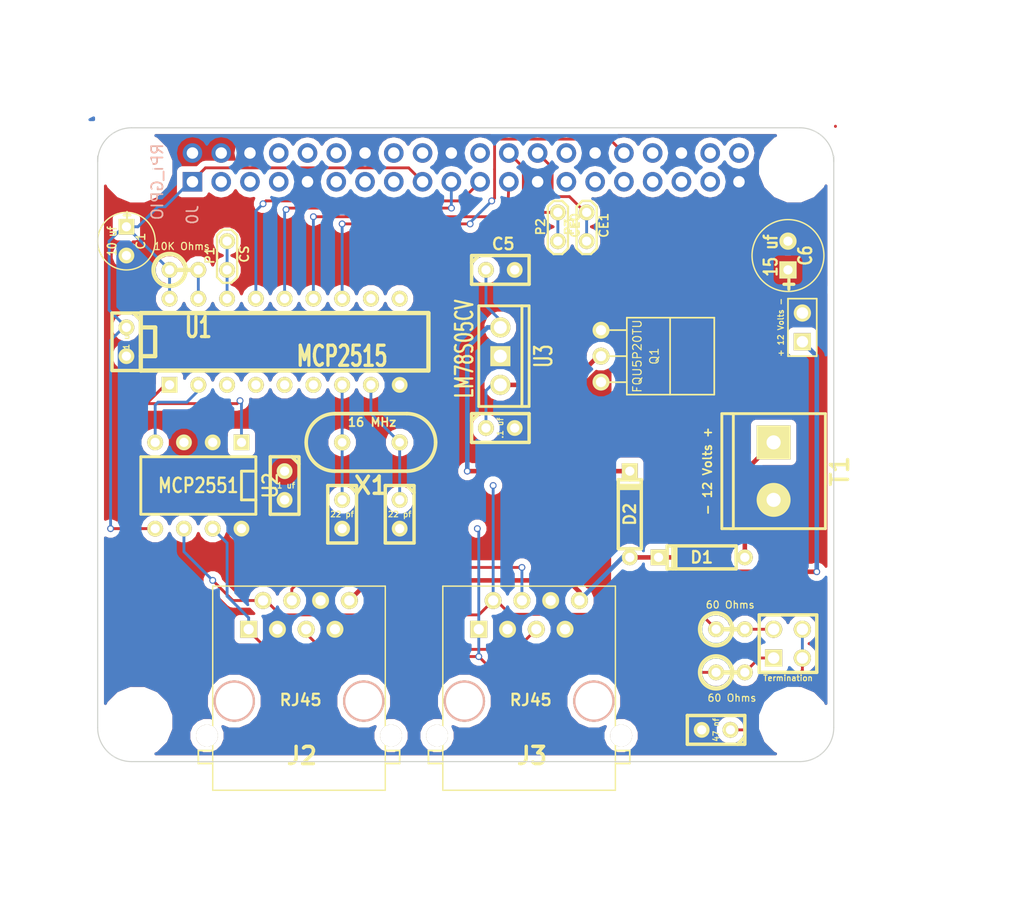
<source format=kicad_pcb>
(kicad_pcb (version 3) (host pcbnew "(2013-june-11)-stable")

  (general
    (links 78)
    (no_connects 0)
    (area 38.050999 31.843999 103.151001 87.944001)
    (thickness 1.6)
    (drawings 16)
    (tracks 163)
    (zones 0)
    (modules 32)
    (nets 28)
  )

  (page USLetter)
  (title_block 
    (company "Deepwoods Software")
  )

  (layers
    (15 F.Cu signal)
    (0 B.Cu signal)
    (16 B.Adhes user)
    (17 F.Adhes user)
    (18 B.Paste user)
    (19 F.Paste user)
    (20 B.SilkS user)
    (21 F.SilkS user)
    (22 B.Mask user)
    (23 F.Mask user)
    (24 Dwgs.User user)
    (25 Cmts.User user)
    (26 Eco1.User user)
    (27 Eco2.User user)
    (28 Edge.Cuts user)
  )

  (setup
    (last_trace_width 0.25)
    (user_trace_width 0.01)
    (user_trace_width 0.02)
    (user_trace_width 0.05)
    (user_trace_width 0.1)
    (user_trace_width 0.2)
    (user_trace_width 0.4)
    (trace_clearance 0.2)
    (zone_clearance 0.508)
    (zone_45_only no)
    (trace_min 0.01)
    (segment_width 0.2)
    (edge_width 0.1)
    (via_size 0.6)
    (via_drill 0.4)
    (via_min_size 0.4)
    (via_min_drill 0.3)
    (user_via 1.4 1)
    (uvia_size 0.3)
    (uvia_drill 0.1)
    (uvias_allowed no)
    (uvia_min_size 0.2)
    (uvia_min_drill 0.1)
    (pcb_text_width 0.3)
    (pcb_text_size 1.5 1.5)
    (mod_edge_width 0.15)
    (mod_text_size 1 1)
    (mod_text_width 0.15)
    (pad_size 2.75 2.75)
    (pad_drill 2.75)
    (pad_to_mask_clearance 0)
    (aux_axis_origin 0 0)
    (visible_elements 7FFEFFFF)
    (pcbplotparams
      (layerselection 5242881)
      (usegerberextensions false)
      (excludeedgelayer true)
      (linewidth 0.100000)
      (plotframeref false)
      (viasonmask false)
      (mode 1)
      (useauxorigin false)
      (hpglpennumber 1)
      (hpglpenspeed 20)
      (hpglpendiameter 15)
      (hpglpenoverlay 2)
      (psnegative false)
      (psa4output false)
      (plotreference true)
      (plotvalue true)
      (plotothertext true)
      (plotinvisibletext false)
      (padsonsilk false)
      (subtractmaskfromsilk false)
      (outputformat 2)
      (mirror true)
      (drillshape 0)
      (scaleselection 1)
      (outputdirectory meta/))
  )

  (net 0 "")
  (net 1 +12V)
  (net 2 +3.3V)
  (net 3 +5V)
  (net 4 "/Heat Sink Pad")
  (net 5 CS)
  (net 6 GND)
  (net 7 INT)
  (net 8 MISO)
  (net 9 MOSI)
  (net 10 N-000001)
  (net 11 N-0000010)
  (net 12 N-0000011)
  (net 13 N-0000014)
  (net 14 N-0000015)
  (net 15 N-000002)
  (net 16 N-0000025)
  (net 17 N-0000026)
  (net 18 N-0000027)
  (net 19 N-0000028)
  (net 20 N-000005)
  (net 21 N-0000053)
  (net 22 N-0000054)
  (net 23 N-0000055)
  (net 24 N-000006)
  (net 25 N-000007)
  (net 26 N-000008)
  (net 27 SCLK)

  (net_class Default "This is the default net class."
    (clearance 0.2)
    (trace_width 0.25)
    (via_dia 0.6)
    (via_drill 0.4)
    (uvia_dia 0.3)
    (uvia_drill 0.1)
    (add_net "")
    (add_net +12V)
    (add_net +3.3V)
    (add_net +5V)
    (add_net "/Heat Sink Pad")
    (add_net CS)
    (add_net GND)
    (add_net INT)
    (add_net MISO)
    (add_net MOSI)
    (add_net N-000001)
    (add_net N-0000010)
    (add_net N-0000011)
    (add_net N-0000014)
    (add_net N-0000015)
    (add_net N-000002)
    (add_net N-0000025)
    (add_net N-0000026)
    (add_net N-0000027)
    (add_net N-0000028)
    (add_net N-000005)
    (add_net N-0000053)
    (add_net N-0000054)
    (add_net N-0000055)
    (add_net N-000006)
    (add_net N-000007)
    (add_net N-000008)
    (add_net SCLK)
  )

  (module RPi_Hat:Pin_Header_Straight_2x20   locked (layer B.Cu) (tedit 580FA54B) (tstamp 5516AEA0)
    (at 70.601 35.394 90)
    (descr "Through hole pin header")
    (tags "pin header")
    (path /5B018CA5)
    (fp_text reference J0 (at -4.191 -24.13 90) (layer B.SilkS)
      (effects (font (size 1 1) (thickness 0.15)) (justify mirror))
    )
    (fp_text value RPi_GPIO (at -1.27 -27.23 90) (layer B.SilkS)
      (effects (font (size 1 1) (thickness 0.15)) (justify mirror))
    )
    (fp_line (start -3.02 -25.88) (end -3.02 25.92) (layer Cmts.User) (width 0.05))
    (fp_line (start 3.03 -25.88) (end 3.03 25.92) (layer Cmts.User) (width 0.05))
    (fp_line (start -3.02 -25.88) (end 3.03 -25.88) (layer Cmts.User) (width 0.05))
    (fp_line (start -3.02 25.92) (end 3.03 25.92) (layer Cmts.User) (width 0.05))
    (fp_line (start 2.54 25.4) (end 2.54 -25.4) (layer Cmts.User) (width 0.15))
    (fp_line (start -2.54 -22.86) (end -2.54 25.4) (layer Cmts.User) (width 0.15))
    (fp_line (start 2.54 25.4) (end -2.54 25.4) (layer Cmts.User) (width 0.15))
    (fp_line (start 2.54 -25.4) (end 0 -25.4) (layer Cmts.User) (width 0.15))
    (fp_line (start -1.27 -25.68) (end -2.82 -25.68) (layer Cmts.User) (width 0.15))
    (fp_line (start 0 -25.4) (end 0 -22.86) (layer Cmts.User) (width 0.15))
    (fp_line (start 0 -22.86) (end -2.54 -22.86) (layer Cmts.User) (width 0.15))
    (fp_line (start -2.82 -25.68) (end -2.82 -24.13) (layer Cmts.User) (width 0.15))
    (pad 1 thru_hole rect (at -1.27 -24.13 90) (size 1.7272 1.7272) (drill 1.016)
      (layers *.Cu *.Mask)
      (net 2 +3.3V)
    )
    (pad 2 thru_hole oval (at 1.27 -24.13 90) (size 1.7272 1.7272) (drill 1.016)
      (layers *.Cu *.Mask)
      (net 3 +5V)
    )
    (pad 3 thru_hole oval (at -1.27 -21.59 90) (size 1.7272 1.7272) (drill 1.016)
      (layers *.Cu *.Mask)
    )
    (pad 4 thru_hole oval (at 1.27 -21.59 90) (size 1.7272 1.7272) (drill 1.016)
      (layers *.Cu *.Mask)
      (net 3 +5V)
    )
    (pad 5 thru_hole oval (at -1.27 -19.05 90) (size 1.7272 1.7272) (drill 1.016)
      (layers *.Cu *.Mask)
    )
    (pad 6 thru_hole oval (at 1.27 -19.05 90) (size 1.7272 1.7272) (drill 1.016)
      (layers *.Cu *.Mask)
      (net 6 GND)
    )
    (pad 7 thru_hole oval (at -1.27 -16.51 90) (size 1.7272 1.7272) (drill 1.016)
      (layers *.Cu *.Mask)
    )
    (pad 8 thru_hole oval (at 1.27 -16.51 90) (size 1.7272 1.7272) (drill 1.016)
      (layers *.Cu *.Mask)
    )
    (pad 9 thru_hole oval (at -1.27 -13.97 90) (size 1.7272 1.7272) (drill 1.016)
      (layers *.Cu *.Mask)
      (net 6 GND)
    )
    (pad 10 thru_hole oval (at 1.27 -13.97 90) (size 1.7272 1.7272) (drill 1.016)
      (layers *.Cu *.Mask)
    )
    (pad 11 thru_hole oval (at -1.27 -11.43 90) (size 1.7272 1.7272) (drill 1.016)
      (layers *.Cu *.Mask)
    )
    (pad 12 thru_hole oval (at 1.27 -11.43 90) (size 1.7272 1.7272) (drill 1.016)
      (layers *.Cu *.Mask)
    )
    (pad 13 thru_hole oval (at -1.27 -8.89 90) (size 1.7272 1.7272) (drill 1.016)
      (layers *.Cu *.Mask)
    )
    (pad 14 thru_hole oval (at 1.27 -8.89 90) (size 1.7272 1.7272) (drill 1.016)
      (layers *.Cu *.Mask)
      (net 6 GND)
    )
    (pad 15 thru_hole oval (at -1.27 -6.35 90) (size 1.7272 1.7272) (drill 1.016)
      (layers *.Cu *.Mask)
    )
    (pad 16 thru_hole oval (at 1.27 -6.35 90) (size 1.7272 1.7272) (drill 1.016)
      (layers *.Cu *.Mask)
    )
    (pad 17 thru_hole oval (at -1.27 -3.81 90) (size 1.7272 1.7272) (drill 1.016)
      (layers *.Cu *.Mask)
      (net 2 +3.3V)
    )
    (pad 18 thru_hole oval (at 1.27 -3.81 90) (size 1.7272 1.7272) (drill 1.016)
      (layers *.Cu *.Mask)
    )
    (pad 19 thru_hole oval (at -1.27 -1.27 90) (size 1.7272 1.7272) (drill 1.016)
      (layers *.Cu *.Mask)
      (net 9 MOSI)
    )
    (pad 20 thru_hole oval (at 1.27 -1.27 90) (size 1.7272 1.7272) (drill 1.016)
      (layers *.Cu *.Mask)
      (net 6 GND)
    )
    (pad 21 thru_hole oval (at -1.27 1.27 90) (size 1.7272 1.7272) (drill 1.016)
      (layers *.Cu *.Mask)
      (net 8 MISO)
    )
    (pad 22 thru_hole oval (at 1.27 1.27 90) (size 1.7272 1.7272) (drill 1.016)
      (layers *.Cu *.Mask)
    )
    (pad 23 thru_hole oval (at -1.27 3.81 90) (size 1.7272 1.7272) (drill 1.016)
      (layers *.Cu *.Mask)
      (net 27 SCLK)
    )
    (pad 24 thru_hole oval (at 1.27 3.81 90) (size 1.7272 1.7272) (drill 1.016)
      (layers *.Cu *.Mask)
      (net 12 N-0000011)
    )
    (pad 25 thru_hole oval (at -1.27 6.35 90) (size 1.7272 1.7272) (drill 1.016)
      (layers *.Cu *.Mask)
      (net 6 GND)
    )
    (pad 26 thru_hole oval (at 1.27 6.35 90) (size 1.7272 1.7272) (drill 1.016)
      (layers *.Cu *.Mask)
      (net 11 N-0000010)
    )
    (pad 27 thru_hole oval (at -1.27 8.89 90) (size 1.7272 1.7272) (drill 1.016)
      (layers *.Cu *.Mask)
    )
    (pad 28 thru_hole oval (at 1.27 8.89 90) (size 1.7272 1.7272) (drill 1.016)
      (layers *.Cu *.Mask)
    )
    (pad 29 thru_hole oval (at -1.27 11.43 90) (size 1.7272 1.7272) (drill 1.016)
      (layers *.Cu *.Mask)
    )
    (pad 30 thru_hole oval (at 1.27 11.43 90) (size 1.7272 1.7272) (drill 1.016)
      (layers *.Cu *.Mask)
      (net 6 GND)
    )
    (pad 31 thru_hole oval (at -1.27 13.97 90) (size 1.7272 1.7272) (drill 1.016)
      (layers *.Cu *.Mask)
    )
    (pad 32 thru_hole oval (at 1.27 13.97 90) (size 1.7272 1.7272) (drill 1.016)
      (layers *.Cu *.Mask)
      (net 7 INT)
    )
    (pad 33 thru_hole oval (at -1.27 16.51 90) (size 1.7272 1.7272) (drill 1.016)
      (layers *.Cu *.Mask)
    )
    (pad 34 thru_hole oval (at 1.27 16.51 90) (size 1.7272 1.7272) (drill 1.016)
      (layers *.Cu *.Mask)
    )
    (pad 35 thru_hole oval (at -1.27 19.05 90) (size 1.7272 1.7272) (drill 1.016)
      (layers *.Cu *.Mask)
    )
    (pad 36 thru_hole oval (at 1.27 19.05 90) (size 1.7272 1.7272) (drill 1.016)
      (layers *.Cu *.Mask)
      (net 6 GND)
    )
    (pad 37 thru_hole oval (at -1.27 21.59 90) (size 1.7272 1.7272) (drill 1.016)
      (layers *.Cu *.Mask)
    )
    (pad 38 thru_hole oval (at 1.27 21.59 90) (size 1.7272 1.7272) (drill 1.016)
      (layers *.Cu *.Mask)
    )
    (pad 39 thru_hole oval (at -1.27 24.13 90) (size 1.7272 1.7272) (drill 1.016)
      (layers *.Cu *.Mask)
      (net 6 GND)
    )
    (pad 40 thru_hole oval (at 1.27 24.13 90) (size 1.7272 1.7272) (drill 1.016)
      (layers *.Cu *.Mask)
    )
    (model walter/pin_strip/pin_socket_20x2.wrl
      (at (xyz 0 0 0))
      (scale (xyz 1 1 1))
      (rotate (xyz 0 0 90))
    )
    (model walter/pin_strip/pin_strip_20x2.wrl
      (at (xyz 0 0 0.03125))
      (scale (xyz 1 1 1))
      (rotate (xyz 180 0 90))
    )
  )

  (module RPi_Hat:RPi_Hat_Mounting_Hole   locked (layer B.Cu) (tedit 580FABD5) (tstamp 5515DEA9)
    (at 99.601 35.394)
    (descr "Mounting hole, Befestigungsbohrung, 2,7mm, No Annular, Kein Restring,")
    (tags "Mounting hole, Befestigungsbohrung, 2,7mm, No Annular, Kein Restring,")
    (fp_text reference H2 (at 0 -4.0005) (layer B.SilkS) hide
      (effects (font (size 1 1) (thickness 0.15)) (justify mirror))
    )
    (fp_text value "" (at 0.09906 3.59918) (layer B.SilkS) hide
      (effects (font (size 1 1) (thickness 0.15)) (justify mirror))
    )
    (fp_circle (center 0 0) (end 1.375 0) (layer Cmts.User) (width 0.15))
    (fp_circle (center 0 0) (end 3.1 0) (layer Cmts.User) (width 0.15))
    (fp_circle (center 0 0) (end 3.1 0) (layer Cmts.User) (width 0.15))
    (fp_circle (center 0 0) (end 1.375 0) (layer Cmts.User) (width 0.15))
    (fp_circle (center 0 0) (end 3.1 0) (layer Cmts.User) (width 0.15))
    (fp_circle (center 0 0) (end 3.1 0) (layer Cmts.User) (width 0.15))
    (pad "" np_thru_hole circle (at 0 0) (size 2.75 2.75) (drill 2.75)
      (layers *.Cu *.Mask)
      (solder_mask_margin 1.725)
      (clearance 1.725)
    )
  )

  (module RPi_Hat:RPi_Hat_Mounting_Hole   locked (layer B.Cu) (tedit 580FABF4) (tstamp 55169DC9)
    (at 99.601 84.394)
    (descr "Mounting hole, Befestigungsbohrung, 2,7mm, No Annular, Kein Restring,")
    (tags "Mounting hole, Befestigungsbohrung, 2,7mm, No Annular, Kein Restring,")
    (fp_text reference H4 (at 0 -4.0005) (layer B.SilkS) hide
      (effects (font (size 1 1) (thickness 0.15)) (justify mirror))
    )
    (fp_text value "" (at 0.09906 3.59918) (layer B.SilkS) hide
      (effects (font (size 1 1) (thickness 0.15)) (justify mirror))
    )
    (fp_circle (center 0 0) (end 1.375 0) (layer Cmts.User) (width 0.15))
    (fp_circle (center 0 0) (end 3.1 0) (layer Cmts.User) (width 0.15))
    (fp_circle (center 0 0) (end 3.1 0) (layer Cmts.User) (width 0.15))
    (fp_circle (center 0 0) (end 1.375 0) (layer Cmts.User) (width 0.15))
    (fp_circle (center 0 0) (end 3.1 0) (layer Cmts.User) (width 0.15))
    (fp_circle (center 0 0) (end 3.1 0) (layer Cmts.User) (width 0.15))
    (pad "" np_thru_hole circle (at 0 0) (size 2.75 2.75) (drill 2.75)
      (layers *.Cu *.Mask)
      (solder_mask_margin 1.725)
      (clearance 1.725)
    )
  )

  (module RPi_Hat:RPi_Hat_Mounting_Hole   locked (layer B.Cu) (tedit 580FABE5) (tstamp 5515DECC)
    (at 41.601 84.394)
    (descr "Mounting hole, Befestigungsbohrung, 2,7mm, No Annular, Kein Restring,")
    (tags "Mounting hole, Befestigungsbohrung, 2,7mm, No Annular, Kein Restring,")
    (fp_text reference H3 (at 0 -4.0005) (layer B.SilkS) hide
      (effects (font (size 1 1) (thickness 0.15)) (justify mirror))
    )
    (fp_text value "" (at 0.09906 3.59918) (layer B.SilkS) hide
      (effects (font (size 1 1) (thickness 0.15)) (justify mirror))
    )
    (fp_circle (center 0 0) (end 1.375 0) (layer Cmts.User) (width 0.15))
    (fp_circle (center 0 0) (end 3.1 0) (layer Cmts.User) (width 0.15))
    (fp_circle (center 0 0) (end 3.1 0) (layer Cmts.User) (width 0.15))
    (fp_circle (center 0 0) (end 1.375 0) (layer Cmts.User) (width 0.15))
    (fp_circle (center 0 0) (end 3.1 0) (layer Cmts.User) (width 0.15))
    (fp_circle (center 0 0) (end 3.1 0) (layer Cmts.User) (width 0.15))
    (pad "" np_thru_hole circle (at 0 0) (size 2.75 2.75) (drill 2.75)
      (layers *.Cu *.Mask)
      (solder_mask_margin 1.725)
      (clearance 1.725)
    )
  )

  (module RPi_Hat:RPi_Hat_Mounting_Hole   locked (layer B.Cu) (tedit 580FABC5) (tstamp 5515DEBF)
    (at 41.601 35.394)
    (descr "Mounting hole, Befestigungsbohrung, 2,7mm, No Annular, Kein Restring,")
    (tags "Mounting hole, Befestigungsbohrung, 2,7mm, No Annular, Kein Restring,")
    (fp_text reference H1 (at 0 -4.0005) (layer B.SilkS) hide
      (effects (font (size 1 1) (thickness 0.15)) (justify mirror))
    )
    (fp_text value "" (at 0.09906 3.59918) (layer B.SilkS) hide
      (effects (font (size 1 1) (thickness 0.15)) (justify mirror))
    )
    (fp_circle (center 0 0) (end 1.375 0) (layer Cmts.User) (width 0.15))
    (fp_circle (center 0 0) (end 3.1 0) (layer Cmts.User) (width 0.15))
    (fp_circle (center 0 0) (end 3.1 0) (layer Cmts.User) (width 0.15))
    (fp_circle (center 0 0) (end 1.375 0) (layer Cmts.User) (width 0.15))
    (fp_circle (center 0 0) (end 3.1 0) (layer Cmts.User) (width 0.15))
    (fp_circle (center 0 0) (end 3.1 0) (layer Cmts.User) (width 0.15))
    (pad "" np_thru_hole circle (at 0 0) (size 2.75 2.75) (drill 2.75)
      (layers *.Cu *.Mask)
      (solder_mask_margin 1.725)
      (clearance 1.725)
    )
  )

  (module TO-251-3 (layer F.Cu) (tedit 5AF9DCE4) (tstamp 5B019251)
    (at 82.55 52.07 270)
    (path /5B018CCA)
    (fp_text reference Q1 (at 0 -4.7 270) (layer F.SilkS)
      (effects (font (size 0.75 0.75) (thickness 0.1)))
    )
    (fp_text value FQU5P20TU (at 0 -3.2 270) (layer F.SilkS)
      (effects (font (size 0.75 0.75) (thickness 0.1)))
    )
    (fp_line (start -3.4 -6.1) (end 3.4 -6.1) (layer F.SilkS) (width 0.15))
    (fp_line (start 2.3 -0.1) (end 2.3 -2.2) (layer F.SilkS) (width 0.15))
    (fp_line (start 0 0) (end 0 -2.2) (layer F.SilkS) (width 0.15))
    (fp_line (start -2.3 0) (end -2.3 -2.2) (layer F.SilkS) (width 0.15))
    (fp_line (start -3.4 -10) (end 3.4 -10) (layer F.SilkS) (width 0.15))
    (fp_line (start 3.4 -10) (end 3.4 -2.28) (layer F.SilkS) (width 0.15))
    (fp_line (start 3.4 -2.28) (end -3.4 -2.28) (layer F.SilkS) (width 0.15))
    (fp_line (start -3.4 -2.28) (end -3.4 -10) (layer F.SilkS) (width 0.15))
    (fp_line (start -3.4 -10) (end -3.4 -9.9) (layer F.SilkS) (width 0.15))
    (pad D thru_hole circle (at 0 0 270) (size 1.5 1.5) (drill 0.9)
      (layers *.Cu *.Mask F.SilkS)
      (net 26 N-000008)
    )
    (pad G thru_hole circle (at -2.29 0 270) (size 1.5 1.5) (drill 0.9)
      (layers *.Cu *.Mask F.SilkS)
      (net 6 GND)
    )
    (pad S thru_hole circle (at 2.29 0 270) (size 1.5 1.5) (drill 0.9)
      (layers *.Cu *.Mask F.SilkS)
      (net 3 +5V)
    )
    (pad 4 smd rect (at 0 -8.2 270) (size 7 7)
      (layers F.Cu F.Paste F.Mask)
      (net 4 "/Heat Sink Pad")
    )
  )

  (module TESTPOINT (layer F.Cu) (tedit 45129E05) (tstamp 5B01925F)
    (at 81.28 40.64 90)
    (descr "Connecteurs 2 pins")
    (tags "CONN DEV")
    (path /5B0194E9)
    (fp_text reference P3 (at 0 -1.524 90) (layer F.SilkS)
      (effects (font (size 0.762 0.762) (thickness 0.1524)))
    )
    (fp_text value CE1 (at 0.127 1.524 90) (layer F.SilkS)
      (effects (font (size 0.762 0.762) (thickness 0.1524)))
    )
    (fp_line (start -1.905 -0.889) (end 1.778 -0.889) (layer F.SilkS) (width 0.2032))
    (fp_line (start 1.778 -0.889) (end 2.286 -0.381) (layer F.SilkS) (width 0.2032))
    (fp_line (start 2.286 -0.381) (end 2.286 0.381) (layer F.SilkS) (width 0.2032))
    (fp_line (start 2.286 0.381) (end 1.778 0.889) (layer F.SilkS) (width 0.2032))
    (fp_line (start 1.778 0.889) (end -1.905 0.889) (layer F.SilkS) (width 0.2032))
    (fp_line (start -1.905 0.889) (end -2.413 0.381) (layer F.SilkS) (width 0.2032))
    (fp_line (start -2.413 0.381) (end -2.413 -0.381) (layer F.SilkS) (width 0.2032))
    (fp_line (start -2.413 -0.381) (end -1.905 -0.889) (layer F.SilkS) (width 0.2032))
    (pad 1 thru_hole circle (at -1.27 0 90) (size 1.397 1.397) (drill 0.8128)
      (layers *.Cu *.Mask F.SilkS)
      (net 11 N-0000010)
    )
    (pad 1 thru_hole circle (at 1.27 0 90) (size 1.397 1.397) (drill 0.8128)
      (layers *.Cu *.Mask F.SilkS)
      (net 11 N-0000010)
    )
    (model connectors/testpoint.wrl
      (at (xyz 0 0 0))
      (scale (xyz 1 1 1))
      (rotate (xyz 0 0 0))
    )
  )

  (module TESTPOINT (layer F.Cu) (tedit 45129E05) (tstamp 5B01926D)
    (at 78.74 40.64 90)
    (descr "Connecteurs 2 pins")
    (tags "CONN DEV")
    (path /5B0194DA)
    (fp_text reference P2 (at 0 -1.524 90) (layer F.SilkS)
      (effects (font (size 0.762 0.762) (thickness 0.1524)))
    )
    (fp_text value CE0 (at 0.127 1.524 90) (layer F.SilkS)
      (effects (font (size 0.762 0.762) (thickness 0.1524)))
    )
    (fp_line (start -1.905 -0.889) (end 1.778 -0.889) (layer F.SilkS) (width 0.2032))
    (fp_line (start 1.778 -0.889) (end 2.286 -0.381) (layer F.SilkS) (width 0.2032))
    (fp_line (start 2.286 -0.381) (end 2.286 0.381) (layer F.SilkS) (width 0.2032))
    (fp_line (start 2.286 0.381) (end 1.778 0.889) (layer F.SilkS) (width 0.2032))
    (fp_line (start 1.778 0.889) (end -1.905 0.889) (layer F.SilkS) (width 0.2032))
    (fp_line (start -1.905 0.889) (end -2.413 0.381) (layer F.SilkS) (width 0.2032))
    (fp_line (start -2.413 0.381) (end -2.413 -0.381) (layer F.SilkS) (width 0.2032))
    (fp_line (start -2.413 -0.381) (end -1.905 -0.889) (layer F.SilkS) (width 0.2032))
    (pad 1 thru_hole circle (at -1.27 0 90) (size 1.397 1.397) (drill 0.8128)
      (layers *.Cu *.Mask F.SilkS)
      (net 12 N-0000011)
    )
    (pad 1 thru_hole circle (at 1.27 0 90) (size 1.397 1.397) (drill 0.8128)
      (layers *.Cu *.Mask F.SilkS)
      (net 12 N-0000011)
    )
    (model connectors/testpoint.wrl
      (at (xyz 0 0 0))
      (scale (xyz 1 1 1))
      (rotate (xyz 0 0 0))
    )
  )

  (module TESTPOINT (layer F.Cu) (tedit 45129E05) (tstamp 5B01927B)
    (at 49.53 43.18 90)
    (descr "Connecteurs 2 pins")
    (tags "CONN DEV")
    (path /5B0193B0)
    (fp_text reference P1 (at 0 -1.524 90) (layer F.SilkS)
      (effects (font (size 0.762 0.762) (thickness 0.1524)))
    )
    (fp_text value CS (at 0.127 1.524 90) (layer F.SilkS)
      (effects (font (size 0.762 0.762) (thickness 0.1524)))
    )
    (fp_line (start -1.905 -0.889) (end 1.778 -0.889) (layer F.SilkS) (width 0.2032))
    (fp_line (start 1.778 -0.889) (end 2.286 -0.381) (layer F.SilkS) (width 0.2032))
    (fp_line (start 2.286 -0.381) (end 2.286 0.381) (layer F.SilkS) (width 0.2032))
    (fp_line (start 2.286 0.381) (end 1.778 0.889) (layer F.SilkS) (width 0.2032))
    (fp_line (start 1.778 0.889) (end -1.905 0.889) (layer F.SilkS) (width 0.2032))
    (fp_line (start -1.905 0.889) (end -2.413 0.381) (layer F.SilkS) (width 0.2032))
    (fp_line (start -2.413 0.381) (end -2.413 -0.381) (layer F.SilkS) (width 0.2032))
    (fp_line (start -2.413 -0.381) (end -1.905 -0.889) (layer F.SilkS) (width 0.2032))
    (pad 1 thru_hole circle (at -1.27 0 90) (size 1.397 1.397) (drill 0.8128)
      (layers *.Cu *.Mask F.SilkS)
      (net 5 CS)
    )
    (pad 1 thru_hole circle (at 1.27 0 90) (size 1.397 1.397) (drill 0.8128)
      (layers *.Cu *.Mask F.SilkS)
      (net 5 CS)
    )
    (model connectors/testpoint.wrl
      (at (xyz 0 0 0))
      (scale (xyz 1 1 1))
      (rotate (xyz 0 0 0))
    )
  )

  (module ScrewTerm2.54-2 (layer F.Cu) (tedit 5B01BD44) (tstamp 5B019285)
    (at 100.33 49.53 90)
    (descr "Connecteurs 2 pins")
    (tags "CONN DEV")
    (path /5B018CCF)
    (fp_text reference P4 (at -2.7 -1.9 90) (layer F.SilkS) hide
      (effects (font (size 0.762 0.762) (thickness 0.1524)))
    )
    (fp_text value "+ 12 Volts -" (at 0 -1.905 90) (layer F.SilkS)
      (effects (font (size 0.5 0.5) (thickness 0.1)))
    )
    (fp_line (start -2.54 1.27) (end -2.54 -1.27) (layer F.SilkS) (width 0.1524))
    (fp_line (start -2.54 -1.27) (end 2.54 -1.27) (layer F.SilkS) (width 0.1524))
    (fp_line (start 2.54 -1.27) (end 2.54 1.27) (layer F.SilkS) (width 0.1524))
    (fp_line (start 2.54 1.27) (end -2.54 1.27) (layer F.SilkS) (width 0.1524))
    (pad 1 thru_hole rect (at -1.27 0 180) (size 1.524 1.524) (drill 1.016)
      (layers *.Cu *.Mask F.SilkS)
      (net 1 +12V)
    )
    (pad 2 thru_hole circle (at 1.27 0 180) (size 1.524 1.524) (drill 1.016)
      (layers *.Cu *.Mask F.SilkS)
      (net 6 GND)
    )
    (model walter/conn_screw/mors_2p.wrl
      (at (xyz 0 0 0))
      (scale (xyz 0.5 0.5 0.5))
      (rotate (xyz 0 0 180))
    )
  )

  (module RJ45_8N-S (layer F.Cu) (tedit 58F90078) (tstamp 5B01929F)
    (at 55.88 82.55)
    (tags RJ45)
    (path /5B018CA8)
    (fp_text reference J2 (at 0.254 4.826) (layer F.SilkS)
      (effects (font (size 1.524 1.524) (thickness 0.3048)))
    )
    (fp_text value RJ45 (at 0.14224 -0.1016) (layer F.SilkS)
      (effects (font (size 1.00076 1.00076) (thickness 0.2032)))
    )
    (fp_line (start -7.62 5.5118) (end -8.89 5.5118) (layer F.SilkS) (width 0.15))
    (fp_line (start -8.89 5.5118) (end -8.89 4.3688) (layer F.SilkS) (width 0.15))
    (fp_line (start -8.89 4.3688) (end -7.62 4.3688) (layer F.SilkS) (width 0.15))
    (fp_line (start 7.62 5.5118) (end 8.89 5.5118) (layer F.SilkS) (width 0.15))
    (fp_line (start 8.89 5.5118) (end 8.89 4.3688) (layer F.SilkS) (width 0.15))
    (fp_line (start 8.89 4.3688) (end 7.62 4.3688) (layer F.SilkS) (width 0.15))
    (fp_line (start -7.62 7.874) (end 7.62 7.874) (layer F.SilkS) (width 0.127))
    (fp_line (start 7.62 7.874) (end 7.62 -10.16) (layer F.SilkS) (width 0.127))
    (fp_line (start 7.62 -10.16) (end -7.62 -10.16) (layer F.SilkS) (width 0.127))
    (fp_line (start -7.62 -10.16) (end -7.62 7.874) (layer F.SilkS) (width 0.127))
    (pad "" np_thru_hole circle (at 5.715 0) (size 3.64998 3.64998) (drill 3.2512)
      (layers *.Cu *.SilkS *.Mask)
    )
    (pad "" np_thru_hole circle (at -5.715 0) (size 3.64998 3.64998) (drill 3.2512)
      (layers *.Cu *.SilkS *.Mask)
    )
    (pad 1 thru_hole rect (at -4.445 -6.35) (size 1.50114 1.50114) (drill 0.89916)
      (layers *.Cu *.Mask F.SilkS)
      (net 23 N-0000055)
    )
    (pad 2 thru_hole circle (at -3.175 -8.89) (size 1.50114 1.50114) (drill 0.89916)
      (layers *.Cu *.Mask F.SilkS)
      (net 17 N-0000026)
    )
    (pad 3 thru_hole circle (at -1.905 -6.35) (size 1.50114 1.50114) (drill 0.89916)
      (layers *.Cu *.Mask F.SilkS)
      (net 6 GND)
    )
    (pad 4 thru_hole circle (at -0.635 -8.89) (size 1.50114 1.50114) (drill 0.89916)
      (layers *.Cu *.Mask F.SilkS)
      (net 16 N-0000025)
    )
    (pad 5 thru_hole circle (at 0.635 -6.35) (size 1.50114 1.50114) (drill 0.89916)
      (layers *.Cu *.Mask F.SilkS)
      (net 18 N-0000027)
    )
    (pad 6 thru_hole circle (at 1.905 -8.89) (size 1.50114 1.50114) (drill 0.89916)
      (layers *.Cu *.Mask F.SilkS)
      (net 6 GND)
    )
    (pad 7 thru_hole circle (at 3.175 -6.35) (size 1.50114 1.50114) (drill 0.89916)
      (layers *.Cu *.Mask F.SilkS)
      (net 6 GND)
    )
    (pad 8 thru_hole circle (at 4.445 -8.89) (size 1.50114 1.50114) (drill 0.89916)
      (layers *.Cu *.Mask F.SilkS)
      (net 1 +12V)
    )
    (pad "" thru_hole circle (at -8.128 3.048) (size 1.9304 1.9304) (drill 1.9304)
      (layers *.Cu *.Mask F.SilkS)
    )
    (pad "" thru_hole circle (at 8.128 3.048) (size 1.9304 1.9304) (drill 1.9304)
      (layers *.Cu *.Mask F.SilkS)
    )
    (model connectors/RJ45_8.wrl
      (at (xyz 0 0 0))
      (scale (xyz 0.4 0.4 0.4))
      (rotate (xyz 0 0 0))
    )
  )

  (module RJ45_8N-S (layer F.Cu) (tedit 58F90078) (tstamp 5B0192B9)
    (at 76.2 82.55)
    (tags RJ45)
    (path /5B018CA9)
    (fp_text reference J3 (at 0.254 4.826) (layer F.SilkS)
      (effects (font (size 1.524 1.524) (thickness 0.3048)))
    )
    (fp_text value RJ45 (at 0.14224 -0.1016) (layer F.SilkS)
      (effects (font (size 1.00076 1.00076) (thickness 0.2032)))
    )
    (fp_line (start -7.62 5.5118) (end -8.89 5.5118) (layer F.SilkS) (width 0.15))
    (fp_line (start -8.89 5.5118) (end -8.89 4.3688) (layer F.SilkS) (width 0.15))
    (fp_line (start -8.89 4.3688) (end -7.62 4.3688) (layer F.SilkS) (width 0.15))
    (fp_line (start 7.62 5.5118) (end 8.89 5.5118) (layer F.SilkS) (width 0.15))
    (fp_line (start 8.89 5.5118) (end 8.89 4.3688) (layer F.SilkS) (width 0.15))
    (fp_line (start 8.89 4.3688) (end 7.62 4.3688) (layer F.SilkS) (width 0.15))
    (fp_line (start -7.62 7.874) (end 7.62 7.874) (layer F.SilkS) (width 0.127))
    (fp_line (start 7.62 7.874) (end 7.62 -10.16) (layer F.SilkS) (width 0.127))
    (fp_line (start 7.62 -10.16) (end -7.62 -10.16) (layer F.SilkS) (width 0.127))
    (fp_line (start -7.62 -10.16) (end -7.62 7.874) (layer F.SilkS) (width 0.127))
    (pad "" np_thru_hole circle (at 5.715 0) (size 3.64998 3.64998) (drill 3.2512)
      (layers *.Cu *.SilkS *.Mask)
    )
    (pad "" np_thru_hole circle (at -5.715 0) (size 3.64998 3.64998) (drill 3.2512)
      (layers *.Cu *.SilkS *.Mask)
    )
    (pad 1 thru_hole rect (at -4.445 -6.35) (size 1.50114 1.50114) (drill 0.89916)
      (layers *.Cu *.Mask F.SilkS)
      (net 23 N-0000055)
    )
    (pad 2 thru_hole circle (at -3.175 -8.89) (size 1.50114 1.50114) (drill 0.89916)
      (layers *.Cu *.Mask F.SilkS)
      (net 17 N-0000026)
    )
    (pad 3 thru_hole circle (at -1.905 -6.35) (size 1.50114 1.50114) (drill 0.89916)
      (layers *.Cu *.Mask F.SilkS)
      (net 6 GND)
    )
    (pad 4 thru_hole circle (at -0.635 -8.89) (size 1.50114 1.50114) (drill 0.89916)
      (layers *.Cu *.Mask F.SilkS)
      (net 16 N-0000025)
    )
    (pad 5 thru_hole circle (at 0.635 -6.35) (size 1.50114 1.50114) (drill 0.89916)
      (layers *.Cu *.Mask F.SilkS)
      (net 18 N-0000027)
    )
    (pad 6 thru_hole circle (at 1.905 -8.89) (size 1.50114 1.50114) (drill 0.89916)
      (layers *.Cu *.Mask F.SilkS)
      (net 6 GND)
    )
    (pad 7 thru_hole circle (at 3.175 -6.35) (size 1.50114 1.50114) (drill 0.89916)
      (layers *.Cu *.Mask F.SilkS)
      (net 6 GND)
    )
    (pad 8 thru_hole circle (at 4.445 -8.89) (size 1.50114 1.50114) (drill 0.89916)
      (layers *.Cu *.Mask F.SilkS)
      (net 1 +12V)
    )
    (pad "" thru_hole circle (at -8.128 3.048) (size 1.9304 1.9304) (drill 1.9304)
      (layers *.Cu *.Mask F.SilkS)
    )
    (pad "" thru_hole circle (at 8.128 3.048) (size 1.9304 1.9304) (drill 1.9304)
      (layers *.Cu *.Mask F.SilkS)
    )
    (model connectors/RJ45_8.wrl
      (at (xyz 0 0 0))
      (scale (xyz 0.4 0.4 0.4))
      (rotate (xyz 0 0 0))
    )
  )

  (module R1 (layer F.Cu) (tedit 5B01BB50) (tstamp 5B0192C1)
    (at 45.72 44.45)
    (descr "Resistance verticale")
    (tags R)
    (path /5B018CAD)
    (autoplace_cost90 10)
    (autoplace_cost180 10)
    (fp_text reference R1 (at -1.016 2.54) (layer F.SilkS) hide
      (effects (font (size 1.397 1.27) (thickness 0.2032)))
    )
    (fp_text value "10K Ohms" (at -0.1905 -2.0828) (layer F.SilkS)
      (effects (font (size 0.635 0.635) (thickness 0.1016)))
    )
    (fp_line (start -1.27 0) (end 1.27 0) (layer F.SilkS) (width 0.381))
    (fp_circle (center -1.27 0) (end -0.635 1.27) (layer F.SilkS) (width 0.381))
    (pad 1 thru_hole circle (at -1.27 0) (size 1.397 1.397) (drill 0.8128)
      (layers *.Cu *.Mask F.SilkS)
      (net 2 +3.3V)
    )
    (pad 2 thru_hole circle (at 1.27 0) (size 1.397 1.397) (drill 0.8128)
      (layers *.Cu *.Mask F.SilkS)
      (net 14 N-0000015)
    )
    (model discret/verti_resistor.wrl
      (at (xyz 0 0 0))
      (scale (xyz 1 1 1))
      (rotate (xyz 0 0 0))
    )
  )

  (module R1 (layer F.Cu) (tedit 5B01BCB3) (tstamp 5B0192C9)
    (at 93.98 80.01)
    (descr "Resistance verticale")
    (tags R)
    (path /5B018CC3)
    (autoplace_cost90 10)
    (autoplace_cost180 10)
    (fp_text reference R2 (at -1.016 2.54) (layer F.SilkS) hide
      (effects (font (size 1.397 1.27) (thickness 0.2032)))
    )
    (fp_text value "60 Ohms" (at 0.127 2.2606) (layer F.SilkS)
      (effects (font (size 0.635 0.635) (thickness 0.1016)))
    )
    (fp_line (start -1.27 0) (end 1.27 0) (layer F.SilkS) (width 0.381))
    (fp_circle (center -1.27 0) (end -0.635 1.27) (layer F.SilkS) (width 0.381))
    (pad 1 thru_hole circle (at -1.27 0) (size 1.397 1.397) (drill 0.8128)
      (layers *.Cu *.Mask F.SilkS)
      (net 23 N-0000055)
    )
    (pad 2 thru_hole circle (at 1.27 0) (size 1.397 1.397) (drill 0.8128)
      (layers *.Cu *.Mask F.SilkS)
      (net 10 N-000001)
    )
    (model discret/verti_resistor.wrl
      (at (xyz 0 0 0))
      (scale (xyz 1 1 1))
      (rotate (xyz 0 0 0))
    )
  )

  (module R1 (layer F.Cu) (tedit 5B01BC88) (tstamp 5B0192D1)
    (at 93.98 76.2)
    (descr "Resistance verticale")
    (tags R)
    (path /5B018CC2)
    (autoplace_cost90 10)
    (autoplace_cost180 10)
    (fp_text reference R3 (at -1.016 2.54) (layer F.SilkS) hide
      (effects (font (size 1.397 1.27) (thickness 0.2032)))
    )
    (fp_text value "60 Ohms" (at -0.0254 -2.159) (layer F.SilkS)
      (effects (font (size 0.635 0.635) (thickness 0.1016)))
    )
    (fp_line (start -1.27 0) (end 1.27 0) (layer F.SilkS) (width 0.381))
    (fp_circle (center -1.27 0) (end -0.635 1.27) (layer F.SilkS) (width 0.381))
    (pad 1 thru_hole circle (at -1.27 0) (size 1.397 1.397) (drill 0.8128)
      (layers *.Cu *.Mask F.SilkS)
      (net 17 N-0000026)
    )
    (pad 2 thru_hole circle (at 1.27 0) (size 1.397 1.397) (drill 0.8128)
      (layers *.Cu *.Mask F.SilkS)
      (net 15 N-000002)
    )
    (model discret/verti_resistor.wrl
      (at (xyz 0 0 0))
      (scale (xyz 1 1 1))
      (rotate (xyz 0 0 0))
    )
  )

  (module PIN_ARRAY_2X2 (layer F.Cu) (tedit 5B01BCCF) (tstamp 5B0192DD)
    (at 99.06 77.47)
    (descr "Double rangee de contacts 2 x 2 pins")
    (tags CONN)
    (path /5B018CC1)
    (fp_text reference J1 (at -0.381 -3.429) (layer F.SilkS) hide
      (effects (font (size 1.016 1.016) (thickness 0.2032)))
    )
    (fp_text value Termination (at 0 3.048) (layer F.SilkS)
      (effects (font (size 0.5 0.5) (thickness 0.1016)))
    )
    (fp_line (start -2.54 -2.54) (end 2.54 -2.54) (layer F.SilkS) (width 0.3048))
    (fp_line (start 2.54 -2.54) (end 2.54 2.54) (layer F.SilkS) (width 0.3048))
    (fp_line (start 2.54 2.54) (end -2.54 2.54) (layer F.SilkS) (width 0.3048))
    (fp_line (start -2.54 2.54) (end -2.54 -2.54) (layer F.SilkS) (width 0.3048))
    (pad 1 thru_hole rect (at -1.27 1.27) (size 1.524 1.524) (drill 1.016)
      (layers *.Cu *.Mask F.SilkS)
      (net 10 N-000001)
    )
    (pad 2 thru_hole circle (at -1.27 -1.27) (size 1.524 1.524) (drill 1.016)
      (layers *.Cu *.Mask F.SilkS)
      (net 15 N-000002)
    )
    (pad 3 thru_hole circle (at 1.27 1.27) (size 1.524 1.524) (drill 1.016)
      (layers *.Cu *.Mask F.SilkS)
      (net 20 N-000005)
    )
    (pad 4 thru_hole circle (at 1.27 -1.27) (size 1.524 1.524) (drill 1.016)
      (layers *.Cu *.Mask F.SilkS)
      (net 20 N-000005)
    )
    (model pin_array/pins_array_2x2.wrl
      (at (xyz 0 0 0))
      (scale (xyz 1 1 1))
      (rotate (xyz 0 0 0))
    )
  )

  (module mors_2p (layer F.Cu) (tedit 5B01BD90) (tstamp 5B0192EC)
    (at 97.79 62.23 270)
    (descr "Terminal block 2 pins")
    (tags DEV)
    (path /5B018CC0)
    (fp_text reference T1 (at 0 -5.842 270) (layer F.SilkS)
      (effects (font (size 1.524 1.524) (thickness 0.3048)))
    )
    (fp_text value "- 12 Volts +" (at 0 5.842 270) (layer F.SilkS)
      (effects (font (size 0.75 0.75) (thickness 0.15)))
    )
    (fp_line (start 5.08 -3.81) (end 5.08 -4.572) (layer F.SilkS) (width 0.254))
    (fp_line (start 5.08 -4.572) (end -5.08 -4.572) (layer F.SilkS) (width 0.254))
    (fp_line (start -5.08 -4.572) (end -5.08 -3.81) (layer F.SilkS) (width 0.254))
    (fp_line (start 5.08 4.572) (end -5.08 4.572) (layer F.SilkS) (width 0.254))
    (fp_line (start -5.08 4.572) (end -5.08 3.556) (layer F.SilkS) (width 0.254))
    (fp_line (start -5.08 3.556) (end 5.08 3.556) (layer F.SilkS) (width 0.254))
    (fp_line (start 5.08 3.556) (end 5.08 4.572) (layer F.SilkS) (width 0.254))
    (fp_line (start 5.08 3.81) (end 5.08 -3.81) (layer F.SilkS) (width 0.254))
    (fp_line (start -5.08 -3.81) (end -5.08 3.81) (layer F.SilkS) (width 0.254))
    (pad 1 thru_hole rect (at -2.54 0 270) (size 2.99974 2.99974) (drill 1.24968)
      (layers *.Cu *.Mask F.SilkS)
      (net 25 N-000007)
    )
    (pad 2 thru_hole circle (at 2.54 0 270) (size 2.99974 2.99974) (drill 1.24968)
      (layers *.Cu *.Mask F.SilkS)
      (net 6 GND)
    )
    (model walter/conn_screw/mors_2p.wrl
      (at (xyz 0 0 0))
      (scale (xyz 1 1 1))
      (rotate (xyz 0 0 0))
    )
  )

  (module LM78XXV (layer F.Cu) (tedit 4C5EE157) (tstamp 5B0194E2)
    (at 73.66 52.07)
    (descr "Regulateur TO220 serie LM78xx")
    (tags "TR TO220")
    (path /5B018CCD)
    (fp_text reference U3 (at 3.81 0 90) (layer F.SilkS)
      (effects (font (size 1.524 1.016) (thickness 0.2032)))
    )
    (fp_text value LM78S05CV (at -3.175 -0.635 90) (layer F.SilkS)
      (effects (font (size 1.524 1.016) (thickness 0.2032)))
    )
    (fp_line (start 1.905 -4.445) (end 2.54 -4.445) (layer F.SilkS) (width 0.254))
    (fp_line (start 2.54 -4.445) (end 2.54 4.445) (layer F.SilkS) (width 0.254))
    (fp_line (start 2.54 4.445) (end 1.905 4.445) (layer F.SilkS) (width 0.254))
    (fp_line (start -1.905 -4.445) (end 1.905 -4.445) (layer F.SilkS) (width 0.254))
    (fp_line (start 1.905 -4.445) (end 1.905 4.445) (layer F.SilkS) (width 0.254))
    (fp_line (start 1.905 4.445) (end -1.905 4.445) (layer F.SilkS) (width 0.254))
    (fp_line (start -1.905 4.445) (end -1.905 -4.445) (layer F.SilkS) (width 0.254))
    (pad VI thru_hole circle (at 0 -2.54) (size 1.778 1.778) (drill 1.143)
      (layers *.Cu *.Mask F.SilkS)
      (net 24 N-000006)
    )
    (pad GND thru_hole rect (at 0 0) (size 1.778 1.778) (drill 1.143)
      (layers *.Cu *.Mask F.SilkS)
      (net 6 GND)
    )
    (pad VO thru_hole circle (at 0 2.54) (size 1.778 1.778) (drill 1.143)
      (layers *.Cu *.Mask F.SilkS)
      (net 26 N-000008)
    )
    (model discret/to220_vert.wrl
      (at (xyz 0 0 0))
      (scale (xyz 1 1 1))
      (rotate (xyz 0 0 0))
    )
  )

  (module HC-49V (layer F.Cu) (tedit 5B01BBA7) (tstamp 5B019306)
    (at 62.23 59.69 180)
    (descr "Quartz boitier HC-49 Vertical")
    (tags "QUARTZ DEV")
    (path /5B018CB4)
    (autoplace_cost180 10)
    (fp_text reference X1 (at 0 -3.81 180) (layer F.SilkS)
      (effects (font (size 1.524 1.524) (thickness 0.3048)))
    )
    (fp_text value "16 MHz" (at -0.1016 1.778 180) (layer F.SilkS)
      (effects (font (size 0.75 0.75) (thickness 0.15)))
    )
    (fp_line (start -3.175 2.54) (end 3.175 2.54) (layer F.SilkS) (width 0.3175))
    (fp_line (start -3.175 -2.54) (end 3.175 -2.54) (layer F.SilkS) (width 0.3175))
    (fp_arc (start 3.175 0) (end 3.175 -2.54) (angle 90) (layer F.SilkS) (width 0.3175))
    (fp_arc (start 3.175 0) (end 5.715 0) (angle 90) (layer F.SilkS) (width 0.3175))
    (fp_arc (start -3.175 0) (end -5.715 0) (angle 90) (layer F.SilkS) (width 0.3175))
    (fp_arc (start -3.175 0) (end -3.175 2.54) (angle 90) (layer F.SilkS) (width 0.3175))
    (pad 1 thru_hole circle (at -2.54 0 180) (size 1.4224 1.4224) (drill 0.762)
      (layers *.Cu *.Mask F.SilkS)
      (net 22 N-0000054)
    )
    (pad 2 thru_hole circle (at 2.54 0 180) (size 1.4224 1.4224) (drill 0.762)
      (layers *.Cu *.Mask F.SilkS)
      (net 21 N-0000053)
    )
    (model discret/xtal/crystal_hc18u_vertical.wrl
      (at (xyz 0 0 0))
      (scale (xyz 1 1 0.2))
      (rotate (xyz 0 0 0))
    )
  )

  (module DIP-8__300 (layer F.Cu) (tedit 43A7F843) (tstamp 5B019319)
    (at 46.99 63.5 180)
    (descr "8 pins DIL package, round pads")
    (tags DIL)
    (path /5B018CA7)
    (fp_text reference U2 (at -6.35 0 270) (layer F.SilkS)
      (effects (font (size 1.27 1.143) (thickness 0.2032)))
    )
    (fp_text value MCP2551 (at 0 0 180) (layer F.SilkS)
      (effects (font (size 1.27 1.016) (thickness 0.2032)))
    )
    (fp_line (start -5.08 -1.27) (end -3.81 -1.27) (layer F.SilkS) (width 0.254))
    (fp_line (start -3.81 -1.27) (end -3.81 1.27) (layer F.SilkS) (width 0.254))
    (fp_line (start -3.81 1.27) (end -5.08 1.27) (layer F.SilkS) (width 0.254))
    (fp_line (start -5.08 -2.54) (end 5.08 -2.54) (layer F.SilkS) (width 0.254))
    (fp_line (start 5.08 -2.54) (end 5.08 2.54) (layer F.SilkS) (width 0.254))
    (fp_line (start 5.08 2.54) (end -5.08 2.54) (layer F.SilkS) (width 0.254))
    (fp_line (start -5.08 2.54) (end -5.08 -2.54) (layer F.SilkS) (width 0.254))
    (pad 1 thru_hole rect (at -3.81 3.81 180) (size 1.397 1.397) (drill 0.8128)
      (layers *.Cu *.Mask F.SilkS)
      (net 13 N-0000014)
    )
    (pad 2 thru_hole circle (at -1.27 3.81 180) (size 1.397 1.397) (drill 0.8128)
      (layers *.Cu *.Mask F.SilkS)
      (net 6 GND)
    )
    (pad 3 thru_hole circle (at 1.27 3.81 180) (size 1.397 1.397) (drill 0.8128)
      (layers *.Cu *.Mask F.SilkS)
      (net 3 +5V)
    )
    (pad 4 thru_hole circle (at 3.81 3.81 180) (size 1.397 1.397) (drill 0.8128)
      (layers *.Cu *.Mask F.SilkS)
      (net 19 N-0000028)
    )
    (pad 5 thru_hole circle (at 3.81 -3.81 180) (size 1.397 1.397) (drill 0.8128)
      (layers *.Cu *.Mask F.SilkS)
      (net 2 +3.3V)
    )
    (pad 6 thru_hole circle (at 1.27 -3.81 180) (size 1.397 1.397) (drill 0.8128)
      (layers *.Cu *.Mask F.SilkS)
      (net 17 N-0000026)
    )
    (pad 7 thru_hole circle (at -1.27 -3.81 180) (size 1.397 1.397) (drill 0.8128)
      (layers *.Cu *.Mask F.SilkS)
      (net 23 N-0000055)
    )
    (pad 8 thru_hole circle (at -3.81 -3.81 180) (size 1.397 1.397) (drill 0.8128)
      (layers *.Cu *.Mask F.SilkS)
      (net 6 GND)
    )
    (model dil/dil_8.wrl
      (at (xyz 0 0 0))
      (scale (xyz 1 1 1))
      (rotate (xyz 0 0 0))
    )
  )

  (module DIP-18__300 (layer F.Cu) (tedit 200000) (tstamp 5B019336)
    (at 54.61 50.8)
    (descr "8 pins DIL package, round pads")
    (path /5B018CA6)
    (fp_text reference U1 (at -7.62 -1.27) (layer F.SilkS)
      (effects (font (size 1.778 1.143) (thickness 0.3048)))
    )
    (fp_text value MCP2515 (at 5.08 1.27) (layer F.SilkS)
      (effects (font (size 1.778 1.143) (thickness 0.3048)))
    )
    (fp_line (start -12.7 -1.27) (end -11.43 -1.27) (layer F.SilkS) (width 0.381))
    (fp_line (start -11.43 -1.27) (end -11.43 1.27) (layer F.SilkS) (width 0.381))
    (fp_line (start -11.43 1.27) (end -12.7 1.27) (layer F.SilkS) (width 0.381))
    (fp_line (start -12.7 -2.54) (end 12.7 -2.54) (layer F.SilkS) (width 0.381))
    (fp_line (start 12.7 -2.54) (end 12.7 2.54) (layer F.SilkS) (width 0.381))
    (fp_line (start 12.7 2.54) (end -12.7 2.54) (layer F.SilkS) (width 0.381))
    (fp_line (start -12.7 2.54) (end -12.7 -2.54) (layer F.SilkS) (width 0.381))
    (pad 1 thru_hole rect (at -10.16 3.81) (size 1.397 1.397) (drill 0.8128)
      (layers *.Cu *.Mask F.SilkS)
      (net 13 N-0000014)
    )
    (pad 2 thru_hole circle (at -7.62 3.81) (size 1.397 1.397) (drill 0.8128)
      (layers *.Cu *.Mask F.SilkS)
      (net 19 N-0000028)
    )
    (pad 3 thru_hole circle (at -5.08 3.81) (size 1.397 1.397) (drill 0.8128)
      (layers *.Cu *.Mask F.SilkS)
    )
    (pad 4 thru_hole circle (at -2.54 3.81) (size 1.397 1.397) (drill 0.8128)
      (layers *.Cu *.Mask F.SilkS)
    )
    (pad 5 thru_hole circle (at 0 3.81) (size 1.397 1.397) (drill 0.8128)
      (layers *.Cu *.Mask F.SilkS)
    )
    (pad 6 thru_hole circle (at 2.54 3.81) (size 1.397 1.397) (drill 0.8128)
      (layers *.Cu *.Mask F.SilkS)
    )
    (pad 7 thru_hole circle (at 5.08 3.81) (size 1.397 1.397) (drill 0.8128)
      (layers *.Cu *.Mask F.SilkS)
      (net 21 N-0000053)
    )
    (pad 8 thru_hole circle (at 7.62 3.81) (size 1.397 1.397) (drill 0.8128)
      (layers *.Cu *.Mask F.SilkS)
      (net 22 N-0000054)
    )
    (pad 9 thru_hole circle (at 10.16 3.81) (size 1.397 1.397) (drill 0.8128)
      (layers *.Cu *.Mask F.SilkS)
      (net 6 GND)
    )
    (pad 10 thru_hole circle (at 10.16 -3.81) (size 1.397 1.397) (drill 0.8128)
      (layers *.Cu *.Mask F.SilkS)
    )
    (pad 11 thru_hole circle (at 7.62 -3.81) (size 1.397 1.397) (drill 0.8128)
      (layers *.Cu *.Mask F.SilkS)
    )
    (pad 12 thru_hole circle (at 5.08 -3.81) (size 1.397 1.397) (drill 0.8128)
      (layers *.Cu *.Mask F.SilkS)
      (net 7 INT)
    )
    (pad 13 thru_hole circle (at 2.54 -3.81) (size 1.397 1.397) (drill 0.8128)
      (layers *.Cu *.Mask F.SilkS)
      (net 27 SCLK)
    )
    (pad 14 thru_hole circle (at 0 -3.81) (size 1.397 1.397) (drill 0.8128)
      (layers *.Cu *.Mask F.SilkS)
      (net 9 MOSI)
    )
    (pad 15 thru_hole circle (at -2.54 -3.81) (size 1.397 1.397) (drill 0.8128)
      (layers *.Cu *.Mask F.SilkS)
      (net 8 MISO)
    )
    (pad 16 thru_hole circle (at -5.08 -3.81) (size 1.397 1.397) (drill 0.8128)
      (layers *.Cu *.Mask F.SilkS)
      (net 5 CS)
    )
    (pad 17 thru_hole circle (at -7.62 -3.81) (size 1.397 1.397) (drill 0.8128)
      (layers *.Cu *.Mask F.SilkS)
      (net 14 N-0000015)
    )
    (pad 18 thru_hole circle (at -10.16 -3.81) (size 1.397 1.397) (drill 0.8128)
      (layers *.Cu *.Mask F.SilkS)
      (net 2 +3.3V)
    )
    (model dil/dil_18.wrl
      (at (xyz 0 0 0))
      (scale (xyz 1 1 1))
      (rotate (xyz 0 0 0))
    )
  )

  (module D3 (layer F.Cu) (tedit 200000) (tstamp 5B019346)
    (at 85.09 66.04 90)
    (descr "Diode 3 pas")
    (tags "DIODE DEV")
    (path /5B018CBD)
    (fp_text reference D2 (at 0 0 90) (layer F.SilkS)
      (effects (font (size 1.016 1.016) (thickness 0.2032)))
    )
    (fp_text value SB240-E3/54 (at 0 0 90) (layer F.SilkS) hide
      (effects (font (size 1.016 1.016) (thickness 0.2032)))
    )
    (fp_line (start 3.81 0) (end 3.048 0) (layer F.SilkS) (width 0.3048))
    (fp_line (start 3.048 0) (end 3.048 -1.016) (layer F.SilkS) (width 0.3048))
    (fp_line (start 3.048 -1.016) (end -3.048 -1.016) (layer F.SilkS) (width 0.3048))
    (fp_line (start -3.048 -1.016) (end -3.048 0) (layer F.SilkS) (width 0.3048))
    (fp_line (start -3.048 0) (end -3.81 0) (layer F.SilkS) (width 0.3048))
    (fp_line (start -3.048 0) (end -3.048 1.016) (layer F.SilkS) (width 0.3048))
    (fp_line (start -3.048 1.016) (end 3.048 1.016) (layer F.SilkS) (width 0.3048))
    (fp_line (start 3.048 1.016) (end 3.048 0) (layer F.SilkS) (width 0.3048))
    (fp_line (start 2.54 -1.016) (end 2.54 1.016) (layer F.SilkS) (width 0.3048))
    (fp_line (start 2.286 1.016) (end 2.286 -1.016) (layer F.SilkS) (width 0.3048))
    (pad 2 thru_hole rect (at 3.81 0 90) (size 1.397 1.397) (drill 0.8128)
      (layers *.Cu *.Mask F.SilkS)
      (net 24 N-000006)
    )
    (pad 1 thru_hole circle (at -3.81 0 90) (size 1.397 1.397) (drill 0.8128)
      (layers *.Cu *.Mask F.SilkS)
      (net 1 +12V)
    )
    (model discret/diode.wrl
      (at (xyz 0 0 0))
      (scale (xyz 0.3 0.3 0.3))
      (rotate (xyz 0 0 0))
    )
  )

  (module D3 (layer F.Cu) (tedit 200000) (tstamp 5B019356)
    (at 91.44 69.85 180)
    (descr "Diode 3 pas")
    (tags "DIODE DEV")
    (path /5B018CBC)
    (fp_text reference D1 (at 0 0 180) (layer F.SilkS)
      (effects (font (size 1.016 1.016) (thickness 0.2032)))
    )
    (fp_text value "SB240-E3/54 " (at 0 0 180) (layer F.SilkS) hide
      (effects (font (size 1.016 1.016) (thickness 0.2032)))
    )
    (fp_line (start 3.81 0) (end 3.048 0) (layer F.SilkS) (width 0.3048))
    (fp_line (start 3.048 0) (end 3.048 -1.016) (layer F.SilkS) (width 0.3048))
    (fp_line (start 3.048 -1.016) (end -3.048 -1.016) (layer F.SilkS) (width 0.3048))
    (fp_line (start -3.048 -1.016) (end -3.048 0) (layer F.SilkS) (width 0.3048))
    (fp_line (start -3.048 0) (end -3.81 0) (layer F.SilkS) (width 0.3048))
    (fp_line (start -3.048 0) (end -3.048 1.016) (layer F.SilkS) (width 0.3048))
    (fp_line (start -3.048 1.016) (end 3.048 1.016) (layer F.SilkS) (width 0.3048))
    (fp_line (start 3.048 1.016) (end 3.048 0) (layer F.SilkS) (width 0.3048))
    (fp_line (start 2.54 -1.016) (end 2.54 1.016) (layer F.SilkS) (width 0.3048))
    (fp_line (start 2.286 1.016) (end 2.286 -1.016) (layer F.SilkS) (width 0.3048))
    (pad 2 thru_hole rect (at 3.81 0 180) (size 1.397 1.397) (drill 0.8128)
      (layers *.Cu *.Mask F.SilkS)
      (net 1 +12V)
    )
    (pad 1 thru_hole circle (at -3.81 0 180) (size 1.397 1.397) (drill 0.8128)
      (layers *.Cu *.Mask F.SilkS)
      (net 25 N-000007)
    )
    (model discret/diode.wrl
      (at (xyz 0 0 0))
      (scale (xyz 0.3 0.3 0.3))
      (rotate (xyz 0 0 0))
    )
  )

  (module C1V7 (layer F.Cu) (tedit 200000) (tstamp 5B01935E)
    (at 99.06 43.18 90)
    (path /5B018CB1)
    (fp_text reference C6 (at 0 1.524 90) (layer F.SilkS)
      (effects (font (size 1.143 0.889) (thickness 0.2032)))
    )
    (fp_text value "15 uf" (at 0 -1.524 90) (layer F.SilkS)
      (effects (font (size 1.143 0.889) (thickness 0.2032)))
    )
    (fp_text user + (at -2.54 0 90) (layer F.SilkS)
      (effects (font (size 1.143 1.143) (thickness 0.3048)))
    )
    (fp_circle (center 0 0) (end 3.175 0) (layer F.SilkS) (width 0.127))
    (pad 1 thru_hole rect (at -1.27 0 90) (size 1.524 1.524) (drill 0.8128)
      (layers *.Cu *.Mask F.SilkS)
      (net 3 +5V)
    )
    (pad 2 thru_hole circle (at 1.27 0 90) (size 1.524 1.524) (drill 0.8128)
      (layers *.Cu *.Mask F.SilkS)
      (net 6 GND)
    )
    (model discret/c_vert_c1v7.wrl
      (at (xyz 0 0 0))
      (scale (xyz 1 1 1))
      (rotate (xyz 0 0 0))
    )
  )

  (module C1V5 (layer F.Cu) (tedit 3E070CF4) (tstamp 5B019366)
    (at 40.64 41.91 270)
    (descr "Condensateur e = 1 pas")
    (tags C)
    (path /5B018CB0)
    (fp_text reference C1 (at 0 -1.26746 270) (layer F.SilkS)
      (effects (font (size 0.762 0.762) (thickness 0.127)))
    )
    (fp_text value "10 uf" (at 0 1.27 270) (layer F.SilkS)
      (effects (font (size 0.762 0.635) (thickness 0.127)))
    )
    (fp_text user + (at -2.286 0 270) (layer F.SilkS)
      (effects (font (size 0.762 0.762) (thickness 0.2032)))
    )
    (fp_circle (center 0 0) (end 0.127 -2.54) (layer F.SilkS) (width 0.127))
    (pad 1 thru_hole rect (at -1.27 0 270) (size 1.397 1.397) (drill 0.8128)
      (layers *.Cu *.Mask F.SilkS)
      (net 2 +3.3V)
    )
    (pad 2 thru_hole circle (at 1.27 0 270) (size 1.397 1.397) (drill 0.8128)
      (layers *.Cu *.Mask F.SilkS)
      (net 6 GND)
    )
    (model discret/c_vert_c1v5.wrl
      (at (xyz 0 0 0))
      (scale (xyz 1 1 1))
      (rotate (xyz 0 0 0))
    )
  )

  (module C1 (layer F.Cu) (tedit 5B01BC49) (tstamp 5B019371)
    (at 73.66 58.42)
    (descr "Condensateur e = 1 pas")
    (tags C)
    (path /5B018CBF)
    (fp_text reference C7 (at 0.254 -2.286) (layer F.SilkS) hide
      (effects (font (size 1.016 1.016) (thickness 0.2032)))
    )
    (fp_text value ".1 uf" (at 0 0 90) (layer F.SilkS)
      (effects (font (size 0.5 0.5) (thickness 0.1016)))
    )
    (fp_line (start -2.4892 -1.27) (end 2.54 -1.27) (layer F.SilkS) (width 0.3048))
    (fp_line (start 2.54 -1.27) (end 2.54 1.27) (layer F.SilkS) (width 0.3048))
    (fp_line (start 2.54 1.27) (end -2.54 1.27) (layer F.SilkS) (width 0.3048))
    (fp_line (start -2.54 1.27) (end -2.54 -1.27) (layer F.SilkS) (width 0.3048))
    (fp_line (start -2.54 -0.635) (end -1.905 -1.27) (layer F.SilkS) (width 0.3048))
    (pad 1 thru_hole circle (at -1.27 0) (size 1.397 1.397) (drill 0.8128)
      (layers *.Cu *.Mask F.SilkS)
      (net 26 N-000008)
    )
    (pad 2 thru_hole circle (at 1.27 0) (size 1.397 1.397) (drill 0.8128)
      (layers *.Cu *.Mask F.SilkS)
      (net 6 GND)
    )
    (model discret/capa_1_pas.wrl
      (at (xyz 0 0 0))
      (scale (xyz 1 1 1))
      (rotate (xyz 0 0 0))
    )
  )

  (module C1 (layer F.Cu) (tedit 3F92C496) (tstamp 5B01937C)
    (at 73.66 44.45)
    (descr "Condensateur e = 1 pas")
    (tags C)
    (path /5B018CBE)
    (fp_text reference C5 (at 0.254 -2.286) (layer F.SilkS)
      (effects (font (size 1.016 1.016) (thickness 0.2032)))
    )
    (fp_text value "0.33 uf" (at 0 -2.286) (layer F.SilkS) hide
      (effects (font (size 1.016 1.016) (thickness 0.2032)))
    )
    (fp_line (start -2.4892 -1.27) (end 2.54 -1.27) (layer F.SilkS) (width 0.3048))
    (fp_line (start 2.54 -1.27) (end 2.54 1.27) (layer F.SilkS) (width 0.3048))
    (fp_line (start 2.54 1.27) (end -2.54 1.27) (layer F.SilkS) (width 0.3048))
    (fp_line (start -2.54 1.27) (end -2.54 -1.27) (layer F.SilkS) (width 0.3048))
    (fp_line (start -2.54 -0.635) (end -1.905 -1.27) (layer F.SilkS) (width 0.3048))
    (pad 1 thru_hole circle (at -1.27 0) (size 1.397 1.397) (drill 0.8128)
      (layers *.Cu *.Mask F.SilkS)
      (net 24 N-000006)
    )
    (pad 2 thru_hole circle (at 1.27 0) (size 1.397 1.397) (drill 0.8128)
      (layers *.Cu *.Mask F.SilkS)
      (net 6 GND)
    )
    (model discret/capa_1_pas.wrl
      (at (xyz 0 0 0))
      (scale (xyz 1 1 1))
      (rotate (xyz 0 0 0))
    )
  )

  (module C1 (layer F.Cu) (tedit 5B01BC11) (tstamp 5B019387)
    (at 59.69 66.04 270)
    (descr "Condensateur e = 1 pas")
    (tags C)
    (path /5B018CB6)
    (fp_text reference C4 (at 0.254 -2.286 270) (layer F.SilkS) hide
      (effects (font (size 1.016 1.016) (thickness 0.2032)))
    )
    (fp_text value "22 pf" (at 0 0 360) (layer F.SilkS)
      (effects (font (size 0.5 0.5) (thickness 0.1016)))
    )
    (fp_line (start -2.4892 -1.27) (end 2.54 -1.27) (layer F.SilkS) (width 0.3048))
    (fp_line (start 2.54 -1.27) (end 2.54 1.27) (layer F.SilkS) (width 0.3048))
    (fp_line (start 2.54 1.27) (end -2.54 1.27) (layer F.SilkS) (width 0.3048))
    (fp_line (start -2.54 1.27) (end -2.54 -1.27) (layer F.SilkS) (width 0.3048))
    (fp_line (start -2.54 -0.635) (end -1.905 -1.27) (layer F.SilkS) (width 0.3048))
    (pad 1 thru_hole circle (at -1.27 0 270) (size 1.397 1.397) (drill 0.8128)
      (layers *.Cu *.Mask F.SilkS)
      (net 21 N-0000053)
    )
    (pad 2 thru_hole circle (at 1.27 0 270) (size 1.397 1.397) (drill 0.8128)
      (layers *.Cu *.Mask F.SilkS)
      (net 6 GND)
    )
    (model discret/capa_1_pas.wrl
      (at (xyz 0 0 0))
      (scale (xyz 1 1 1))
      (rotate (xyz 0 0 0))
    )
  )

  (module C1 (layer F.Cu) (tedit 5B01BCEB) (tstamp 5B019392)
    (at 92.71 85.09 180)
    (descr "Condensateur e = 1 pas")
    (tags C)
    (path /5B018CC4)
    (fp_text reference C9 (at 0.254 -2.286 180) (layer F.SilkS) hide
      (effects (font (size 1.016 1.016) (thickness 0.2032)))
    )
    (fp_text value "47 nf" (at 0 0 270) (layer F.SilkS)
      (effects (font (size 0.5 0.5) (thickness 0.1016)))
    )
    (fp_line (start -2.4892 -1.27) (end 2.54 -1.27) (layer F.SilkS) (width 0.3048))
    (fp_line (start 2.54 -1.27) (end 2.54 1.27) (layer F.SilkS) (width 0.3048))
    (fp_line (start 2.54 1.27) (end -2.54 1.27) (layer F.SilkS) (width 0.3048))
    (fp_line (start -2.54 1.27) (end -2.54 -1.27) (layer F.SilkS) (width 0.3048))
    (fp_line (start -2.54 -0.635) (end -1.905 -1.27) (layer F.SilkS) (width 0.3048))
    (pad 1 thru_hole circle (at -1.27 0 180) (size 1.397 1.397) (drill 0.8128)
      (layers *.Cu *.Mask F.SilkS)
      (net 20 N-000005)
    )
    (pad 2 thru_hole circle (at 1.27 0 180) (size 1.397 1.397) (drill 0.8128)
      (layers *.Cu *.Mask F.SilkS)
      (net 6 GND)
    )
    (model discret/capa_1_pas.wrl
      (at (xyz 0 0 0))
      (scale (xyz 1 1 1))
      (rotate (xyz 0 0 0))
    )
  )

  (module C1 (layer F.Cu) (tedit 5B01BC28) (tstamp 5B01939D)
    (at 64.77 66.04 270)
    (descr "Condensateur e = 1 pas")
    (tags C)
    (path /5B018CB5)
    (fp_text reference C2 (at 0.254 -2.286 270) (layer F.SilkS) hide
      (effects (font (size 1.016 1.016) (thickness 0.2032)))
    )
    (fp_text value "22 pf" (at 0 0 360) (layer F.SilkS)
      (effects (font (size 0.5 0.5) (thickness 0.1016)))
    )
    (fp_line (start -2.4892 -1.27) (end 2.54 -1.27) (layer F.SilkS) (width 0.3048))
    (fp_line (start 2.54 -1.27) (end 2.54 1.27) (layer F.SilkS) (width 0.3048))
    (fp_line (start 2.54 1.27) (end -2.54 1.27) (layer F.SilkS) (width 0.3048))
    (fp_line (start -2.54 1.27) (end -2.54 -1.27) (layer F.SilkS) (width 0.3048))
    (fp_line (start -2.54 -0.635) (end -1.905 -1.27) (layer F.SilkS) (width 0.3048))
    (pad 1 thru_hole circle (at -1.27 0 270) (size 1.397 1.397) (drill 0.8128)
      (layers *.Cu *.Mask F.SilkS)
      (net 22 N-0000054)
    )
    (pad 2 thru_hole circle (at 1.27 0 270) (size 1.397 1.397) (drill 0.8128)
      (layers *.Cu *.Mask F.SilkS)
      (net 6 GND)
    )
    (model discret/capa_1_pas.wrl
      (at (xyz 0 0 0))
      (scale (xyz 1 1 1))
      (rotate (xyz 0 0 0))
    )
  )

  (module C1 (layer F.Cu) (tedit 5B01BBDF) (tstamp 5B0193A8)
    (at 54.61 63.5 270)
    (descr "Condensateur e = 1 pas")
    (tags C)
    (path /5B018CB2)
    (fp_text reference C8 (at 0.254 -2.286 270) (layer F.SilkS) hide
      (effects (font (size 1.016 1.016) (thickness 0.2032)))
    )
    (fp_text value ".1 uf" (at 0 0 360) (layer F.SilkS)
      (effects (font (size 0.5 0.5) (thickness 0.1016)))
    )
    (fp_line (start -2.4892 -1.27) (end 2.54 -1.27) (layer F.SilkS) (width 0.3048))
    (fp_line (start 2.54 -1.27) (end 2.54 1.27) (layer F.SilkS) (width 0.3048))
    (fp_line (start 2.54 1.27) (end -2.54 1.27) (layer F.SilkS) (width 0.3048))
    (fp_line (start -2.54 1.27) (end -2.54 -1.27) (layer F.SilkS) (width 0.3048))
    (fp_line (start -2.54 -0.635) (end -1.905 -1.27) (layer F.SilkS) (width 0.3048))
    (pad 1 thru_hole circle (at -1.27 0 270) (size 1.397 1.397) (drill 0.8128)
      (layers *.Cu *.Mask F.SilkS)
      (net 3 +5V)
    )
    (pad 2 thru_hole circle (at 1.27 0 270) (size 1.397 1.397) (drill 0.8128)
      (layers *.Cu *.Mask F.SilkS)
      (net 6 GND)
    )
    (model discret/capa_1_pas.wrl
      (at (xyz 0 0 0))
      (scale (xyz 1 1 1))
      (rotate (xyz 0 0 0))
    )
  )

  (module C1 (layer F.Cu) (tedit 5B01BB7A) (tstamp 5B0193B3)
    (at 40.64 50.8 270)
    (descr "Condensateur e = 1 pas")
    (tags C)
    (path /5B018CAE)
    (fp_text reference C3 (at 0.254 -2.286 270) (layer F.SilkS) hide
      (effects (font (size 1.016 1.016) (thickness 0.2032)))
    )
    (fp_text value ".1 uf" (at 0 0 270) (layer F.SilkS)
      (effects (font (size 0.5 0.5) (thickness 0.1016)))
    )
    (fp_line (start -2.4892 -1.27) (end 2.54 -1.27) (layer F.SilkS) (width 0.3048))
    (fp_line (start 2.54 -1.27) (end 2.54 1.27) (layer F.SilkS) (width 0.3048))
    (fp_line (start 2.54 1.27) (end -2.54 1.27) (layer F.SilkS) (width 0.3048))
    (fp_line (start -2.54 1.27) (end -2.54 -1.27) (layer F.SilkS) (width 0.3048))
    (fp_line (start -2.54 -0.635) (end -1.905 -1.27) (layer F.SilkS) (width 0.3048))
    (pad 1 thru_hole circle (at -1.27 0 270) (size 1.397 1.397) (drill 0.8128)
      (layers *.Cu *.Mask F.SilkS)
      (net 2 +3.3V)
    )
    (pad 2 thru_hole circle (at 1.27 0 270) (size 1.397 1.397) (drill 0.8128)
      (layers *.Cu *.Mask F.SilkS)
      (net 6 GND)
    )
    (model discret/capa_1_pas.wrl
      (at (xyz 0 0 0))
      (scale (xyz 1 1 1))
      (rotate (xyz 0 0 0))
    )
  )

  (gr_arc (start 41.101 34.894) (end 38.101 34.894) (angle 90) (layer Edge.Cuts) (width 0.1) (tstamp 5516A6F0))
  (gr_text "Dimensions taken from\nhttps://github.com/raspberrypi/hats/blob/master/hat-board-mechanical.pdf" (at 74.601 98.394) (layer Cmts.User)
    (effects (font (size 1.5 1.5) (thickness 0.15) italic))
  )
  (dimension 56 (width 0.15) (layer Cmts.User)
    (gr_text "56 mm (Thru-hole socket J2)" (at 113.451 59.894 270) (layer Cmts.User)
      (effects (font (size 1.5 1.5) (thickness 0.15)))
    )
    (feature1 (pts (xy 104.101 87.894) (xy 114.801 87.894)))
    (feature2 (pts (xy 104.101 31.894) (xy 114.801 31.894)))
    (crossbar (pts (xy 112.101 31.894) (xy 112.101 87.894)))
    (arrow1a (pts (xy 112.101 87.894) (xy 111.514579 86.767496)))
    (arrow1b (pts (xy 112.101 87.894) (xy 112.687421 86.767496)))
    (arrow2a (pts (xy 112.101 31.894) (xy 111.514579 33.020504)))
    (arrow2b (pts (xy 112.101 31.894) (xy 112.687421 33.020504)))
  )
  (gr_arc (start 100.101 34.894) (end 100.101 31.894) (angle 90) (layer Edge.Cuts) (width 0.1) (tstamp 5516A74C))
  (gr_line (start 41.101 31.894) (end 100.101 31.894) (angle 90) (layer Edge.Cuts) (width 0.1) (tstamp 5516A726))
  (dimension 3.5 (width 0.15) (layer Cmts.User)
    (gr_text "3.5 mm" (at 46.601 91.394) (layer Cmts.User)
      (effects (font (size 1.5 1.5) (thickness 0.15)))
    )
    (feature1 (pts (xy 41.601 88.894) (xy 41.601 94.094)))
    (feature2 (pts (xy 38.101 88.894) (xy 38.101 94.094)))
    (crossbar (pts (xy 38.101 91.394) (xy 41.601 91.394)))
    (arrow1a (pts (xy 41.601 91.394) (xy 40.474496 91.980421)))
    (arrow1b (pts (xy 41.601 91.394) (xy 40.474496 90.807579)))
    (arrow2a (pts (xy 38.101 91.394) (xy 39.227504 91.980421)))
    (arrow2b (pts (xy 38.101 91.394) (xy 39.227504 90.807579)))
  )
  (dimension 3.5 (width 0.15) (layer Cmts.User) (tstamp 55169E80)
    (gr_text "3.5 mm" (at 48.351 79.644 270) (layer Cmts.User) (tstamp 55169E81)
      (effects (font (size 1.5 1.5) (thickness 0.15)))
    )
    (feature1 (pts (xy 45.101 87.894) (xy 50.801 87.894)))
    (feature2 (pts (xy 45.101 84.394) (xy 50.801 84.394)))
    (crossbar (pts (xy 48.101 84.394) (xy 48.101 87.894)))
    (arrow1a (pts (xy 48.101 87.894) (xy 47.514579 86.767496)))
    (arrow1b (pts (xy 48.101 87.894) (xy 48.687421 86.767496)))
    (arrow2a (pts (xy 48.101 84.394) (xy 47.514579 85.520504)))
    (arrow2b (pts (xy 48.101 84.394) (xy 48.687421 85.520504)))
  )
  (dimension 49 (width 0.15) (layer Cmts.User)
    (gr_text "49 mm" (at 108.450999 59.894 270) (layer Cmts.User)
      (effects (font (size 1.5 1.5) (thickness 0.15)))
    )
    (feature1 (pts (xy 104.101 84.394) (xy 109.800999 84.394)))
    (feature2 (pts (xy 104.101 35.394) (xy 109.800999 35.394)))
    (crossbar (pts (xy 107.100999 35.394) (xy 107.100999 84.394)))
    (arrow1a (pts (xy 107.100999 84.394) (xy 106.514578 83.267496)))
    (arrow1b (pts (xy 107.100999 84.394) (xy 107.68742 83.267496)))
    (arrow2a (pts (xy 107.100999 35.394) (xy 106.514578 36.520504)))
    (arrow2b (pts (xy 107.100999 35.394) (xy 107.68742 36.520504)))
  )
  (dimension 29 (width 0.15) (layer Cmts.User)
    (gr_text "29 mm" (at 56.101 43.243999) (layer Cmts.User)
      (effects (font (size 1.5 1.5) (thickness 0.15)))
    )
    (feature1 (pts (xy 70.601 39.394) (xy 70.601 44.593999)))
    (feature2 (pts (xy 41.601 39.394) (xy 41.601 44.593999)))
    (crossbar (pts (xy 41.601 41.893999) (xy 70.601 41.893999)))
    (arrow1a (pts (xy 70.601 41.893999) (xy 69.474496 42.48042)))
    (arrow1b (pts (xy 70.601 41.893999) (xy 69.474496 41.307578)))
    (arrow2a (pts (xy 41.601 41.893999) (xy 42.727504 42.48042)))
    (arrow2b (pts (xy 41.601 41.893999) (xy 42.727504 41.307578)))
  )
  (dimension 58 (width 0.15) (layer Cmts.User)
    (gr_text "58 mm" (at 70.601 26.544) (layer Cmts.User)
      (effects (font (size 1.5 1.5) (thickness 0.15)))
    )
    (feature1 (pts (xy 99.601 30.394) (xy 99.601 25.194)))
    (feature2 (pts (xy 41.601 30.394) (xy 41.601 25.194)))
    (crossbar (pts (xy 41.601 27.894) (xy 99.601 27.894)))
    (arrow1a (pts (xy 99.601 27.894) (xy 98.474496 28.480421)))
    (arrow1b (pts (xy 99.601 27.894) (xy 98.474496 27.307579)))
    (arrow2a (pts (xy 41.601 27.894) (xy 42.727504 28.480421)))
    (arrow2b (pts (xy 41.601 27.894) (xy 42.727504 27.307579)))
  )
  (dimension 65 (width 0.15) (layer Cmts.User)
    (gr_text "65 mm" (at 70.601 22.044) (layer Cmts.User)
      (effects (font (size 1.5 1.5) (thickness 0.15)))
    )
    (feature1 (pts (xy 103.101 30.394) (xy 103.101 20.694)))
    (feature2 (pts (xy 38.101 30.394) (xy 38.101 20.694)))
    (crossbar (pts (xy 38.101 23.394) (xy 103.101 23.394)))
    (arrow1a (pts (xy 103.101 23.394) (xy 101.974496 23.980421)))
    (arrow1b (pts (xy 103.101 23.394) (xy 101.974496 22.807579)))
    (arrow2a (pts (xy 38.101 23.394) (xy 39.227504 23.980421)))
    (arrow2b (pts (xy 38.101 23.394) (xy 39.227504 22.807579)))
  )
  (gr_arc (start 100.101 84.894) (end 103.101 84.894) (angle 90) (layer Edge.Cuts) (width 0.1) (tstamp 55157FFB))
  (gr_arc (start 41.101 84.894) (end 41.101 87.894) (angle 90) (layer Edge.Cuts) (width 0.1) (tstamp 55157FCE))
  (gr_line (start 38.101 34.394) (end 38.101 84.894) (layer Edge.Cuts) (width 0.1))
  (gr_line (start 41.101 87.894) (end 100.101 87.894) (angle 90) (layer Edge.Cuts) (width 0.1))
  (gr_line (start 103.101 34.394) (end 103.101 84.894) (angle 90) (layer Edge.Cuts) (width 0.1))

  (segment (start 87.63 69.85) (end 92.71 69.85) (width 0.4) (layer F.Cu) (net 1))
  (segment (start 101.6 52.07) (end 100.33 50.8) (width 0.4) (layer B.Cu) (net 1) (tstamp 5B01B4CC))
  (segment (start 101.6 71.12) (end 101.6 52.07) (width 0.4) (layer B.Cu) (net 1) (tstamp 5B01B4CB))
  (via (at 101.6 71.12) (size 0.6) (layers F.Cu B.Cu) (net 1))
  (segment (start 93.98 71.12) (end 101.6 71.12) (width 0.4) (layer F.Cu) (net 1) (tstamp 5B01B4C1))
  (segment (start 92.71 69.85) (end 93.98 71.12) (width 0.4) (layer F.Cu) (net 1) (tstamp 5B01B4B6))
  (segment (start 80.645 73.66) (end 80.645 72.898) (width 0.4) (layer F.Cu) (net 1))
  (segment (start 62.103 71.882) (end 60.325 73.66) (width 0.4) (layer F.Cu) (net 1) (tstamp 5B01AE53))
  (segment (start 79.629 71.882) (end 62.103 71.882) (width 0.4) (layer F.Cu) (net 1) (tstamp 5B01AE4D))
  (segment (start 80.645 72.898) (end 79.629 71.882) (width 0.4) (layer F.Cu) (net 1) (tstamp 5B01AE4B))
  (segment (start 85.09 69.85) (end 84.455 69.85) (width 0.4) (layer B.Cu) (net 1))
  (segment (start 84.455 69.85) (end 80.645 73.66) (width 0.4) (layer B.Cu) (net 1) (tstamp 5B01AE41))
  (segment (start 85.09 69.85) (end 87.63 69.85) (width 0.4) (layer F.Cu) (net 1))
  (segment (start 46.471 36.664) (end 46.471 36.587) (width 0.25) (layer F.Cu) (net 2))
  (segment (start 65.56 35.433) (end 66.791 36.664) (width 0.25) (layer F.Cu) (net 2) (tstamp 5B01B0AC))
  (segment (start 47.625 35.433) (end 65.56 35.433) (width 0.25) (layer F.Cu) (net 2) (tstamp 5B01B0A4))
  (segment (start 46.471 36.587) (end 47.625 35.433) (width 0.25) (layer F.Cu) (net 2) (tstamp 5B01B0A1))
  (segment (start 40.64 49.53) (end 40.386 49.53) (width 0.25) (layer B.Cu) (net 2))
  (segment (start 39.243 67.31) (end 43.18 67.31) (width 0.25) (layer F.Cu) (net 2) (tstamp 5B01B06A))
  (via (at 39.243 67.31) (size 0.6) (layers F.Cu B.Cu) (net 2))
  (segment (start 39.243 50.673) (end 39.243 67.31) (width 0.25) (layer B.Cu) (net 2) (tstamp 5B01B05D))
  (segment (start 40.386 49.53) (end 39.243 50.673) (width 0.25) (layer B.Cu) (net 2) (tstamp 5B01B05C))
  (segment (start 40.64 40.64) (end 44.45 44.45) (width 0.25) (layer B.Cu) (net 2))
  (segment (start 46.471 36.664) (end 46.267 36.664) (width 0.25) (layer B.Cu) (net 2))
  (segment (start 41.656 40.64) (end 40.64 40.64) (width 0.25) (layer B.Cu) (net 2) (tstamp 5B01B04D))
  (segment (start 43.434 38.862) (end 41.656 40.64) (width 0.25) (layer B.Cu) (net 2) (tstamp 5B01B04A))
  (segment (start 44.069 38.862) (end 43.434 38.862) (width 0.25) (layer B.Cu) (net 2) (tstamp 5B01B049))
  (segment (start 46.267 36.664) (end 44.069 38.862) (width 0.25) (layer B.Cu) (net 2) (tstamp 5B01B043))
  (segment (start 40.64 40.64) (end 40.386 40.64) (width 0.25) (layer B.Cu) (net 2))
  (segment (start 39.116 48.006) (end 40.64 49.53) (width 0.25) (layer B.Cu) (net 2) (tstamp 5B01B03E))
  (segment (start 39.116 41.91) (end 39.116 48.006) (width 0.25) (layer B.Cu) (net 2) (tstamp 5B01B038))
  (segment (start 40.386 40.64) (end 39.116 41.91) (width 0.25) (layer B.Cu) (net 2) (tstamp 5B01B037))
  (segment (start 44.45 44.45) (end 44.45 46.99) (width 0.25) (layer B.Cu) (net 2))
  (segment (start 49.53 44.45) (end 49.53 46.99) (width 0.25) (layer B.Cu) (net 5))
  (segment (start 49.53 41.91) (end 49.53 44.45) (width 0.25) (layer B.Cu) (net 5))
  (segment (start 73.152 35.56) (end 73.152 38.1) (width 0.25) (layer F.Cu) (net 7))
  (segment (start 84.543 34.124) (end 83.312 32.893) (width 0.25) (layer F.Cu) (net 7) (tstamp 5B01AD58))
  (segment (start 83.312 32.893) (end 73.533 32.893) (width 0.25) (layer F.Cu) (net 7) (tstamp 5B01AD5A))
  (segment (start 73.533 32.893) (end 73.152 33.274) (width 0.25) (layer F.Cu) (net 7) (tstamp 5B01AD62))
  (segment (start 73.152 33.274) (end 73.152 35.56) (width 0.25) (layer F.Cu) (net 7) (tstamp 5B01AD64))
  (segment (start 84.571 34.124) (end 84.543 34.124) (width 0.25) (layer F.Cu) (net 7))
  (segment (start 59.69 40.386) (end 59.69 46.99) (width 0.25) (layer B.Cu) (net 7) (tstamp 5B01ADB3))
  (via (at 59.69 40.386) (size 0.6) (layers F.Cu B.Cu) (net 7))
  (segment (start 70.993 40.386) (end 59.69 40.386) (width 0.25) (layer F.Cu) (net 7) (tstamp 5B01ADA7))
  (via (at 70.993 40.386) (size 0.6) (layers F.Cu B.Cu) (net 7))
  (segment (start 70.993 40.259) (end 70.993 40.386) (width 0.25) (layer B.Cu) (net 7) (tstamp 5B01ADA0))
  (segment (start 72.898 38.354) (end 70.993 40.259) (width 0.25) (layer B.Cu) (net 7) (tstamp 5B01AD9F))
  (via (at 72.898 38.354) (size 0.6) (layers F.Cu B.Cu) (net 7))
  (segment (start 73.152 38.1) (end 72.898 38.354) (width 0.25) (layer F.Cu) (net 7) (tstamp 5B01AD98))
  (segment (start 52.07 46.99) (end 52.07 39.243) (width 0.25) (layer B.Cu) (net 8))
  (segment (start 70.181 38.354) (end 71.871 36.664) (width 0.25) (layer F.Cu) (net 8) (tstamp 5B01ACFF))
  (segment (start 52.959 38.354) (end 70.181 38.354) (width 0.25) (layer F.Cu) (net 8) (tstamp 5B01ACFE))
  (segment (start 52.705 38.608) (end 52.959 38.354) (width 0.25) (layer F.Cu) (net 8) (tstamp 5B01ACFD))
  (via (at 52.705 38.608) (size 0.6) (layers F.Cu B.Cu) (net 8))
  (segment (start 52.07 39.243) (end 52.705 38.608) (width 0.25) (layer B.Cu) (net 8) (tstamp 5B01ACF3))
  (segment (start 54.61 46.99) (end 54.61 39.243) (width 0.25) (layer B.Cu) (net 9))
  (segment (start 69.331 38.978) (end 69.331 36.664) (width 0.25) (layer B.Cu) (net 9) (tstamp 5B01AD18))
  (segment (start 69.342 38.989) (end 69.331 38.978) (width 0.25) (layer B.Cu) (net 9) (tstamp 5B01AD17))
  (via (at 69.342 38.989) (size 0.6) (layers F.Cu B.Cu) (net 9))
  (segment (start 54.864 38.989) (end 69.342 38.989) (width 0.25) (layer F.Cu) (net 9) (tstamp 5B01AD10))
  (segment (start 54.737 39.116) (end 54.864 38.989) (width 0.25) (layer F.Cu) (net 9) (tstamp 5B01AD0F))
  (via (at 54.737 39.116) (size 0.6) (layers F.Cu B.Cu) (net 9))
  (segment (start 54.61 39.243) (end 54.737 39.116) (width 0.25) (layer B.Cu) (net 9) (tstamp 5B01AD07))
  (segment (start 97.79 78.74) (end 96.52 78.74) (width 0.25) (layer F.Cu) (net 10))
  (segment (start 96.52 78.74) (end 95.25 80.01) (width 0.25) (layer F.Cu) (net 10) (tstamp 5B01B55D))
  (segment (start 81.28 41.91) (end 81.28 39.37) (width 0.25) (layer B.Cu) (net 11))
  (segment (start 81.28 39.37) (end 81.153 39.37) (width 0.25) (layer F.Cu) (net 11))
  (segment (start 78.232 35.405) (end 76.951 34.124) (width 0.25) (layer F.Cu) (net 11) (tstamp 5B01B10B))
  (segment (start 78.232 37.846) (end 78.232 35.405) (width 0.25) (layer F.Cu) (net 11) (tstamp 5B01B107))
  (segment (start 78.359 37.973) (end 78.232 37.846) (width 0.25) (layer F.Cu) (net 11) (tstamp 5B01B105))
  (segment (start 79.756 37.973) (end 78.359 37.973) (width 0.25) (layer F.Cu) (net 11) (tstamp 5B01B0FC))
  (segment (start 81.153 39.37) (end 79.756 37.973) (width 0.25) (layer F.Cu) (net 11) (tstamp 5B01B0F9))
  (segment (start 78.74 39.37) (end 77.216 39.37) (width 0.25) (layer F.Cu) (net 12))
  (segment (start 75.692 35.405) (end 74.411 34.124) (width 0.25) (layer F.Cu) (net 12) (tstamp 5B01B0F5))
  (segment (start 75.692 37.846) (end 75.692 35.405) (width 0.25) (layer F.Cu) (net 12) (tstamp 5B01B0F0))
  (segment (start 77.216 39.37) (end 75.692 37.846) (width 0.25) (layer F.Cu) (net 12) (tstamp 5B01B0E9))
  (segment (start 78.74 41.91) (end 78.74 39.37) (width 0.25) (layer B.Cu) (net 12))
  (segment (start 50.8 59.69) (end 50.8 56.134) (width 0.25) (layer B.Cu) (net 13))
  (segment (start 44.069 54.61) (end 44.45 54.61) (width 0.25) (layer F.Cu) (net 13) (tstamp 5B01B023))
  (segment (start 42.418 56.261) (end 44.069 54.61) (width 0.25) (layer F.Cu) (net 13) (tstamp 5B01B022))
  (segment (start 50.419 56.261) (end 42.418 56.261) (width 0.25) (layer F.Cu) (net 13) (tstamp 5B01B016))
  (segment (start 50.673 56.007) (end 50.419 56.261) (width 0.25) (layer F.Cu) (net 13) (tstamp 5B01B015))
  (via (at 50.673 56.007) (size 0.6) (layers F.Cu B.Cu) (net 13))
  (segment (start 50.8 56.134) (end 50.673 56.007) (width 0.25) (layer B.Cu) (net 13) (tstamp 5B01B00E))
  (segment (start 46.99 44.45) (end 46.99 46.99) (width 0.25) (layer B.Cu) (net 14))
  (segment (start 97.79 76.2) (end 95.25 76.2) (width 0.25) (layer F.Cu) (net 15))
  (segment (start 55.245 73.66) (end 55.245 72.644) (width 0.25) (layer F.Cu) (net 16))
  (segment (start 75.565 70.739) (end 75.565 73.66) (width 0.25) (layer B.Cu) (net 16) (tstamp 5B01AF7C))
  (via (at 75.565 70.739) (size 0.6) (layers F.Cu B.Cu) (net 16))
  (segment (start 57.15 70.739) (end 75.565 70.739) (width 0.25) (layer F.Cu) (net 16) (tstamp 5B01AF6F))
  (segment (start 55.245 72.644) (end 57.15 70.739) (width 0.25) (layer F.Cu) (net 16) (tstamp 5B01AF6C))
  (segment (start 73.025 73.66) (end 73.3044 73.66) (width 0.25) (layer F.Cu) (net 17))
  (segment (start 91.3892 74.8792) (end 92.71 76.2) (width 0.25) (layer F.Cu) (net 17) (tstamp 5B01B57A))
  (segment (start 74.5236 74.8792) (end 91.3892 74.8792) (width 0.25) (layer F.Cu) (net 17) (tstamp 5B01B577))
  (segment (start 73.3044 73.66) (end 74.5236 74.8792) (width 0.25) (layer F.Cu) (net 17) (tstamp 5B01B573))
  (segment (start 73.025 63.5) (end 73.025 73.66) (width 0.25) (layer B.Cu) (net 17) (tstamp 5B01AFD6))
  (via (at 73.025 63.5) (size 0.6) (layers F.Cu B.Cu) (net 17))
  (segment (start 52.705 73.66) (end 52.959 73.66) (width 0.25) (layer F.Cu) (net 17))
  (segment (start 71.755 74.93) (end 73.025 73.66) (width 0.25) (layer F.Cu) (net 17) (tstamp 5B01AF94))
  (segment (start 54.229 74.93) (end 71.755 74.93) (width 0.25) (layer F.Cu) (net 17) (tstamp 5B01AF8E))
  (segment (start 52.959 73.66) (end 54.229 74.93) (width 0.25) (layer F.Cu) (net 17) (tstamp 5B01AF85))
  (segment (start 45.72 67.31) (end 45.72 69.342) (width 0.25) (layer B.Cu) (net 17))
  (segment (start 50.038 73.66) (end 52.705 73.66) (width 0.25) (layer F.Cu) (net 17) (tstamp 5B01AEF3))
  (segment (start 48.26 71.882) (end 50.038 73.66) (width 0.25) (layer F.Cu) (net 17) (tstamp 5B01AEF2))
  (via (at 48.26 71.882) (size 0.6) (layers F.Cu B.Cu) (net 17))
  (segment (start 45.72 69.342) (end 48.26 71.882) (width 0.25) (layer B.Cu) (net 17) (tstamp 5B01AEE8))
  (segment (start 56.515 76.2) (end 56.515 76.581) (width 0.25) (layer F.Cu) (net 18))
  (segment (start 75.057 77.978) (end 76.835 76.2) (width 0.25) (layer F.Cu) (net 18) (tstamp 5B01AF67))
  (segment (start 57.912 77.978) (end 75.057 77.978) (width 0.25) (layer F.Cu) (net 18) (tstamp 5B01AF61))
  (segment (start 56.515 76.581) (end 57.912 77.978) (width 0.25) (layer F.Cu) (net 18) (tstamp 5B01AF60))
  (segment (start 43.18 59.69) (end 43.18 56.388) (width 0.25) (layer B.Cu) (net 19))
  (segment (start 46.99 55.118) (end 46.99 54.61) (width 0.25) (layer B.Cu) (net 19) (tstamp 5B01B00A))
  (segment (start 45.974 56.134) (end 46.99 55.118) (width 0.25) (layer B.Cu) (net 19) (tstamp 5B01B008))
  (segment (start 43.434 56.134) (end 45.974 56.134) (width 0.25) (layer B.Cu) (net 19) (tstamp 5B01B005))
  (segment (start 43.18 56.388) (end 43.434 56.134) (width 0.25) (layer B.Cu) (net 19) (tstamp 5B01AFFF))
  (segment (start 100.33 78.74) (end 100.33 79.8322) (width 0.25) (layer F.Cu) (net 20))
  (segment (start 95.6183 85.09) (end 93.98 85.09) (width 0.25) (layer F.Cu) (net 20) (tstamp 5B01B556))
  (segment (start 96.2787 84.4296) (end 95.6183 85.09) (width 0.25) (layer F.Cu) (net 20) (tstamp 5B01B552))
  (segment (start 96.2787 82.2071) (end 96.2787 84.4296) (width 0.25) (layer F.Cu) (net 20) (tstamp 5B01B551))
  (segment (start 97.6884 80.7974) (end 96.2787 82.2071) (width 0.25) (layer F.Cu) (net 20) (tstamp 5B01B550))
  (segment (start 99.3648 80.7974) (end 97.6884 80.7974) (width 0.25) (layer F.Cu) (net 20) (tstamp 5B01B54E))
  (segment (start 100.33 79.8322) (end 99.3648 80.7974) (width 0.25) (layer F.Cu) (net 20) (tstamp 5B01B54D))
  (segment (start 100.33 76.2) (end 100.33 78.74) (width 0.25) (layer B.Cu) (net 20))
  (segment (start 59.69 54.61) (end 59.69 59.69) (width 0.25) (layer B.Cu) (net 21))
  (segment (start 59.69 59.69) (end 59.69 64.77) (width 0.25) (layer B.Cu) (net 21))
  (segment (start 64.77 59.69) (end 64.77 64.77) (width 0.25) (layer B.Cu) (net 22))
  (segment (start 62.23 54.61) (end 62.23 57.15) (width 0.25) (layer B.Cu) (net 22))
  (segment (start 62.23 57.15) (end 64.77 59.69) (width 0.25) (layer B.Cu) (net 22) (tstamp 5B01AEAC))
  (segment (start 92.71 80.01) (end 73.152 80.01) (width 0.25) (layer F.Cu) (net 23))
  (segment (start 73.152 80.01) (end 71.755 78.613) (width 0.25) (layer F.Cu) (net 23) (tstamp 5B01B57F))
  (segment (start 71.755 76.2) (end 71.755 67.437) (width 0.25) (layer B.Cu) (net 23))
  (via (at 71.628 67.31) (size 0.6) (layers F.Cu B.Cu) (net 23))
  (segment (start 71.755 67.437) (end 71.628 67.31) (width 0.25) (layer B.Cu) (net 23) (tstamp 5B01AFDC))
  (segment (start 51.435 76.2) (end 51.435 76.327) (width 0.25) (layer F.Cu) (net 23))
  (segment (start 71.755 78.613) (end 71.755 76.2) (width 0.25) (layer B.Cu) (net 23) (tstamp 5B01AFB4))
  (via (at 71.755 78.613) (size 0.6) (layers F.Cu B.Cu) (net 23))
  (segment (start 53.721 78.613) (end 71.755 78.613) (width 0.25) (layer F.Cu) (net 23) (tstamp 5B01AFA6))
  (segment (start 51.435 76.327) (end 53.721 78.613) (width 0.25) (layer F.Cu) (net 23) (tstamp 5B01AFA5))
  (segment (start 51.435 76.2) (end 51.435 75.184) (width 0.25) (layer B.Cu) (net 23))
  (segment (start 49.53 68.58) (end 48.26 67.31) (width 0.25) (layer B.Cu) (net 23) (tstamp 5B01AF4C))
  (segment (start 49.53 73.279) (end 49.53 68.58) (width 0.25) (layer B.Cu) (net 23) (tstamp 5B01AF49))
  (segment (start 51.435 75.184) (end 49.53 73.279) (width 0.25) (layer B.Cu) (net 23) (tstamp 5B01AF47))
  (segment (start 73.66 49.53) (end 72.517 49.53) (width 0.4) (layer B.Cu) (net 24))
  (segment (start 70.739 62.23) (end 85.09 62.23) (width 0.4) (layer F.Cu) (net 24) (tstamp 5B01AE04))
  (via (at 70.739 62.23) (size 0.6) (layers F.Cu B.Cu) (net 24))
  (segment (start 70.739 51.308) (end 70.739 62.23) (width 0.4) (layer B.Cu) (net 24) (tstamp 5B01ADF2))
  (segment (start 72.517 49.53) (end 70.739 51.308) (width 0.4) (layer B.Cu) (net 24) (tstamp 5B01ADF0))
  (segment (start 72.39 44.45) (end 72.39 47.625) (width 0.25) (layer B.Cu) (net 24))
  (segment (start 73.66 48.895) (end 73.66 49.53) (width 0.25) (layer B.Cu) (net 24) (tstamp 5B01ADC6))
  (segment (start 72.39 47.625) (end 73.66 48.895) (width 0.25) (layer B.Cu) (net 24) (tstamp 5B01ADC5))
  (segment (start 95.25 69.85) (end 95.25 62.23) (width 0.4) (layer F.Cu) (net 25))
  (segment (start 95.25 62.23) (end 97.79 59.69) (width 0.4) (layer F.Cu) (net 25) (tstamp 5B01B493))
  (segment (start 73.66 54.61) (end 79.756 54.61) (width 0.4) (layer F.Cu) (net 26))
  (segment (start 82.296 52.07) (end 82.55 52.07) (width 0.4) (layer F.Cu) (net 26) (tstamp 5B01ADE1))
  (segment (start 79.756 54.61) (end 82.296 52.07) (width 0.4) (layer F.Cu) (net 26) (tstamp 5B01ADDE))
  (segment (start 73.66 54.61) (end 72.898 54.61) (width 0.25) (layer B.Cu) (net 26))
  (segment (start 72.39 55.118) (end 72.39 58.42) (width 0.25) (layer B.Cu) (net 26) (tstamp 5B01ADCD))
  (segment (start 72.898 54.61) (end 72.39 55.118) (width 0.25) (layer B.Cu) (net 26) (tstamp 5B01ADCC))
  (segment (start 74.411 36.664) (end 74.411 36.841) (width 0.25) (layer F.Cu) (net 27))
  (segment (start 57.15 39.751) (end 57.15 46.99) (width 0.25) (layer B.Cu) (net 27) (tstamp 5B01AD3B))
  (via (at 57.15 39.751) (size 0.6) (layers F.Cu B.Cu) (net 27))
  (segment (start 74.295 39.751) (end 57.15 39.751) (width 0.25) (layer F.Cu) (net 27) (tstamp 5B01AD32))
  (segment (start 74.411 36.841) (end 74.295 39.751) (width 0.25) (layer F.Cu) (net 27) (tstamp 5B01AD23))

  (zone (net 6) (net_name GND) (layer B.Cu) (tstamp 5B01B5B4) (hatch edge 0.508)
    (connect_pads yes (clearance 0.508))
    (min_thickness 0.254)
    (fill (arc_segments 16) (thermal_gap 0.508) (thermal_bridge_width 0.508))
    (polygon
      (pts
        (xy 37.7444 31.0134) (xy 37.744182 31.17932) (xy 37.4142 31.1785)
      )
    )
    (filled_polygon
      (pts
        (xy 37.7444 31.0134) (xy 37.744182 31.17932) (xy 37.4142 31.1785)
      )
    )
  )
  (zone (net 6) (net_name GND) (layer B.Cu) (tstamp 5B01B5C6) (hatch edge 0.508)
    (connect_pads yes (clearance 0.508))
    (min_thickness 0.254)
    (fill (arc_segments 16) (thermal_gap 0.508) (thermal_bridge_width 0.508))
    (polygon
      (pts
        (xy 103.886 31.3436) (xy 103.5558 89.4461) (xy 37.6682 88.9508) (xy 37.744182 31.17932)
      )
    )
    (filled_polygon
      (pts
        (xy 102.416 82.756459) (xy 102.338312 82.56844) (xy 101.727241 81.956301) (xy 101.727241 78.463339) (xy 101.515009 77.949697)
        (xy 101.12237 77.556372) (xy 101.09 77.54293) (xy 101.09 77.397529) (xy 101.120303 77.385009) (xy 101.513628 76.99237)
        (xy 101.726756 76.479099) (xy 101.727241 75.923339) (xy 101.515009 75.409697) (xy 101.12237 75.016372) (xy 100.609099 74.803244)
        (xy 100.053339 74.802759) (xy 99.92498 74.855795) (xy 99.92498 61.064115) (xy 99.92498 58.064375) (xy 99.828511 57.830901)
        (xy 99.650038 57.652117) (xy 99.416734 57.555241) (xy 99.164115 57.55502) (xy 96.164375 57.55502) (xy 95.930901 57.651489)
        (xy 95.752117 57.829962) (xy 95.655241 58.063266) (xy 95.65502 58.315885) (xy 95.65502 61.315625) (xy 95.751489 61.549099)
        (xy 95.929962 61.727883) (xy 96.163266 61.824759) (xy 96.415885 61.82498) (xy 99.415625 61.82498) (xy 99.649099 61.728511)
        (xy 99.827883 61.550038) (xy 99.924759 61.316734) (xy 99.92498 61.064115) (xy 99.92498 74.855795) (xy 99.539697 75.014991)
        (xy 99.146372 75.40763) (xy 99.06005 75.615514) (xy 98.975009 75.409697) (xy 98.58237 75.016372) (xy 98.069099 74.803244)
        (xy 97.513339 74.802759) (xy 96.999697 75.014991) (xy 96.606372 75.40763) (xy 96.58373 75.462157) (xy 96.58373 69.585914)
        (xy 96.381145 69.09562) (xy 96.006353 68.720174) (xy 95.516413 68.516733) (xy 94.985914 68.51627) (xy 94.49562 68.718855)
        (xy 94.120174 69.093647) (xy 93.916733 69.583587) (xy 93.91627 70.114086) (xy 94.118855 70.60438) (xy 94.493647 70.979826)
        (xy 94.983587 71.183267) (xy 95.514086 71.18373) (xy 96.00438 70.981145) (xy 96.379826 70.606353) (xy 96.583267 70.116413)
        (xy 96.58373 69.585914) (xy 96.58373 75.462157) (xy 96.485612 75.698451) (xy 96.381145 75.44562) (xy 96.006353 75.070174)
        (xy 95.516413 74.866733) (xy 94.985914 74.86627) (xy 94.49562 75.068855) (xy 94.120174 75.443647) (xy 93.979906 75.781448)
        (xy 93.841145 75.44562) (xy 93.466353 75.070174) (xy 92.976413 74.866733) (xy 92.445914 74.86627) (xy 91.95562 75.068855)
        (xy 91.580174 75.443647) (xy 91.376733 75.933587) (xy 91.37627 76.464086) (xy 91.578855 76.95438) (xy 91.953647 77.329826)
        (xy 92.443587 77.533267) (xy 92.974086 77.53373) (xy 93.46438 77.331145) (xy 93.839826 76.956353) (xy 93.980093 76.618551)
        (xy 94.118855 76.95438) (xy 94.493647 77.329826) (xy 94.983587 77.533267) (xy 95.514086 77.53373) (xy 96.00438 77.331145)
        (xy 96.379826 76.956353) (xy 96.485655 76.701487) (xy 96.604991 76.990303) (xy 96.956963 77.34289) (xy 96.902245 77.34289)
        (xy 96.668771 77.439359) (xy 96.489987 77.617832) (xy 96.393111 77.851136) (xy 96.39289 78.103755) (xy 96.39289 79.284045)
        (xy 96.381145 79.25562) (xy 96.006353 78.880174) (xy 95.516413 78.676733) (xy 94.985914 78.67627) (xy 94.49562 78.878855)
        (xy 94.120174 79.253647) (xy 93.979906 79.591448) (xy 93.841145 79.25562) (xy 93.466353 78.880174) (xy 92.976413 78.676733)
        (xy 92.445914 78.67627) (xy 91.95562 78.878855) (xy 91.580174 79.253647) (xy 91.376733 79.743587) (xy 91.37627 80.274086)
        (xy 91.578855 80.76438) (xy 91.953647 81.139826) (xy 92.443587 81.343267) (xy 92.974086 81.34373) (xy 93.46438 81.141145)
        (xy 93.839826 80.766353) (xy 93.980093 80.428551) (xy 94.118855 80.76438) (xy 94.493647 81.139826) (xy 94.983587 81.343267)
        (xy 95.514086 81.34373) (xy 96.00438 81.141145) (xy 96.379826 80.766353) (xy 96.583267 80.276413) (xy 96.583547 79.955581)
        (xy 96.667832 80.040013) (xy 96.901136 80.136889) (xy 97.153755 80.13711) (xy 98.677755 80.13711) (xy 98.911229 80.040641)
        (xy 99.090013 79.862168) (xy 99.186889 79.628864) (xy 99.186938 79.572323) (xy 99.53763 79.923628) (xy 100.050901 80.136756)
        (xy 100.606661 80.137241) (xy 101.120303 79.925009) (xy 101.513628 79.53237) (xy 101.726756 79.019099) (xy 101.727241 78.463339)
        (xy 101.727241 81.956301) (xy 101.431335 81.659878) (xy 100.245706 81.167562) (xy 98.961926 81.166442) (xy 97.77544 81.656688)
        (xy 96.866878 82.563665) (xy 96.374562 83.749294) (xy 96.373442 85.033074) (xy 96.863688 86.21956) (xy 97.770665 87.128122)
        (xy 97.96544 87.209) (xy 95.31373 87.209) (xy 95.31373 84.825914) (xy 95.111145 84.33562) (xy 94.736353 83.960174)
        (xy 94.246413 83.756733) (xy 93.715914 83.75627) (xy 93.22562 83.958855) (xy 92.850174 84.333647) (xy 92.646733 84.823587)
        (xy 92.64627 85.354086) (xy 92.848855 85.84438) (xy 93.223647 86.219826) (xy 93.713587 86.423267) (xy 94.244086 86.42373)
        (xy 94.73438 86.221145) (xy 95.109826 85.846353) (xy 95.313267 85.356413) (xy 95.31373 84.825914) (xy 95.31373 87.209)
        (xy 88.96361 87.209) (xy 88.96361 70.422745) (xy 88.96361 69.025745) (xy 88.867141 68.792271) (xy 88.688668 68.613487)
        (xy 88.455364 68.516611) (xy 88.202745 68.51639) (xy 86.805745 68.51639) (xy 86.572271 68.612859) (xy 86.42361 68.761261)
        (xy 86.42361 62.802745) (xy 86.42361 61.405745) (xy 86.327141 61.172271) (xy 86.148668 60.993487) (xy 85.915364 60.896611)
        (xy 85.662745 60.89639) (xy 84.265745 60.89639) (xy 84.032271 60.992859) (xy 83.935239 61.089722) (xy 83.935239 54.085715)
        (xy 83.72483 53.576486) (xy 83.363685 53.21471) (xy 83.723461 52.855563) (xy 83.934758 52.346702) (xy 83.935239 51.795715)
        (xy 83.72483 51.286486) (xy 83.335563 50.896539) (xy 82.826702 50.685242) (xy 82.275715 50.684761) (xy 81.766486 50.89517)
        (xy 81.376539 51.284437) (xy 81.165242 51.793298) (xy 81.164761 52.344285) (xy 81.37517 52.853514) (xy 81.736314 53.215289)
        (xy 81.376539 53.574437) (xy 81.165242 54.083298) (xy 81.164761 54.634285) (xy 81.37517 55.143514) (xy 81.764437 55.533461)
        (xy 82.273298 55.744758) (xy 82.824285 55.745239) (xy 83.333514 55.53483) (xy 83.723461 55.145563) (xy 83.934758 54.636702)
        (xy 83.935239 54.085715) (xy 83.935239 61.089722) (xy 83.853487 61.171332) (xy 83.756611 61.404636) (xy 83.75639 61.657255)
        (xy 83.75639 63.054255) (xy 83.852859 63.287729) (xy 84.031332 63.466513) (xy 84.264636 63.563389) (xy 84.517255 63.56361)
        (xy 85.914255 63.56361) (xy 86.147729 63.467141) (xy 86.326513 63.288668) (xy 86.423389 63.055364) (xy 86.42361 62.802745)
        (xy 86.42361 68.761261) (xy 86.393487 68.791332) (xy 86.296611 69.024636) (xy 86.29639 69.277255) (xy 86.29639 69.277727)
        (xy 86.221145 69.09562) (xy 85.846353 68.720174) (xy 85.356413 68.516733) (xy 84.825914 68.51627) (xy 84.33562 68.718855)
        (xy 83.960174 69.093647) (xy 83.901536 69.234862) (xy 83.901535 69.234863) (xy 83.864565 69.259566) (xy 80.849522 72.274608)
        (xy 80.370602 72.274191) (xy 79.861164 72.484687) (xy 79.471057 72.874113) (xy 79.259672 73.383184) (xy 79.259191 73.934398)
        (xy 79.469687 74.443836) (xy 79.859113 74.833943) (xy 80.368184 75.045328) (xy 80.919398 75.045809) (xy 81.428836 74.835313)
        (xy 81.818943 74.445887) (xy 82.030328 73.936816) (xy 82.030748 73.455119) (xy 84.455461 71.030407) (xy 84.823587 71.183267)
        (xy 85.354086 71.18373) (xy 85.84438 70.981145) (xy 86.219826 70.606353) (xy 86.29639 70.421966) (xy 86.29639 70.674255)
        (xy 86.392859 70.907729) (xy 86.571332 71.086513) (xy 86.804636 71.183389) (xy 87.057255 71.18361) (xy 88.454255 71.18361)
        (xy 88.687729 71.087141) (xy 88.866513 70.908668) (xy 88.963389 70.675364) (xy 88.96361 70.422745) (xy 88.96361 87.209)
        (xy 85.928476 87.209) (xy 85.928476 85.281097) (xy 85.685374 84.692744) (xy 85.235624 84.242208) (xy 84.647696 83.998079)
        (xy 84.011097 83.997524) (xy 83.901628 84.042755) (xy 83.999262 83.945292) (xy 84.374562 83.041469) (xy 84.375416 82.062825)
        (xy 84.001694 81.158348) (xy 83.310292 80.465738) (xy 82.406469 80.090438) (xy 81.427825 80.089584) (xy 80.523348 80.463306)
        (xy 79.830738 81.154708) (xy 79.455438 82.058531) (xy 79.454584 83.037175) (xy 79.828306 83.941652) (xy 80.519708 84.634262)
        (xy 81.423531 85.009562) (xy 82.402175 85.010416) (xy 82.92985 84.792385) (xy 82.728079 85.278304) (xy 82.727524 85.914903)
        (xy 82.970626 86.503256) (xy 83.420376 86.953792) (xy 84.008304 87.197921) (xy 84.644903 87.198476) (xy 85.233256 86.955374)
        (xy 85.683792 86.505624) (xy 85.927921 85.917696) (xy 85.928476 85.281097) (xy 85.928476 87.209) (xy 78.220809 87.209)
        (xy 78.220809 75.925602) (xy 78.010313 75.416164) (xy 77.620887 75.026057) (xy 77.111816 74.814672) (xy 76.950809 74.814531)
        (xy 76.950809 73.385602) (xy 76.740313 72.876164) (xy 76.350887 72.486057) (xy 76.325 72.475307) (xy 76.325 71.301462)
        (xy 76.357192 71.269327) (xy 76.499838 70.925799) (xy 76.500162 70.553833) (xy 76.358117 70.210057) (xy 76.095327 69.946808)
        (xy 75.751799 69.804162) (xy 75.379833 69.803838) (xy 75.184263 69.884645) (xy 75.184263 54.308188) (xy 74.952737 53.747852)
        (xy 74.524403 53.31877) (xy 73.964472 53.086266) (xy 73.358188 53.085737) (xy 72.797852 53.317263) (xy 72.36877 53.745597)
        (xy 72.142369 54.290828) (xy 71.852599 54.580599) (xy 71.687852 54.827161) (xy 71.63 55.118) (xy 71.63 57.294465)
        (xy 71.574 57.350367) (xy 71.574 51.653868) (xy 72.601287 50.626581) (xy 72.795597 50.82123) (xy 73.355528 51.053734)
        (xy 73.961812 51.054263) (xy 74.522148 50.822737) (xy 74.95123 50.394403) (xy 75.183734 49.834472) (xy 75.184263 49.228188)
        (xy 74.952737 48.667852) (xy 74.524403 48.23877) (xy 73.964472 48.006266) (xy 73.845964 48.006162) (xy 73.15 47.310198)
        (xy 73.15 45.575534) (xy 73.519826 45.206353) (xy 73.723267 44.716413) (xy 73.72373 44.185914) (xy 73.521145 43.69562)
        (xy 73.146353 43.320174) (xy 72.656413 43.116733) (xy 72.125914 43.11627) (xy 71.63562 43.318855) (xy 71.260174 43.693647)
        (xy 71.056733 44.183587) (xy 71.05627 44.714086) (xy 71.258855 45.20438) (xy 71.63 45.576172) (xy 71.63 47.625)
        (xy 71.687852 47.915839) (xy 71.852599 48.162401) (xy 72.364963 48.674765) (xy 72.342116 48.729786) (xy 72.197459 48.758561)
        (xy 71.926565 48.939566) (xy 70.148566 50.717566) (xy 69.967561 50.988459) (xy 69.904 51.308) (xy 69.904 61.802765)
        (xy 69.804162 62.043201) (xy 69.803838 62.415167) (xy 69.945883 62.758943) (xy 70.208673 63.022192) (xy 70.552201 63.164838)
        (xy 70.924167 63.165162) (xy 71.267943 63.023117) (xy 71.531192 62.760327) (xy 71.673838 62.416799) (xy 71.674162 62.044833)
        (xy 71.574 61.802421) (xy 71.574 59.490074) (xy 71.633647 59.549826) (xy 72.123587 59.753267) (xy 72.654086 59.75373)
        (xy 73.14438 59.551145) (xy 73.519826 59.176353) (xy 73.723267 58.686413) (xy 73.72373 58.155914) (xy 73.521145 57.66562)
        (xy 73.15 57.293827) (xy 73.15 56.048391) (xy 73.355528 56.133734) (xy 73.961812 56.134263) (xy 74.522148 55.902737)
        (xy 74.95123 55.474403) (xy 75.183734 54.914472) (xy 75.184263 54.308188) (xy 75.184263 69.884645) (xy 75.036057 69.945883)
        (xy 74.772808 70.208673) (xy 74.630162 70.552201) (xy 74.629838 70.924167) (xy 74.771883 71.267943) (xy 74.805 71.301117)
        (xy 74.805 72.474838) (xy 74.781164 72.484687) (xy 74.391057 72.874113) (xy 74.295024 73.105383) (xy 74.200313 72.876164)
        (xy 73.810887 72.486057) (xy 73.785 72.475307) (xy 73.785 64.062462) (xy 73.817192 64.030327) (xy 73.959838 63.686799)
        (xy 73.960162 63.314833) (xy 73.818117 62.971057) (xy 73.555327 62.707808) (xy 73.211799 62.565162) (xy 72.839833 62.564838)
        (xy 72.496057 62.706883) (xy 72.232808 62.969673) (xy 72.090162 63.313201) (xy 72.089838 63.685167) (xy 72.231883 64.028943)
        (xy 72.265 64.062117) (xy 72.265 66.624667) (xy 72.158327 66.517808) (xy 71.814799 66.375162) (xy 71.442833 66.374838)
        (xy 71.099057 66.516883) (xy 70.835808 66.779673) (xy 70.693162 67.123201) (xy 70.692838 67.495167) (xy 70.834883 67.838943)
        (xy 70.995 67.999339) (xy 70.995 74.81432) (xy 70.878675 74.81432) (xy 70.645201 74.910789) (xy 70.466417 75.089262)
        (xy 70.369541 75.322566) (xy 70.36932 75.575185) (xy 70.36932 77.076325) (xy 70.465789 77.309799) (xy 70.644262 77.488583)
        (xy 70.877566 77.585459) (xy 70.995 77.585561) (xy 70.995 78.050537) (xy 70.962808 78.082673) (xy 70.820162 78.426201)
        (xy 70.819838 78.798167) (xy 70.961883 79.141943) (xy 71.224673 79.405192) (xy 71.568201 79.547838) (xy 71.940167 79.548162)
        (xy 72.283943 79.406117) (xy 72.547192 79.143327) (xy 72.689838 78.799799) (xy 72.690162 78.427833) (xy 72.548117 78.084057)
        (xy 72.515 78.050882) (xy 72.515 77.58568) (xy 72.631325 77.58568) (xy 72.864799 77.489211) (xy 73.043583 77.310738)
        (xy 73.140459 77.077434) (xy 73.14068 76.824815) (xy 73.14068 75.323675) (xy 73.044211 75.090201) (xy 72.999635 75.045547)
        (xy 73.299398 75.045809) (xy 73.808836 74.835313) (xy 74.198943 74.445887) (xy 74.294975 74.214616) (xy 74.389687 74.443836)
        (xy 74.779113 74.833943) (xy 75.288184 75.045328) (xy 75.839398 75.045809) (xy 76.348836 74.835313) (xy 76.738943 74.445887)
        (xy 76.950328 73.936816) (xy 76.950809 73.385602) (xy 76.950809 74.814531) (xy 76.560602 74.814191) (xy 76.051164 75.024687)
        (xy 75.661057 75.414113) (xy 75.449672 75.923184) (xy 75.449191 76.474398) (xy 75.659687 76.983836) (xy 76.049113 77.373943)
        (xy 76.558184 77.585328) (xy 77.109398 77.585809) (xy 77.618836 77.375313) (xy 78.008943 76.985887) (xy 78.220328 76.476816)
        (xy 78.220809 75.925602) (xy 78.220809 87.209) (xy 72.945416 87.209) (xy 72.945416 82.062825) (xy 72.571694 81.158348)
        (xy 71.880292 80.465738) (xy 70.976469 80.090438) (xy 69.997825 80.089584) (xy 69.093348 80.463306) (xy 68.400738 81.154708)
        (xy 68.025438 82.058531) (xy 68.024584 83.037175) (xy 68.398306 83.941652) (xy 68.499193 84.042715) (xy 68.391696 83.998079)
        (xy 67.755097 83.997524) (xy 67.166744 84.240626) (xy 66.716208 84.690376) (xy 66.472079 85.278304) (xy 66.471524 85.914903)
        (xy 66.714626 86.503256) (xy 67.164376 86.953792) (xy 67.752304 87.197921) (xy 68.388903 87.198476) (xy 68.977256 86.955374)
        (xy 69.427792 86.505624) (xy 69.671921 85.917696) (xy 69.672476 85.281097) (xy 69.470551 84.792402) (xy 69.993531 85.009562)
        (xy 70.972175 85.010416) (xy 71.876652 84.636694) (xy 72.569262 83.945292) (xy 72.944562 83.041469) (xy 72.945416 82.062825)
        (xy 72.945416 87.209) (xy 66.116433 87.209) (xy 66.116433 59.423399) (xy 65.911918 58.928436) (xy 65.533556 58.549413)
        (xy 65.03895 58.344035) (xy 64.503399 58.343567) (xy 64.499839 58.345037) (xy 62.99 56.835198) (xy 62.99 55.735534)
        (xy 63.359826 55.366353) (xy 63.563267 54.876413) (xy 63.56373 54.345914) (xy 63.361145 53.85562) (xy 62.986353 53.480174)
        (xy 62.496413 53.276733) (xy 61.965914 53.27627) (xy 61.47562 53.478855) (xy 61.100174 53.853647) (xy 60.959906 54.191448)
        (xy 60.821145 53.85562) (xy 60.446353 53.480174) (xy 59.956413 53.276733) (xy 59.425914 53.27627) (xy 58.93562 53.478855)
        (xy 58.560174 53.853647) (xy 58.419906 54.191448) (xy 58.281145 53.85562) (xy 57.906353 53.480174) (xy 57.416413 53.276733)
        (xy 56.885914 53.27627) (xy 56.39562 53.478855) (xy 56.020174 53.853647) (xy 55.879906 54.191448) (xy 55.741145 53.85562)
        (xy 55.366353 53.480174) (xy 54.876413 53.276733) (xy 54.345914 53.27627) (xy 53.85562 53.478855) (xy 53.480174 53.853647)
        (xy 53.339906 54.191448) (xy 53.201145 53.85562) (xy 52.826353 53.480174) (xy 52.336413 53.276733) (xy 51.805914 53.27627)
        (xy 51.31562 53.478855) (xy 50.940174 53.853647) (xy 50.799906 54.191448) (xy 50.661145 53.85562) (xy 50.286353 53.480174)
        (xy 49.796413 53.276733) (xy 49.265914 53.27627) (xy 48.77562 53.478855) (xy 48.400174 53.853647) (xy 48.259906 54.191448)
        (xy 48.121145 53.85562) (xy 47.746353 53.480174) (xy 47.256413 53.276733) (xy 46.725914 53.27627) (xy 46.23562 53.478855)
        (xy 45.860174 53.853647) (xy 45.78361 54.038033) (xy 45.78361 53.785745) (xy 45.687141 53.552271) (xy 45.508668 53.373487)
        (xy 45.275364 53.276611) (xy 45.022745 53.27639) (xy 43.625745 53.27639) (xy 43.392271 53.372859) (xy 43.213487 53.551332)
        (xy 43.116611 53.784636) (xy 43.11639 54.037255) (xy 43.11639 55.434255) (xy 43.121403 55.446389) (xy 42.896599 55.596599)
        (xy 42.642599 55.850599) (xy 42.477852 56.097161) (xy 42.42 56.388) (xy 42.42 58.564465) (xy 42.050174 58.933647)
        (xy 41.846733 59.423587) (xy 41.84627 59.954086) (xy 42.048855 60.44438) (xy 42.423647 60.819826) (xy 42.913587 61.023267)
        (xy 43.444086 61.02373) (xy 43.93438 60.821145) (xy 44.309826 60.446353) (xy 44.450093 60.108551) (xy 44.588855 60.44438)
        (xy 44.963647 60.819826) (xy 45.453587 61.023267) (xy 45.984086 61.02373) (xy 46.47438 60.821145) (xy 46.849826 60.446353)
        (xy 47.053267 59.956413) (xy 47.05373 59.425914) (xy 46.851145 58.93562) (xy 46.476353 58.560174) (xy 45.986413 58.356733)
        (xy 45.455914 58.35627) (xy 44.96562 58.558855) (xy 44.590174 58.933647) (xy 44.449906 59.271448) (xy 44.311145 58.93562)
        (xy 43.94 58.563827) (xy 43.94 56.894) (xy 45.974 56.894) (xy 46.264839 56.836148) (xy 46.511401 56.671401)
        (xy 47.239085 55.943716) (xy 47.254086 55.94373) (xy 47.74438 55.741145) (xy 48.119826 55.366353) (xy 48.260093 55.028551)
        (xy 48.398855 55.36438) (xy 48.773647 55.739826) (xy 49.263587 55.943267) (xy 49.738054 55.943681) (xy 49.737838 56.192167)
        (xy 49.879883 56.535943) (xy 50.04 56.696339) (xy 50.04 58.35639) (xy 49.975745 58.35639) (xy 49.742271 58.452859)
        (xy 49.563487 58.631332) (xy 49.466611 58.864636) (xy 49.46639 59.117255) (xy 49.46639 60.514255) (xy 49.562859 60.747729)
        (xy 49.741332 60.926513) (xy 49.974636 61.023389) (xy 50.227255 61.02361) (xy 51.624255 61.02361) (xy 51.857729 60.927141)
        (xy 52.036513 60.748668) (xy 52.133389 60.515364) (xy 52.13361 60.262745) (xy 52.13361 58.865745) (xy 52.037141 58.632271)
        (xy 51.858668 58.453487) (xy 51.625364 58.356611) (xy 51.56 58.356553) (xy 51.56 56.309005) (xy 51.607838 56.193799)
        (xy 51.608126 55.862104) (xy 51.803587 55.943267) (xy 52.334086 55.94373) (xy 52.82438 55.741145) (xy 53.199826 55.366353)
        (xy 53.340093 55.028551) (xy 53.478855 55.36438) (xy 53.853647 55.739826) (xy 54.343587 55.943267) (xy 54.874086 55.94373)
        (xy 55.36438 55.741145) (xy 55.739826 55.366353) (xy 55.880093 55.028551) (xy 56.018855 55.36438) (xy 56.393647 55.739826)
        (xy 56.883587 55.943267) (xy 57.414086 55.94373) (xy 57.90438 55.741145) (xy 58.279826 55.366353) (xy 58.420093 55.028551)
        (xy 58.558855 55.36438) (xy 58.93 55.736172) (xy 58.93 58.547435) (xy 58.928436 58.548082) (xy 58.549413 58.926444)
        (xy 58.344035 59.42105) (xy 58.343567 59.956601) (xy 58.548082 60.451564) (xy 58.926444 60.830587) (xy 58.93 60.832063)
        (xy 58.93 63.644465) (xy 58.560174 64.013647) (xy 58.356733 64.503587) (xy 58.35627 65.034086) (xy 58.558855 65.52438)
        (xy 58.933647 65.899826) (xy 59.423587 66.103267) (xy 59.954086 66.10373) (xy 60.44438 65.901145) (xy 60.819826 65.526353)
        (xy 61.023267 65.036413) (xy 61.02373 64.505914) (xy 60.821145 64.01562) (xy 60.45 63.643827) (xy 60.45 60.832564)
        (xy 60.451564 60.831918) (xy 60.830587 60.453556) (xy 61.035965 59.95895) (xy 61.036433 59.423399) (xy 60.831918 58.928436)
        (xy 60.453556 58.549413) (xy 60.45 58.547936) (xy 60.45 55.735534) (xy 60.819826 55.366353) (xy 60.960093 55.028551)
        (xy 61.098855 55.36438) (xy 61.47 55.736172) (xy 61.47 57.15) (xy 61.527852 57.440839) (xy 61.692599 57.687401)
        (xy 63.424684 59.419486) (xy 63.424035 59.42105) (xy 63.423567 59.956601) (xy 63.628082 60.451564) (xy 64.006444 60.830587)
        (xy 64.01 60.832063) (xy 64.01 63.644465) (xy 63.640174 64.013647) (xy 63.436733 64.503587) (xy 63.43627 65.034086)
        (xy 63.638855 65.52438) (xy 64.013647 65.899826) (xy 64.503587 66.103267) (xy 65.034086 66.10373) (xy 65.52438 65.901145)
        (xy 65.899826 65.526353) (xy 66.103267 65.036413) (xy 66.10373 64.505914) (xy 65.901145 64.01562) (xy 65.53 63.643827)
        (xy 65.53 60.832564) (xy 65.531564 60.831918) (xy 65.910587 60.453556) (xy 66.115965 59.95895) (xy 66.116433 59.423399)
        (xy 66.116433 87.209) (xy 65.608476 87.209) (xy 65.608476 85.281097) (xy 65.365374 84.692744) (xy 64.915624 84.242208)
        (xy 64.327696 83.998079) (xy 63.691097 83.997524) (xy 63.581628 84.042755) (xy 63.679262 83.945292) (xy 64.054562 83.041469)
        (xy 64.055416 82.062825) (xy 63.681694 81.158348) (xy 62.990292 80.465738) (xy 62.086469 80.090438) (xy 61.710809 80.09011)
        (xy 61.710809 73.385602) (xy 61.500313 72.876164) (xy 61.110887 72.486057) (xy 60.601816 72.274672) (xy 60.050602 72.274191)
        (xy 59.541164 72.484687) (xy 59.151057 72.874113) (xy 58.939672 73.383184) (xy 58.939191 73.934398) (xy 59.149687 74.443836)
        (xy 59.539113 74.833943) (xy 60.048184 75.045328) (xy 60.599398 75.045809) (xy 61.108836 74.835313) (xy 61.498943 74.445887)
        (xy 61.710328 73.936816) (xy 61.710809 73.385602) (xy 61.710809 80.09011) (xy 61.107825 80.089584) (xy 60.203348 80.463306)
        (xy 59.510738 81.154708) (xy 59.135438 82.058531) (xy 59.134584 83.037175) (xy 59.508306 83.941652) (xy 60.199708 84.634262)
        (xy 61.103531 85.009562) (xy 62.082175 85.010416) (xy 62.60985 84.792385) (xy 62.408079 85.278304) (xy 62.407524 85.914903)
        (xy 62.650626 86.503256) (xy 63.100376 86.953792) (xy 63.688304 87.197921) (xy 64.324903 87.198476) (xy 64.913256 86.955374)
        (xy 65.363792 86.505624) (xy 65.607921 85.917696) (xy 65.608476 85.281097) (xy 65.608476 87.209) (xy 57.900809 87.209)
        (xy 57.900809 75.925602) (xy 57.690313 75.416164) (xy 57.300887 75.026057) (xy 56.791816 74.814672) (xy 56.630809 74.814531)
        (xy 56.630809 73.385602) (xy 56.420313 72.876164) (xy 56.030887 72.486057) (xy 55.94373 72.449866) (xy 55.94373 61.965914)
        (xy 55.741145 61.47562) (xy 55.366353 61.100174) (xy 54.876413 60.896733) (xy 54.345914 60.89627) (xy 53.85562 61.098855)
        (xy 53.480174 61.473647) (xy 53.276733 61.963587) (xy 53.27627 62.494086) (xy 53.478855 62.98438) (xy 53.853647 63.359826)
        (xy 54.343587 63.563267) (xy 54.874086 63.56373) (xy 55.36438 63.361145) (xy 55.739826 62.986353) (xy 55.943267 62.496413)
        (xy 55.94373 61.965914) (xy 55.94373 72.449866) (xy 55.521816 72.274672) (xy 54.970602 72.274191) (xy 54.461164 72.484687)
        (xy 54.071057 72.874113) (xy 53.975024 73.105383) (xy 53.880313 72.876164) (xy 53.490887 72.486057) (xy 52.981816 72.274672)
        (xy 52.430602 72.274191) (xy 51.921164 72.484687) (xy 51.531057 72.874113) (xy 51.319672 73.383184) (xy 51.319191 73.934398)
        (xy 51.360728 74.034925) (xy 50.29 72.964197) (xy 50.29 68.58) (xy 50.232148 68.289161) (xy 50.232148 68.28916)
        (xy 50.067401 68.042599) (xy 49.593273 67.568471) (xy 49.59373 67.045914) (xy 49.391145 66.55562) (xy 49.016353 66.180174)
        (xy 48.526413 65.976733) (xy 47.995914 65.97627) (xy 47.50562 66.178855) (xy 47.130174 66.553647) (xy 46.989906 66.891448)
        (xy 46.851145 66.55562) (xy 46.476353 66.180174) (xy 45.986413 65.976733) (xy 45.455914 65.97627) (xy 44.96562 66.178855)
        (xy 44.590174 66.553647) (xy 44.449906 66.891448) (xy 44.311145 66.55562) (xy 43.936353 66.180174) (xy 43.446413 65.976733)
        (xy 42.915914 65.97627) (xy 42.42562 66.178855) (xy 42.050174 66.553647) (xy 41.846733 67.043587) (xy 41.84627 67.574086)
        (xy 42.048855 68.06438) (xy 42.423647 68.439826) (xy 42.913587 68.643267) (xy 43.444086 68.64373) (xy 43.93438 68.441145)
        (xy 44.309826 68.066353) (xy 44.450093 67.728551) (xy 44.588855 68.06438) (xy 44.96 68.436172) (xy 44.96 69.342)
        (xy 45.017852 69.632839) (xy 45.182599 69.879401) (xy 47.324877 72.021679) (xy 47.324838 72.067167) (xy 47.466883 72.410943)
        (xy 47.729673 72.674192) (xy 48.073201 72.816838) (xy 48.445167 72.817162) (xy 48.77 72.682944) (xy 48.77 73.279)
        (xy 48.827852 73.569839) (xy 48.992599 73.816401) (xy 50.205989 75.029792) (xy 50.146417 75.089262) (xy 50.049541 75.322566)
        (xy 50.04932 75.575185) (xy 50.04932 77.076325) (xy 50.145789 77.309799) (xy 50.324262 77.488583) (xy 50.557566 77.585459)
        (xy 50.810185 77.58568) (xy 52.311325 77.58568) (xy 52.544799 77.489211) (xy 52.723583 77.310738) (xy 52.820459 77.077434)
        (xy 52.82068 76.824815) (xy 52.82068 75.323675) (xy 52.724211 75.090201) (xy 52.679635 75.045547) (xy 52.979398 75.045809)
        (xy 53.488836 74.835313) (xy 53.878943 74.445887) (xy 53.974975 74.214616) (xy 54.069687 74.443836) (xy 54.459113 74.833943)
        (xy 54.968184 75.045328) (xy 55.519398 75.045809) (xy 56.028836 74.835313) (xy 56.418943 74.445887) (xy 56.630328 73.936816)
        (xy 56.630809 73.385602) (xy 56.630809 74.814531) (xy 56.240602 74.814191) (xy 55.731164 75.024687) (xy 55.341057 75.414113)
        (xy 55.129672 75.923184) (xy 55.129191 76.474398) (xy 55.339687 76.983836) (xy 55.729113 77.373943) (xy 56.238184 77.585328)
        (xy 56.789398 77.585809) (xy 57.298836 77.375313) (xy 57.688943 76.985887) (xy 57.900328 76.476816) (xy 57.900809 75.925602)
        (xy 57.900809 87.209) (xy 52.625416 87.209) (xy 52.625416 82.062825) (xy 52.251694 81.158348) (xy 51.560292 80.465738)
        (xy 50.656469 80.090438) (xy 49.677825 80.089584) (xy 48.773348 80.463306) (xy 48.080738 81.154708) (xy 47.705438 82.058531)
        (xy 47.704584 83.037175) (xy 48.078306 83.941652) (xy 48.179193 84.042715) (xy 48.071696 83.998079) (xy 47.435097 83.997524)
        (xy 46.846744 84.240626) (xy 46.396208 84.690376) (xy 46.152079 85.278304) (xy 46.151524 85.914903) (xy 46.394626 86.503256)
        (xy 46.844376 86.953792) (xy 47.432304 87.197921) (xy 48.068903 87.198476) (xy 48.657256 86.955374) (xy 49.107792 86.505624)
        (xy 49.351921 85.917696) (xy 49.352476 85.281097) (xy 49.150551 84.792402) (xy 49.673531 85.009562) (xy 50.652175 85.010416)
        (xy 51.556652 84.636694) (xy 52.249262 83.945292) (xy 52.624562 83.041469) (xy 52.625416 82.062825) (xy 52.625416 87.209)
        (xy 43.23854 87.209) (xy 43.42656 87.131312) (xy 44.335122 86.224335) (xy 44.827438 85.038706) (xy 44.828558 83.754926)
        (xy 44.338312 82.56844) (xy 43.431335 81.659878) (xy 42.245706 81.167562) (xy 40.961926 81.166442) (xy 39.77544 81.656688)
        (xy 38.866878 82.563665) (xy 38.786 82.75844) (xy 38.786 68.13264) (xy 39.056201 68.244838) (xy 39.428167 68.245162)
        (xy 39.771943 68.103117) (xy 40.035192 67.840327) (xy 40.177838 67.496799) (xy 40.178162 67.124833) (xy 40.036117 66.781057)
        (xy 40.003 66.747882) (xy 40.003 50.987802) (xy 40.199727 50.791074) (xy 40.373587 50.863267) (xy 40.904086 50.86373)
        (xy 41.39438 50.661145) (xy 41.769826 50.286353) (xy 41.973267 49.796413) (xy 41.97373 49.265914) (xy 41.771145 48.77562)
        (xy 41.396353 48.400174) (xy 40.906413 48.196733) (xy 40.381076 48.196274) (xy 39.876 47.691198) (xy 39.876 42.224802)
        (xy 40.127192 41.97361) (xy 40.898807 41.97361) (xy 43.116726 44.191528) (xy 43.11627 44.714086) (xy 43.318855 45.20438)
        (xy 43.69 45.576172) (xy 43.69 45.864465) (xy 43.320174 46.233647) (xy 43.116733 46.723587) (xy 43.11627 47.254086)
        (xy 43.318855 47.74438) (xy 43.693647 48.119826) (xy 44.183587 48.323267) (xy 44.714086 48.32373) (xy 45.20438 48.121145)
        (xy 45.579826 47.746353) (xy 45.720093 47.408551) (xy 45.858855 47.74438) (xy 46.233647 48.119826) (xy 46.723587 48.323267)
        (xy 47.254086 48.32373) (xy 47.74438 48.121145) (xy 48.119826 47.746353) (xy 48.260093 47.408551) (xy 48.398855 47.74438)
        (xy 48.773647 48.119826) (xy 49.263587 48.323267) (xy 49.794086 48.32373) (xy 50.28438 48.121145) (xy 50.659826 47.746353)
        (xy 50.800093 47.408551) (xy 50.938855 47.74438) (xy 51.313647 48.119826) (xy 51.803587 48.323267) (xy 52.334086 48.32373)
        (xy 52.82438 48.121145) (xy 53.199826 47.746353) (xy 53.340093 47.408551) (xy 53.478855 47.74438) (xy 53.853647 48.119826)
        (xy 54.343587 48.323267) (xy 54.874086 48.32373) (xy 55.36438 48.121145) (xy 55.739826 47.746353) (xy 55.880093 47.408551)
        (xy 56.018855 47.74438) (xy 56.393647 48.119826) (xy 56.883587 48.323267) (xy 57.414086 48.32373) (xy 57.90438 48.121145)
        (xy 58.279826 47.746353) (xy 58.420093 47.408551) (xy 58.558855 47.74438) (xy 58.933647 48.119826) (xy 59.423587 48.323267)
        (xy 59.954086 48.32373) (xy 60.44438 48.121145) (xy 60.819826 47.746353) (xy 60.960093 47.408551) (xy 61.098855 47.74438)
        (xy 61.473647 48.119826) (xy 61.963587 48.323267) (xy 62.494086 48.32373) (xy 62.98438 48.121145) (xy 63.359826 47.746353)
        (xy 63.500093 47.408551) (xy 63.638855 47.74438) (xy 64.013647 48.119826) (xy 64.503587 48.323267) (xy 65.034086 48.32373)
        (xy 65.52438 48.121145) (xy 65.899826 47.746353) (xy 66.103267 47.256413) (xy 66.10373 46.725914) (xy 65.901145 46.23562)
        (xy 65.526353 45.860174) (xy 65.036413 45.656733) (xy 64.505914 45.65627) (xy 64.01562 45.858855) (xy 63.640174 46.233647)
        (xy 63.499906 46.571448) (xy 63.361145 46.23562) (xy 62.986353 45.860174) (xy 62.496413 45.656733) (xy 61.965914 45.65627)
        (xy 61.47562 45.858855) (xy 61.100174 46.233647) (xy 60.959906 46.571448) (xy 60.821145 46.23562) (xy 60.45 45.863827)
        (xy 60.45 40.948462) (xy 60.482192 40.916327) (xy 60.624838 40.572799) (xy 60.625162 40.200833) (xy 60.483117 39.857057)
        (xy 60.220327 39.593808) (xy 59.876799 39.451162) (xy 59.504833 39.450838) (xy 59.161057 39.592883) (xy 58.897808 39.855673)
        (xy 58.755162 40.199201) (xy 58.754838 40.571167) (xy 58.896883 40.914943) (xy 58.93 40.948117) (xy 58.93 45.864465)
        (xy 58.560174 46.233647) (xy 58.419906 46.571448) (xy 58.281145 46.23562) (xy 57.91 45.863827) (xy 57.91 40.313462)
        (xy 57.942192 40.281327) (xy 58.084838 39.937799) (xy 58.085162 39.565833) (xy 57.943117 39.222057) (xy 57.680327 38.958808)
        (xy 57.336799 38.816162) (xy 56.964833 38.815838) (xy 56.621057 38.957883) (xy 56.357808 39.220673) (xy 56.215162 39.564201)
        (xy 56.214838 39.936167) (xy 56.356883 40.279943) (xy 56.39 40.313117) (xy 56.39 45.864465) (xy 56.020174 46.233647)
        (xy 55.879906 46.571448) (xy 55.741145 46.23562) (xy 55.37 45.863827) (xy 55.37 39.805241) (xy 55.529192 39.646327)
        (xy 55.671838 39.302799) (xy 55.672162 38.930833) (xy 55.530117 38.587057) (xy 55.267327 38.323808) (xy 54.923799 38.181162)
        (xy 54.551833 38.180838) (xy 54.208057 38.322883) (xy 53.944808 38.585673) (xy 53.802162 38.929201) (xy 53.801838 39.301167)
        (xy 53.85 39.417728) (xy 53.85 45.864465) (xy 53.480174 46.233647) (xy 53.339906 46.571448) (xy 53.201145 46.23562)
        (xy 52.83 45.863827) (xy 52.83 39.557802) (xy 52.844679 39.543122) (xy 52.890167 39.543162) (xy 53.233943 39.401117)
        (xy 53.497192 39.138327) (xy 53.639838 38.794799) (xy 53.640162 38.422833) (xy 53.498117 38.079057) (xy 53.455754 38.03662)
        (xy 53.517511 38.077885) (xy 54.091 38.191959) (xy 54.664489 38.077885) (xy 55.15067 37.753029) (xy 55.475526 37.266848)
        (xy 55.5896 36.693359) (xy 55.5896 36.634641) (xy 55.475526 36.061152) (xy 55.15067 35.574971) (xy 54.879827 35.394)
        (xy 55.15067 35.213029) (xy 55.361 34.898248) (xy 55.57133 35.213029) (xy 56.057511 35.537885) (xy 56.631 35.651959)
        (xy 57.204489 35.537885) (xy 57.69067 35.213029) (xy 57.901 34.898248) (xy 58.11133 35.213029) (xy 58.382172 35.394)
        (xy 58.11133 35.574971) (xy 57.786474 36.061152) (xy 57.6724 36.634641) (xy 57.6724 36.693359) (xy 57.786474 37.266848)
        (xy 58.11133 37.753029) (xy 58.597511 38.077885) (xy 59.171 38.191959) (xy 59.744489 38.077885) (xy 60.23067 37.753029)
        (xy 60.441 37.438248) (xy 60.65133 37.753029) (xy 61.137511 38.077885) (xy 61.711 38.191959) (xy 62.284489 38.077885)
        (xy 62.77067 37.753029) (xy 62.981 37.438248) (xy 63.19133 37.753029) (xy 63.677511 38.077885) (xy 64.251 38.191959)
        (xy 64.824489 38.077885) (xy 65.31067 37.753029) (xy 65.521 37.438248) (xy 65.73133 37.753029) (xy 66.217511 38.077885)
        (xy 66.791 38.191959) (xy 67.364489 38.077885) (xy 67.85067 37.753029) (xy 68.061 37.438248) (xy 68.27133 37.753029)
        (xy 68.571 37.953262) (xy 68.571 38.437517) (xy 68.549808 38.458673) (xy 68.407162 38.802201) (xy 68.406838 39.174167)
        (xy 68.548883 39.517943) (xy 68.811673 39.781192) (xy 69.155201 39.923838) (xy 69.527167 39.924162) (xy 69.870943 39.782117)
        (xy 70.134192 39.519327) (xy 70.276838 39.175799) (xy 70.277162 38.803833) (xy 70.135117 38.460057) (xy 70.091 38.415862)
        (xy 70.091 37.953262) (xy 70.39067 37.753029) (xy 70.601 37.438248) (xy 70.81133 37.753029) (xy 71.297511 38.077885)
        (xy 71.871 38.191959) (xy 71.963156 38.173627) (xy 71.963121 38.214076) (xy 70.668992 39.508205) (xy 70.464057 39.592883)
        (xy 70.200808 39.855673) (xy 70.058162 40.199201) (xy 70.057838 40.571167) (xy 70.199883 40.914943) (xy 70.462673 41.178192)
        (xy 70.806201 41.320838) (xy 71.178167 41.321162) (xy 71.521943 41.179117) (xy 71.785192 40.916327) (xy 71.927838 40.572799)
        (xy 71.927989 40.398812) (xy 73.03768 39.289122) (xy 73.083167 39.289162) (xy 73.426943 39.147117) (xy 73.690192 38.884327)
        (xy 73.832838 38.540799) (xy 73.833162 38.168833) (xy 73.779592 38.039185) (xy 73.837511 38.077885) (xy 74.411 38.191959)
        (xy 74.984489 38.077885) (xy 75.47067 37.753029) (xy 75.795526 37.266848) (xy 75.9096 36.693359) (xy 75.9096 36.634641)
        (xy 75.795526 36.061152) (xy 75.47067 35.574971) (xy 75.199827 35.394) (xy 75.47067 35.213029) (xy 75.681 34.898248)
        (xy 75.89133 35.213029) (xy 76.377511 35.537885) (xy 76.951 35.651959) (xy 77.524489 35.537885) (xy 78.01067 35.213029)
        (xy 78.221 34.898248) (xy 78.43133 35.213029) (xy 78.702172 35.394) (xy 78.43133 35.574971) (xy 78.106474 36.061152)
        (xy 77.9924 36.634641) (xy 77.9924 36.693359) (xy 78.106474 37.266848) (xy 78.43133 37.753029) (xy 78.855725 38.036601)
        (xy 78.475914 38.03627) (xy 77.98562 38.238855) (xy 77.610174 38.613647) (xy 77.406733 39.103587) (xy 77.40627 39.634086)
        (xy 77.608855 40.12438) (xy 77.98 40.496172) (xy 77.98 40.784465) (xy 77.610174 41.153647) (xy 77.406733 41.643587)
        (xy 77.40627 42.174086) (xy 77.608855 42.66438) (xy 77.983647 43.039826) (xy 78.473587 43.243267) (xy 79.004086 43.24373)
        (xy 79.49438 43.041145) (xy 79.869826 42.666353) (xy 80.010093 42.328551) (xy 80.148855 42.66438) (xy 80.523647 43.039826)
        (xy 81.013587 43.243267) (xy 81.544086 43.24373) (xy 82.03438 43.041145) (xy 82.409826 42.666353) (xy 82.613267 42.176413)
        (xy 82.61373 41.645914) (xy 82.411145 41.15562) (xy 82.04 40.783827) (xy 82.04 40.495534) (xy 82.409826 40.126353)
        (xy 82.613267 39.636413) (xy 82.61373 39.105914) (xy 82.411145 38.61562) (xy 82.036353 38.240174) (xy 81.818392 38.149668)
        (xy 82.031 38.191959) (xy 82.604489 38.077885) (xy 83.09067 37.753029) (xy 83.301 37.438248) (xy 83.51133 37.753029)
        (xy 83.997511 38.077885) (xy 84.571 38.191959) (xy 85.144489 38.077885) (xy 85.63067 37.753029) (xy 85.841 37.438248)
        (xy 86.05133 37.753029) (xy 86.537511 38.077885) (xy 87.111 38.191959) (xy 87.684489 38.077885) (xy 88.17067 37.753029)
        (xy 88.381 37.438248) (xy 88.59133 37.753029) (xy 89.077511 38.077885) (xy 89.651 38.191959) (xy 90.224489 38.077885)
        (xy 90.71067 37.753029) (xy 90.921 37.438248) (xy 91.13133 37.753029) (xy 91.617511 38.077885) (xy 92.191 38.191959)
        (xy 92.764489 38.077885) (xy 93.25067 37.753029) (xy 93.575526 37.266848) (xy 93.6896 36.693359) (xy 93.6896 36.634641)
        (xy 93.575526 36.061152) (xy 93.25067 35.574971) (xy 92.979827 35.394) (xy 93.25067 35.213029) (xy 93.461 34.898248)
        (xy 93.67133 35.213029) (xy 94.157511 35.537885) (xy 94.731 35.651959) (xy 95.304489 35.537885) (xy 95.79067 35.213029)
        (xy 96.115526 34.726848) (xy 96.2296 34.153359) (xy 96.2296 34.094641) (xy 96.115526 33.521152) (xy 95.79067 33.034971)
        (xy 95.304489 32.710115) (xy 94.731 32.596041) (xy 94.157511 32.710115) (xy 93.67133 33.034971) (xy 93.461 33.349751)
        (xy 93.25067 33.034971) (xy 92.764489 32.710115) (xy 92.191 32.596041) (xy 91.617511 32.710115) (xy 91.13133 33.034971)
        (xy 90.806474 33.521152) (xy 90.6924 34.094641) (xy 90.6924 34.153359) (xy 90.806474 34.726848) (xy 91.13133 35.213029)
        (xy 91.402172 35.394) (xy 91.13133 35.574971) (xy 90.921 35.889751) (xy 90.71067 35.574971) (xy 90.224489 35.250115)
        (xy 89.651 35.136041) (xy 89.077511 35.250115) (xy 88.59133 35.574971) (xy 88.381 35.889751) (xy 88.17067 35.574971)
        (xy 87.899827 35.394) (xy 88.17067 35.213029) (xy 88.495526 34.726848) (xy 88.6096 34.153359) (xy 88.6096 34.094641)
        (xy 88.495526 33.521152) (xy 88.17067 33.034971) (xy 87.684489 32.710115) (xy 87.111 32.596041) (xy 86.537511 32.710115)
        (xy 86.05133 33.034971) (xy 85.841 33.349751) (xy 85.63067 33.034971) (xy 85.144489 32.710115) (xy 84.571 32.596041)
        (xy 83.997511 32.710115) (xy 83.51133 33.034971) (xy 83.186474 33.521152) (xy 83.0724 34.094641) (xy 83.0724 34.153359)
        (xy 83.186474 34.726848) (xy 83.51133 35.213029) (xy 83.782172 35.394) (xy 83.51133 35.574971) (xy 83.301 35.889751)
        (xy 83.09067 35.574971) (xy 82.604489 35.250115) (xy 82.031 35.136041) (xy 81.457511 35.250115) (xy 80.97133 35.574971)
        (xy 80.761 35.889751) (xy 80.55067 35.574971) (xy 80.279827 35.394) (xy 80.55067 35.213029) (xy 80.875526 34.726848)
        (xy 80.9896 34.153359) (xy 80.9896 34.094641) (xy 80.875526 33.521152) (xy 80.55067 33.034971) (xy 80.064489 32.710115)
        (xy 79.491 32.596041) (xy 78.917511 32.710115) (xy 78.43133 33.034971) (xy 78.221 33.349751) (xy 78.01067 33.034971)
        (xy 77.524489 32.710115) (xy 76.951 32.596041) (xy 76.377511 32.710115) (xy 75.89133 33.034971) (xy 75.681 33.349751)
        (xy 75.47067 33.034971) (xy 74.984489 32.710115) (xy 74.411 32.596041) (xy 73.837511 32.710115) (xy 73.35133 33.034971)
        (xy 73.141 33.349751) (xy 72.93067 33.034971) (xy 72.444489 32.710115) (xy 71.871 32.596041) (xy 71.297511 32.710115)
        (xy 70.81133 33.034971) (xy 70.486474 33.521152) (xy 70.3724 34.094641) (xy 70.3724 34.153359) (xy 70.486474 34.726848)
        (xy 70.81133 35.213029) (xy 71.082172 35.394) (xy 70.81133 35.574971) (xy 70.601 35.889751) (xy 70.39067 35.574971)
        (xy 69.904489 35.250115) (xy 69.331 35.136041) (xy 68.757511 35.250115) (xy 68.27133 35.574971) (xy 68.061 35.889751)
        (xy 67.85067 35.574971) (xy 67.579827 35.394) (xy 67.85067 35.213029) (xy 68.175526 34.726848) (xy 68.2896 34.153359)
        (xy 68.2896 34.094641) (xy 68.175526 33.521152) (xy 67.85067 33.034971) (xy 67.364489 32.710115) (xy 66.791 32.596041)
        (xy 66.217511 32.710115) (xy 65.73133 33.034971) (xy 65.521 33.349751) (xy 65.31067 33.034971) (xy 64.824489 32.710115)
        (xy 64.251 32.596041) (xy 63.677511 32.710115) (xy 63.19133 33.034971) (xy 62.866474 33.521152) (xy 62.7524 34.094641)
        (xy 62.7524 34.153359) (xy 62.866474 34.726848) (xy 63.19133 35.213029) (xy 63.462172 35.394) (xy 63.19133 35.574971)
        (xy 62.981 35.889751) (xy 62.77067 35.574971) (xy 62.284489 35.250115) (xy 61.711 35.136041) (xy 61.137511 35.250115)
        (xy 60.65133 35.574971) (xy 60.441 35.889751) (xy 60.23067 35.574971) (xy 59.959827 35.394) (xy 60.23067 35.213029)
        (xy 60.555526 34.726848) (xy 60.6696 34.153359) (xy 60.6696 34.094641) (xy 60.555526 33.521152) (xy 60.23067 33.034971)
        (xy 59.744489 32.710115) (xy 59.171 32.596041) (xy 58.597511 32.710115) (xy 58.11133 33.034971) (xy 57.901 33.349751)
        (xy 57.69067 33.034971) (xy 57.204489 32.710115) (xy 56.631 32.596041) (xy 56.057511 32.710115) (xy 55.57133 33.034971)
        (xy 55.361 33.349751) (xy 55.15067 33.034971) (xy 54.664489 32.710115) (xy 54.091 32.596041) (xy 53.517511 32.710115)
        (xy 53.03133 33.034971) (xy 52.706474 33.521152) (xy 52.5924 34.094641) (xy 52.5924 34.153359) (xy 52.706474 34.726848)
        (xy 53.03133 35.213029) (xy 53.302172 35.394) (xy 53.03133 35.574971) (xy 52.821 35.889751) (xy 52.61067 35.574971)
        (xy 52.124489 35.250115) (xy 51.551 35.136041) (xy 50.977511 35.250115) (xy 50.49133 35.574971) (xy 50.281 35.889751)
        (xy 50.07067 35.574971) (xy 49.799827 35.394) (xy 50.07067 35.213029) (xy 50.395526 34.726848) (xy 50.5096 34.153359)
        (xy 50.5096 34.094641) (xy 50.395526 33.521152) (xy 50.07067 33.034971) (xy 49.584489 32.710115) (xy 49.011 32.596041)
        (xy 48.437511 32.710115) (xy 47.95133 33.034971) (xy 47.741 33.349751) (xy 47.53067 33.034971) (xy 47.044489 32.710115)
        (xy 46.471 32.596041) (xy 45.897511 32.710115) (xy 45.41133 33.034971) (xy 45.086474 33.521152) (xy 44.9724 34.094641)
        (xy 44.9724 34.153359) (xy 45.086474 34.726848) (xy 45.401545 35.198386) (xy 45.248171 35.261759) (xy 45.069387 35.440232)
        (xy 44.972511 35.673536) (xy 44.97229 35.926155) (xy 44.97229 36.883908) (xy 43.754198 38.102) (xy 43.455923 38.102)
        (xy 44.335122 37.224335) (xy 44.827438 36.038706) (xy 44.828558 34.754926) (xy 44.338312 33.56844) (xy 43.431335 32.659878)
        (xy 43.236559 32.579) (xy 97.963459 32.579) (xy 97.77544 32.656688) (xy 96.866878 33.563665) (xy 96.374562 34.749294)
        (xy 96.373442 36.033074) (xy 96.863688 37.21956) (xy 97.770665 38.128122) (xy 98.956294 38.620438) (xy 100.240074 38.621558)
        (xy 101.42656 38.131312) (xy 102.335122 37.224335) (xy 102.416 37.029559) (xy 102.416 51.974481) (xy 102.371439 51.75046)
        (xy 102.371439 51.750459) (xy 102.190434 51.479566) (xy 101.72711 51.016242) (xy 101.72711 49.912245) (xy 101.630641 49.678771)
        (xy 101.452168 49.499987) (xy 101.218864 49.403111) (xy 100.966245 49.40289) (xy 100.45711 49.40289) (xy 100.45711 45.086245)
        (xy 100.45711 43.562245) (xy 100.360641 43.328771) (xy 100.182168 43.149987) (xy 99.948864 43.053111) (xy 99.696245 43.05289)
        (xy 98.172245 43.05289) (xy 97.938771 43.149359) (xy 97.759987 43.327832) (xy 97.663111 43.561136) (xy 97.66289 43.813755)
        (xy 97.66289 45.337755) (xy 97.759359 45.571229) (xy 97.937832 45.750013) (xy 98.171136 45.846889) (xy 98.423755 45.84711)
        (xy 99.947755 45.84711) (xy 100.181229 45.750641) (xy 100.360013 45.572168) (xy 100.456889 45.338864) (xy 100.45711 45.086245)
        (xy 100.45711 49.40289) (xy 99.442245 49.40289) (xy 99.208771 49.499359) (xy 99.029987 49.677832) (xy 98.933111 49.911136)
        (xy 98.93289 50.163755) (xy 98.93289 51.687755) (xy 99.029359 51.921229) (xy 99.207832 52.100013) (xy 99.441136 52.196889)
        (xy 99.693755 52.19711) (xy 100.546242 52.19711) (xy 100.765 52.415868) (xy 100.765 70.692765) (xy 100.665162 70.933201)
        (xy 100.664838 71.305167) (xy 100.806883 71.648943) (xy 101.069673 71.912192) (xy 101.413201 72.054838) (xy 101.785167 72.055162)
        (xy 102.128943 71.913117) (xy 102.392192 71.650327) (xy 102.416 71.592991) (xy 102.416 82.756459)
      )
    )
  )
  (zone (net 4) (net_name "/Heat Sink Pad") (layer F.Cu) (tstamp 5B01B628) (hatch edge 0.508)
    (connect_pads (clearance 0.508))
    (min_thickness 0.254)
    (fill (arc_segments 16) (thermal_gap 0.508) (thermal_bridge_width 0.508))
    (polygon
      (pts
        (xy 103.2637 46.4947) (xy 103.233787 71.165418) (xy 84.2137 71.3613) (xy 84.0486 46.4947)
      )
    )
    (filled_polygon
      (pts
        (xy 102.416 70.646438) (xy 102.393117 70.591057) (xy 102.130327 70.327808) (xy 101.786799 70.185162) (xy 101.727241 70.18511)
        (xy 101.727241 47.983339) (xy 101.515009 47.469697) (xy 101.12237 47.076372) (xy 100.609099 46.863244) (xy 100.053339 46.862759)
        (xy 99.539697 47.074991) (xy 99.146372 47.46763) (xy 98.933244 47.980901) (xy 98.932759 48.536661) (xy 99.144991 49.050303)
        (xy 99.496963 49.40289) (xy 99.442245 49.40289) (xy 99.208771 49.499359) (xy 99.029987 49.677832) (xy 98.933111 49.911136)
        (xy 98.93289 50.163755) (xy 98.93289 51.687755) (xy 99.029359 51.921229) (xy 99.207832 52.100013) (xy 99.441136 52.196889)
        (xy 99.693755 52.19711) (xy 101.217755 52.19711) (xy 101.451229 52.100641) (xy 101.630013 51.922168) (xy 101.726889 51.688864)
        (xy 101.72711 51.436245) (xy 101.72711 49.912245) (xy 101.630641 49.678771) (xy 101.452168 49.499987) (xy 101.218864 49.403111)
        (xy 101.162323 49.403061) (xy 101.513628 49.05237) (xy 101.726756 48.539099) (xy 101.727241 47.983339) (xy 101.727241 70.18511)
        (xy 101.414833 70.184838) (xy 101.172421 70.285) (xy 96.513263 70.285) (xy 96.583267 70.116413) (xy 96.58373 69.585914)
        (xy 96.381145 69.09562) (xy 96.085 68.798958) (xy 96.085 66.083821) (xy 96.579115 66.578799) (xy 97.363485 66.904498)
        (xy 98.212789 66.905239) (xy 98.997727 66.58091) (xy 99.598799 65.980885) (xy 99.924498 65.196515) (xy 99.925239 64.347211)
        (xy 99.60091 63.562273) (xy 99.000885 62.961201) (xy 98.216515 62.635502) (xy 97.367211 62.634761) (xy 96.582273 62.95909)
        (xy 96.085 63.455496) (xy 96.085 62.575868) (xy 96.835888 61.82498) (xy 99.415625 61.82498) (xy 99.649099 61.728511)
        (xy 99.827883 61.550038) (xy 99.924759 61.316734) (xy 99.92498 61.064115) (xy 99.92498 58.064375) (xy 99.828511 57.830901)
        (xy 99.650038 57.652117) (xy 99.416734 57.555241) (xy 99.164115 57.55502) (xy 96.164375 57.55502) (xy 95.930901 57.651489)
        (xy 95.752117 57.829962) (xy 95.655241 58.063266) (xy 95.65502 58.315885) (xy 95.65502 60.644112) (xy 94.88511 61.414022)
        (xy 94.88511 55.695755) (xy 94.88511 48.444245) (xy 94.788641 48.210771) (xy 94.610168 48.031987) (xy 94.376864 47.935111)
        (xy 94.124245 47.93489) (xy 91.03575 47.935) (xy 90.877 48.09375) (xy 90.877 51.943) (xy 94.72625 51.943)
        (xy 94.885 51.78425) (xy 94.88511 48.444245) (xy 94.88511 55.695755) (xy 94.885 52.35575) (xy 94.72625 52.197)
        (xy 90.877 52.197) (xy 90.877 56.04625) (xy 91.03575 56.205) (xy 94.124245 56.20511) (xy 94.376864 56.204889)
        (xy 94.610168 56.108013) (xy 94.788641 55.929229) (xy 94.88511 55.695755) (xy 94.88511 61.414022) (xy 94.659566 61.639566)
        (xy 94.478561 61.910459) (xy 94.415 62.23) (xy 94.415 68.799334) (xy 94.120174 69.093647) (xy 93.916733 69.583587)
        (xy 93.916478 69.87561) (xy 93.300434 69.259566) (xy 93.029541 69.078561) (xy 92.71 69.015) (xy 90.623 69.015)
        (xy 90.623 56.04625) (xy 90.623 52.197) (xy 90.623 51.943) (xy 90.623 48.09375) (xy 90.46425 47.935)
        (xy 87.375755 47.93489) (xy 87.123136 47.935111) (xy 86.889832 48.031987) (xy 86.711359 48.210771) (xy 86.61489 48.444245)
        (xy 86.615 51.78425) (xy 86.77375 51.943) (xy 90.623 51.943) (xy 90.623 52.197) (xy 86.77375 52.197)
        (xy 86.615 52.35575) (xy 86.61489 55.695755) (xy 86.711359 55.929229) (xy 86.889832 56.108013) (xy 87.123136 56.204889)
        (xy 87.375755 56.20511) (xy 90.46425 56.205) (xy 90.623 56.04625) (xy 90.623 69.015) (xy 88.95917 69.015)
        (xy 88.867141 68.792271) (xy 88.688668 68.613487) (xy 88.455364 68.516611) (xy 88.202745 68.51639) (xy 86.805745 68.51639)
        (xy 86.572271 68.612859) (xy 86.393487 68.791332) (xy 86.300612 69.015) (xy 86.140665 69.015) (xy 85.846353 68.720174)
        (xy 85.356413 68.516733) (xy 84.825914 68.51627) (xy 84.33562 68.718855) (xy 84.32324 68.731212) (xy 84.288929 63.56341)
        (xy 84.517255 63.56361) (xy 85.914255 63.56361) (xy 86.147729 63.467141) (xy 86.326513 63.288668) (xy 86.423389 63.055364)
        (xy 86.42361 62.802745) (xy 86.42361 61.405745) (xy 86.327141 61.172271) (xy 86.148668 60.993487) (xy 85.915364 60.896611)
        (xy 85.662745 60.89639) (xy 84.271221 60.89639) (xy 84.176446 46.6217) (xy 102.416 46.6217) (xy 102.416 70.646438)
      )
    )
  )
  (zone (net 3) (net_name +5V) (layer F.Cu) (tstamp 5B01B692) (hatch edge 0.508)
    (connect_pads yes (clearance 0.508))
    (min_thickness 0.254)
    (fill (arc_segments 16) (thermal_gap 0.508) (thermal_bridge_width 0.508))
    (polygon
      (pts
        (xy 103.250955 31.7754) (xy 103.2256 45.9486) (xy 83.4898 45.9613) (xy 83.439 71.9963) (xy 103.0986 71.9836)
        (xy 103.3272 88.0618) (xy 38.0365 88.2269) (xy 37.9984 31.75)
      )
    )
    (filled_polygon
      (pts
        (xy 102.416 82.756459) (xy 102.338312 82.56844) (xy 101.431335 81.659878) (xy 100.245706 81.167562) (xy 100.069593 81.167408)
        (xy 100.8674 80.369602) (xy 100.8674 80.369601) (xy 100.867401 80.369601) (xy 101.032147 80.12304) (xy 101.032148 80.123039)
        (xy 101.067172 79.946962) (xy 101.120303 79.925009) (xy 101.513628 79.53237) (xy 101.726756 79.019099) (xy 101.727241 78.463339)
        (xy 101.515009 77.949697) (xy 101.12237 77.556372) (xy 100.914485 77.47005) (xy 101.120303 77.385009) (xy 101.513628 76.99237)
        (xy 101.726756 76.479099) (xy 101.727241 75.923339) (xy 101.515009 75.409697) (xy 101.12237 75.016372) (xy 100.609099 74.803244)
        (xy 100.053339 74.802759) (xy 99.539697 75.014991) (xy 99.146372 75.40763) (xy 99.06005 75.615514) (xy 98.975009 75.409697)
        (xy 98.58237 75.016372) (xy 98.069099 74.803244) (xy 97.513339 74.802759) (xy 96.999697 75.014991) (xy 96.606372 75.40763)
        (xy 96.59293 75.44) (xy 96.375534 75.44) (xy 96.006353 75.070174) (xy 95.516413 74.866733) (xy 94.985914 74.86627)
        (xy 94.49562 75.068855) (xy 94.120174 75.443647) (xy 93.979906 75.781448) (xy 93.841145 75.44562) (xy 93.466353 75.070174)
        (xy 92.976413 74.866733) (xy 92.451076 74.866274) (xy 91.926601 74.341799) (xy 91.680039 74.177052) (xy 91.3892 74.1192)
        (xy 81.954595 74.1192) (xy 82.030328 73.936816) (xy 82.030809 73.385602) (xy 81.820313 72.876164) (xy 81.430887 72.486057)
        (xy 81.325441 72.442272) (xy 81.235434 72.307566) (xy 81.235433 72.307565) (xy 80.219434 71.291566) (xy 79.948541 71.110561)
        (xy 79.629 71.047) (xy 76.44951 71.047) (xy 76.499838 70.925799) (xy 76.500162 70.553833) (xy 76.358117 70.210057)
        (xy 76.095327 69.946808) (xy 75.751799 69.804162) (xy 75.379833 69.803838) (xy 75.036057 69.945883) (xy 75.002882 69.979)
        (xy 72.563162 69.979) (xy 72.563162 67.124833) (xy 72.421117 66.781057) (xy 72.158327 66.517808) (xy 71.814799 66.375162)
        (xy 71.442833 66.374838) (xy 71.099057 66.516883) (xy 70.835808 66.779673) (xy 70.693162 67.123201) (xy 70.692838 67.495167)
        (xy 70.834883 67.838943) (xy 71.097673 68.102192) (xy 71.441201 68.244838) (xy 71.813167 68.245162) (xy 72.156943 68.103117)
        (xy 72.420192 67.840327) (xy 72.562838 67.496799) (xy 72.563162 67.124833) (xy 72.563162 69.979) (xy 66.116433 69.979)
        (xy 66.116433 59.423399) (xy 66.10373 59.392655) (xy 66.10373 54.345914) (xy 66.10373 46.725914) (xy 65.901145 46.23562)
        (xy 65.526353 45.860174) (xy 65.036413 45.656733) (xy 64.505914 45.65627) (xy 64.01562 45.858855) (xy 63.640174 46.233647)
        (xy 63.499906 46.571448) (xy 63.361145 46.23562) (xy 62.986353 45.860174) (xy 62.496413 45.656733) (xy 61.965914 45.65627)
        (xy 61.47562 45.858855) (xy 61.100174 46.233647) (xy 60.959906 46.571448) (xy 60.821145 46.23562) (xy 60.446353 45.860174)
        (xy 59.956413 45.656733) (xy 59.425914 45.65627) (xy 58.93562 45.858855) (xy 58.560174 46.233647) (xy 58.419906 46.571448)
        (xy 58.281145 46.23562) (xy 57.906353 45.860174) (xy 57.416413 45.656733) (xy 56.885914 45.65627) (xy 56.39562 45.858855)
        (xy 56.020174 46.233647) (xy 55.879906 46.571448) (xy 55.741145 46.23562) (xy 55.366353 45.860174) (xy 54.876413 45.656733)
        (xy 54.345914 45.65627) (xy 53.85562 45.858855) (xy 53.480174 46.233647) (xy 53.339906 46.571448) (xy 53.201145 46.23562)
        (xy 52.826353 45.860174) (xy 52.336413 45.656733) (xy 51.805914 45.65627) (xy 51.31562 45.858855) (xy 50.940174 46.233647)
        (xy 50.799906 46.571448) (xy 50.661145 46.23562) (xy 50.286353 45.860174) (xy 49.948551 45.719906) (xy 50.28438 45.581145)
        (xy 50.659826 45.206353) (xy 50.863267 44.716413) (xy 50.86373 44.185914) (xy 50.661145 43.69562) (xy 50.286353 43.320174)
        (xy 49.948551 43.179906) (xy 50.28438 43.041145) (xy 50.659826 42.666353) (xy 50.863267 42.176413) (xy 50.86373 41.645914)
        (xy 50.661145 41.15562) (xy 50.286353 40.780174) (xy 49.796413 40.576733) (xy 49.265914 40.57627) (xy 48.77562 40.778855)
        (xy 48.400174 41.153647) (xy 48.196733 41.643587) (xy 48.19627 42.174086) (xy 48.398855 42.66438) (xy 48.773647 43.039826)
        (xy 49.111448 43.180093) (xy 48.77562 43.318855) (xy 48.400174 43.693647) (xy 48.259906 44.031448) (xy 48.121145 43.69562)
        (xy 47.746353 43.320174) (xy 47.256413 43.116733) (xy 46.725914 43.11627) (xy 46.23562 43.318855) (xy 45.860174 43.693647)
        (xy 45.719906 44.031448) (xy 45.581145 43.69562) (xy 45.206353 43.320174) (xy 44.716413 43.116733) (xy 44.185914 43.11627)
        (xy 43.69562 43.318855) (xy 43.320174 43.693647) (xy 43.116733 44.183587) (xy 43.11627 44.714086) (xy 43.318855 45.20438)
        (xy 43.693647 45.579826) (xy 44.031448 45.720093) (xy 43.69562 45.858855) (xy 43.320174 46.233647) (xy 43.116733 46.723587)
        (xy 43.11627 47.254086) (xy 43.318855 47.74438) (xy 43.693647 48.119826) (xy 44.183587 48.323267) (xy 44.714086 48.32373)
        (xy 45.20438 48.121145) (xy 45.579826 47.746353) (xy 45.720093 47.408551) (xy 45.858855 47.74438) (xy 46.233647 48.119826)
        (xy 46.723587 48.323267) (xy 47.254086 48.32373) (xy 47.74438 48.121145) (xy 48.119826 47.746353) (xy 48.260093 47.408551)
        (xy 48.398855 47.74438) (xy 48.773647 48.119826) (xy 49.263587 48.323267) (xy 49.794086 48.32373) (xy 50.28438 48.121145)
        (xy 50.659826 47.746353) (xy 50.800093 47.408551) (xy 50.938855 47.74438) (xy 51.313647 48.119826) (xy 51.803587 48.323267)
        (xy 52.334086 48.32373) (xy 52.82438 48.121145) (xy 53.199826 47.746353) (xy 53.340093 47.408551) (xy 53.478855 47.74438)
        (xy 53.853647 48.119826) (xy 54.343587 48.323267) (xy 54.874086 48.32373) (xy 55.36438 48.121145) (xy 55.739826 47.746353)
        (xy 55.880093 47.408551) (xy 56.018855 47.74438) (xy 56.393647 48.119826) (xy 56.883587 48.323267) (xy 57.414086 48.32373)
        (xy 57.90438 48.121145) (xy 58.279826 47.746353) (xy 58.420093 47.408551) (xy 58.558855 47.74438) (xy 58.933647 48.119826)
        (xy 59.423587 48.323267) (xy 59.954086 48.32373) (xy 60.44438 48.121145) (xy 60.819826 47.746353) (xy 60.960093 47.408551)
        (xy 61.098855 47.74438) (xy 61.473647 48.119826) (xy 61.963587 48.323267) (xy 62.494086 48.32373) (xy 62.98438 48.121145)
        (xy 63.359826 47.746353) (xy 63.500093 47.408551) (xy 63.638855 47.74438) (xy 64.013647 48.119826) (xy 64.503587 48.323267)
        (xy 65.034086 48.32373) (xy 65.52438 48.121145) (xy 65.899826 47.746353) (xy 66.103267 47.256413) (xy 66.10373 46.725914)
        (xy 66.10373 54.345914) (xy 65.901145 53.85562) (xy 65.526353 53.480174) (xy 65.036413 53.276733) (xy 64.505914 53.27627)
        (xy 64.01562 53.478855) (xy 63.640174 53.853647) (xy 63.499906 54.191448) (xy 63.361145 53.85562) (xy 62.986353 53.480174)
        (xy 62.496413 53.276733) (xy 61.965914 53.27627) (xy 61.47562 53.478855) (xy 61.100174 53.853647) (xy 60.959906 54.191448)
        (xy 60.821145 53.85562) (xy 60.446353 53.480174) (xy 59.956413 53.276733) (xy 59.425914 53.27627) (xy 58.93562 53.478855)
        (xy 58.560174 53.853647) (xy 58.419906 54.191448) (xy 58.281145 53.85562) (xy 57.906353 53.480174) (xy 57.416413 53.276733)
        (xy 56.885914 53.27627) (xy 56.39562 53.478855) (xy 56.020174 53.853647) (xy 55.879906 54.191448) (xy 55.741145 53.85562)
        (xy 55.366353 53.480174) (xy 54.876413 53.276733) (xy 54.345914 53.27627) (xy 53.85562 53.478855) (xy 53.480174 53.853647)
        (xy 53.339906 54.191448) (xy 53.201145 53.85562) (xy 52.826353 53.480174) (xy 52.336413 53.276733) (xy 51.805914 53.27627)
        (xy 51.31562 53.478855) (xy 50.940174 53.853647) (xy 50.799906 54.191448) (xy 50.661145 53.85562) (xy 50.286353 53.480174)
        (xy 49.796413 53.276733) (xy 49.265914 53.27627) (xy 48.77562 53.478855) (xy 48.400174 53.853647) (xy 48.259906 54.191448)
        (xy 48.121145 53.85562) (xy 47.746353 53.480174) (xy 47.256413 53.276733) (xy 46.725914 53.27627) (xy 46.23562 53.478855)
        (xy 45.860174 53.853647) (xy 45.78361 54.038033) (xy 45.78361 53.785745) (xy 45.687141 53.552271) (xy 45.508668 53.373487)
        (xy 45.275364 53.276611) (xy 45.022745 53.27639) (xy 43.625745 53.27639) (xy 43.392271 53.372859) (xy 43.213487 53.551332)
        (xy 43.116611 53.784636) (xy 43.11639 54.037255) (xy 43.11639 54.487807) (xy 41.97373 55.630467) (xy 41.97373 51.805914)
        (xy 41.771145 51.31562) (xy 41.396353 50.940174) (xy 41.058551 50.799906) (xy 41.39438 50.661145) (xy 41.769826 50.286353)
        (xy 41.973267 49.796413) (xy 41.97373 49.265914) (xy 41.97373 42.915914) (xy 41.771145 42.42562) (xy 41.396353 42.050174)
        (xy 41.211966 41.97361) (xy 41.464255 41.97361) (xy 41.697729 41.877141) (xy 41.876513 41.698668) (xy 41.973389 41.465364)
        (xy 41.97361 41.212745) (xy 41.97361 39.815745) (xy 41.877141 39.582271) (xy 41.698668 39.403487) (xy 41.465364 39.306611)
        (xy 41.212745 39.30639) (xy 39.815745 39.30639) (xy 39.582271 39.402859) (xy 39.403487 39.581332) (xy 39.306611 39.814636)
        (xy 39.30639 40.067255) (xy 39.30639 41.464255) (xy 39.402859 41.697729) (xy 39.581332 41.876513) (xy 39.814636 41.973389)
        (xy 40.067255 41.97361) (xy 40.067727 41.97361) (xy 39.88562 42.048855) (xy 39.510174 42.423647) (xy 39.306733 42.913587)
        (xy 39.30627 43.444086) (xy 39.508855 43.93438) (xy 39.883647 44.309826) (xy 40.373587 44.513267) (xy 40.904086 44.51373)
        (xy 41.39438 44.311145) (xy 41.769826 43.936353) (xy 41.973267 43.446413) (xy 41.97373 42.915914) (xy 41.97373 49.265914)
        (xy 41.771145 48.77562) (xy 41.396353 48.400174) (xy 40.906413 48.196733) (xy 40.375914 48.19627) (xy 39.88562 48.398855)
        (xy 39.510174 48.773647) (xy 39.306733 49.263587) (xy 39.30627 49.794086) (xy 39.508855 50.28438) (xy 39.883647 50.659826)
        (xy 40.221448 50.800093) (xy 39.88562 50.938855) (xy 39.510174 51.313647) (xy 39.306733 51.803587) (xy 39.30627 52.334086)
        (xy 39.508855 52.82438) (xy 39.883647 53.199826) (xy 40.373587 53.403267) (xy 40.904086 53.40373) (xy 41.39438 53.201145)
        (xy 41.769826 52.826353) (xy 41.973267 52.336413) (xy 41.97373 51.805914) (xy 41.97373 55.630467) (xy 41.880599 55.723599)
        (xy 41.715852 55.970161) (xy 41.658 56.261) (xy 41.715852 56.551839) (xy 41.880599 56.798401) (xy 42.127161 56.963148)
        (xy 42.418 57.021) (xy 50.419 57.021) (xy 50.709839 56.963148) (xy 50.741399 56.94206) (xy 50.858167 56.942162)
        (xy 51.201943 56.800117) (xy 51.465192 56.537327) (xy 51.607838 56.193799) (xy 51.608126 55.862104) (xy 51.803587 55.943267)
        (xy 52.334086 55.94373) (xy 52.82438 55.741145) (xy 53.199826 55.366353) (xy 53.340093 55.028551) (xy 53.478855 55.36438)
        (xy 53.853647 55.739826) (xy 54.343587 55.943267) (xy 54.874086 55.94373) (xy 55.36438 55.741145) (xy 55.739826 55.366353)
        (xy 55.880093 55.028551) (xy 56.018855 55.36438) (xy 56.393647 55.739826) (xy 56.883587 55.943267) (xy 57.414086 55.94373)
        (xy 57.90438 55.741145) (xy 58.279826 55.366353) (xy 58.420093 55.028551) (xy 58.558855 55.36438) (xy 58.933647 55.739826)
        (xy 59.423587 55.943267) (xy 59.954086 55.94373) (xy 60.44438 55.741145) (xy 60.819826 55.366353) (xy 60.960093 55.028551)
        (xy 61.098855 55.36438) (xy 61.473647 55.739826) (xy 61.963587 55.943267) (xy 62.494086 55.94373) (xy 62.98438 55.741145)
        (xy 63.359826 55.366353) (xy 63.500093 55.028551) (xy 63.638855 55.36438) (xy 64.013647 55.739826) (xy 64.503587 55.943267)
        (xy 65.034086 55.94373) (xy 65.52438 55.741145) (xy 65.899826 55.366353) (xy 66.103267 54.876413) (xy 66.10373 54.345914)
        (xy 66.10373 59.392655) (xy 65.911918 58.928436) (xy 65.533556 58.549413) (xy 65.03895 58.344035) (xy 64.503399 58.343567)
        (xy 64.008436 58.548082) (xy 63.629413 58.926444) (xy 63.424035 59.42105) (xy 63.423567 59.956601) (xy 63.628082 60.451564)
        (xy 64.006444 60.830587) (xy 64.50105 61.035965) (xy 65.036601 61.036433) (xy 65.531564 60.831918) (xy 65.910587 60.453556)
        (xy 66.115965 59.95895) (xy 66.116433 59.423399) (xy 66.116433 69.979) (xy 66.10373 69.979) (xy 66.10373 67.045914)
        (xy 65.901145 66.55562) (xy 65.526353 66.180174) (xy 65.188551 66.039906) (xy 65.52438 65.901145) (xy 65.899826 65.526353)
        (xy 66.103267 65.036413) (xy 66.10373 64.505914) (xy 65.901145 64.01562) (xy 65.526353 63.640174) (xy 65.036413 63.436733)
        (xy 64.505914 63.43627) (xy 64.01562 63.638855) (xy 63.640174 64.013647) (xy 63.436733 64.503587) (xy 63.43627 65.034086)
        (xy 63.638855 65.52438) (xy 64.013647 65.899826) (xy 64.351448 66.040093) (xy 64.01562 66.178855) (xy 63.640174 66.553647)
        (xy 63.436733 67.043587) (xy 63.43627 67.574086) (xy 63.638855 68.06438) (xy 64.013647 68.439826) (xy 64.503587 68.643267)
        (xy 65.034086 68.64373) (xy 65.52438 68.441145) (xy 65.899826 68.066353) (xy 66.103267 67.576413) (xy 66.10373 67.045914)
        (xy 66.10373 69.979) (xy 61.036433 69.979) (xy 61.036433 59.423399) (xy 60.831918 58.928436) (xy 60.453556 58.549413)
        (xy 59.95895 58.344035) (xy 59.423399 58.343567) (xy 58.928436 58.548082) (xy 58.549413 58.926444) (xy 58.344035 59.42105)
        (xy 58.343567 59.956601) (xy 58.548082 60.451564) (xy 58.926444 60.830587) (xy 59.42105 61.035965) (xy 59.956601 61.036433)
        (xy 60.451564 60.831918) (xy 60.830587 60.453556) (xy 61.035965 59.95895) (xy 61.036433 59.423399) (xy 61.036433 69.979)
        (xy 61.02373 69.979) (xy 61.02373 67.045914) (xy 60.821145 66.55562) (xy 60.446353 66.180174) (xy 60.108551 66.039906)
        (xy 60.44438 65.901145) (xy 60.819826 65.526353) (xy 61.023267 65.036413) (xy 61.02373 64.505914) (xy 60.821145 64.01562)
        (xy 60.446353 63.640174) (xy 59.956413 63.436733) (xy 59.425914 63.43627) (xy 58.93562 63.638855) (xy 58.560174 64.013647)
        (xy 58.356733 64.503587) (xy 58.35627 65.034086) (xy 58.558855 65.52438) (xy 58.933647 65.899826) (xy 59.271448 66.040093)
        (xy 58.93562 66.178855) (xy 58.560174 66.553647) (xy 58.356733 67.043587) (xy 58.35627 67.574086) (xy 58.558855 68.06438)
        (xy 58.933647 68.439826) (xy 59.423587 68.643267) (xy 59.954086 68.64373) (xy 60.44438 68.441145) (xy 60.819826 68.066353)
        (xy 61.023267 67.576413) (xy 61.02373 67.045914) (xy 61.02373 69.979) (xy 57.15 69.979) (xy 56.859161 70.036852)
        (xy 56.777345 70.091519) (xy 56.612598 70.201599) (xy 55.94373 70.870467) (xy 55.94373 64.505914) (xy 55.741145 64.01562)
        (xy 55.366353 63.640174) (xy 54.876413 63.436733) (xy 54.345914 63.43627) (xy 53.85562 63.638855) (xy 53.480174 64.013647)
        (xy 53.276733 64.503587) (xy 53.27627 65.034086) (xy 53.478855 65.52438) (xy 53.853647 65.899826) (xy 54.343587 66.103267)
        (xy 54.874086 66.10373) (xy 55.36438 65.901145) (xy 55.739826 65.526353) (xy 55.943267 65.036413) (xy 55.94373 64.505914)
        (xy 55.94373 70.870467) (xy 54.707599 72.106599) (xy 54.542852 72.353161) (xy 54.521661 72.459689) (xy 54.461164 72.484687)
        (xy 54.071057 72.874113) (xy 53.975024 73.105383) (xy 53.880313 72.876164) (xy 53.490887 72.486057) (xy 52.981816 72.274672)
        (xy 52.430602 72.274191) (xy 51.921164 72.484687) (xy 51.531057 72.874113) (xy 51.520307 72.9) (xy 50.352802 72.9)
        (xy 49.195122 71.74232) (xy 49.195162 71.696833) (xy 49.053117 71.353057) (xy 48.790327 71.089808) (xy 48.446799 70.947162)
        (xy 48.074833 70.946838) (xy 47.731057 71.088883) (xy 47.467808 71.351673) (xy 47.325162 71.695201) (xy 47.324838 72.067167)
        (xy 47.466883 72.410943) (xy 47.729673 72.674192) (xy 48.073201 72.816838) (xy 48.120076 72.816878) (xy 49.500598 74.197401)
        (xy 49.500599 74.197401) (xy 49.665345 74.30748) (xy 49.74716 74.362147) (xy 49.747161 74.362148) (xy 50.037999 74.419999)
        (xy 50.038 74.42) (xy 51.519838 74.42) (xy 51.529687 74.443836) (xy 51.899524 74.81432) (xy 50.558675 74.81432)
        (xy 50.325201 74.910789) (xy 50.146417 75.089262) (xy 50.049541 75.322566) (xy 50.04932 75.575185) (xy 50.04932 77.076325)
        (xy 50.145789 77.309799) (xy 50.324262 77.488583) (xy 50.557566 77.585459) (xy 50.810185 77.58568) (xy 51.618878 77.58568)
        (xy 53.183599 79.150401) (xy 53.43016 79.315148) (xy 53.430161 79.315148) (xy 53.721 79.373) (xy 71.192537 79.373)
        (xy 71.224673 79.405192) (xy 71.568201 79.547838) (xy 71.615076 79.547878) (xy 72.614599 80.547401) (xy 72.86116 80.712148)
        (xy 72.861161 80.712148) (xy 73.152 80.77) (xy 80.216118 80.77) (xy 79.830738 81.154708) (xy 79.455438 82.058531)
        (xy 79.454584 83.037175) (xy 79.828306 83.941652) (xy 80.519708 84.634262) (xy 81.423531 85.009562) (xy 82.402175 85.010416)
        (xy 82.92985 84.792385) (xy 82.728079 85.278304) (xy 82.727524 85.914903) (xy 82.970626 86.503256) (xy 83.420376 86.953792)
        (xy 84.008304 87.197921) (xy 84.644903 87.198476) (xy 85.233256 86.955374) (xy 85.683792 86.505624) (xy 85.927921 85.917696)
        (xy 85.928476 85.281097) (xy 85.685374 84.692744) (xy 85.235624 84.242208) (xy 84.647696 83.998079) (xy 84.011097 83.997524)
        (xy 83.901628 84.042755) (xy 83.999262 83.945292) (xy 84.374562 83.041469) (xy 84.375416 82.062825) (xy 84.001694 81.158348)
        (xy 83.614023 80.77) (xy 91.584465 80.77) (xy 91.953647 81.139826) (xy 92.443587 81.343267) (xy 92.974086 81.34373)
        (xy 93.46438 81.141145) (xy 93.839826 80.766353) (xy 93.980093 80.428551) (xy 94.118855 80.76438) (xy 94.493647 81.139826)
        (xy 94.983587 81.343267) (xy 95.514086 81.34373) (xy 96.00438 81.141145) (xy 96.379826 80.766353) (xy 96.583267 80.276413)
        (xy 96.583547 79.955581) (xy 96.667832 80.040013) (xy 96.901136 80.136889) (xy 97.153755 80.13711) (xy 97.334915 80.13711)
        (xy 97.315745 80.149919) (xy 97.150998 80.259999) (xy 95.741299 81.669699) (xy 95.576552 81.916261) (xy 95.5187 82.2071)
        (xy 95.5187 84.114797) (xy 95.303497 84.33) (xy 95.105534 84.33) (xy 94.736353 83.960174) (xy 94.246413 83.756733)
        (xy 93.715914 83.75627) (xy 93.22562 83.958855) (xy 92.850174 84.333647) (xy 92.709906 84.671448) (xy 92.571145 84.33562)
        (xy 92.196353 83.960174) (xy 91.706413 83.756733) (xy 91.175914 83.75627) (xy 90.68562 83.958855) (xy 90.310174 84.333647)
        (xy 90.106733 84.823587) (xy 90.10627 85.354086) (xy 90.308855 85.84438) (xy 90.683647 86.219826) (xy 91.173587 86.423267)
        (xy 91.704086 86.42373) (xy 92.19438 86.221145) (xy 92.569826 85.846353) (xy 92.710093 85.508551) (xy 92.848855 85.84438)
        (xy 93.223647 86.219826) (xy 93.713587 86.423267) (xy 94.244086 86.42373) (xy 94.73438 86.221145) (xy 95.106172 85.85)
        (xy 95.6183 85.85) (xy 95.909139 85.792148) (xy 96.155701 85.627401) (xy 96.483549 85.299553) (xy 96.863688 86.21956)
        (xy 97.770665 87.128122) (xy 97.96544 87.209) (xy 72.945416 87.209) (xy 72.945416 82.062825) (xy 72.571694 81.158348)
        (xy 71.880292 80.465738) (xy 70.976469 80.090438) (xy 69.997825 80.089584) (xy 69.093348 80.463306) (xy 68.400738 81.154708)
        (xy 68.025438 82.058531) (xy 68.024584 83.037175) (xy 68.398306 83.941652) (xy 68.499193 84.042715) (xy 68.391696 83.998079)
        (xy 67.755097 83.997524) (xy 67.166744 84.240626) (xy 66.716208 84.690376) (xy 66.472079 85.278304) (xy 66.471524 85.914903)
        (xy 66.714626 86.503256) (xy 67.164376 86.953792) (xy 67.752304 87.197921) (xy 68.388903 87.198476) (xy 68.977256 86.955374)
        (xy 69.427792 86.505624) (xy 69.671921 85.917696) (xy 69.672476 85.281097) (xy 69.470551 84.792402) (xy 69.993531 85.009562)
        (xy 70.972175 85.010416) (xy 71.876652 84.636694) (xy 72.569262 83.945292) (xy 72.944562 83.041469) (xy 72.945416 82.062825)
        (xy 72.945416 87.209) (xy 65.608476 87.209) (xy 65.608476 85.281097) (xy 65.365374 84.692744) (xy 64.915624 84.242208)
        (xy 64.327696 83.998079) (xy 63.691097 83.997524) (xy 63.581628 84.042755) (xy 63.679262 83.945292) (xy 64.054562 83.041469)
        (xy 64.055416 82.062825) (xy 63.681694 81.158348) (xy 62.990292 80.465738) (xy 62.086469 80.090438) (xy 61.107825 80.089584)
        (xy 60.203348 80.463306) (xy 59.510738 81.154708) (xy 59.135438 82.058531) (xy 59.134584 83.037175) (xy 59.508306 83.941652)
        (xy 60.199708 84.634262) (xy 61.103531 85.009562) (xy 62.082175 85.010416) (xy 62.60985 84.792385) (xy 62.408079 85.278304)
        (xy 62.407524 85.914903) (xy 62.650626 86.503256) (xy 63.100376 86.953792) (xy 63.688304 87.197921) (xy 64.324903 87.198476)
        (xy 64.913256 86.955374) (xy 65.363792 86.505624) (xy 65.607921 85.917696) (xy 65.608476 85.281097) (xy 65.608476 87.209)
        (xy 52.625416 87.209) (xy 52.625416 82.062825) (xy 52.251694 81.158348) (xy 51.560292 80.465738) (xy 50.656469 80.090438)
        (xy 49.677825 80.089584) (xy 48.773348 80.463306) (xy 48.080738 81.154708) (xy 47.705438 82.058531) (xy 47.704584 83.037175)
        (xy 48.078306 83.941652) (xy 48.179193 84.042715) (xy 48.071696 83.998079) (xy 47.435097 83.997524) (xy 46.846744 84.240626)
        (xy 46.396208 84.690376) (xy 46.152079 85.278304) (xy 46.151524 85.914903) (xy 46.394626 86.503256) (xy 46.844376 86.953792)
        (xy 47.432304 87.197921) (xy 48.068903 87.198476) (xy 48.657256 86.955374) (xy 49.107792 86.505624) (xy 49.351921 85.917696)
        (xy 49.352476 85.281097) (xy 49.150551 84.792402) (xy 49.673531 85.009562) (xy 50.652175 85.010416) (xy 51.556652 84.636694)
        (xy 52.249262 83.945292) (xy 52.624562 83.041469) (xy 52.625416 82.062825) (xy 52.625416 87.209) (xy 43.23854 87.209)
        (xy 43.42656 87.131312) (xy 44.335122 86.224335) (xy 44.827438 85.038706) (xy 44.828558 83.754926) (xy 44.338312 82.56844)
        (xy 43.431335 81.659878) (xy 42.245706 81.167562) (xy 40.961926 81.166442) (xy 39.77544 81.656688) (xy 38.866878 82.563665)
        (xy 38.786 82.75844) (xy 38.786 68.13264) (xy 39.056201 68.244838) (xy 39.428167 68.245162) (xy 39.771943 68.103117)
        (xy 39.805117 68.07) (xy 42.054465 68.07) (xy 42.423647 68.439826) (xy 42.913587 68.643267) (xy 43.444086 68.64373)
        (xy 43.93438 68.441145) (xy 44.309826 68.066353) (xy 44.450093 67.728551) (xy 44.588855 68.06438) (xy 44.963647 68.439826)
        (xy 45.453587 68.643267) (xy 45.984086 68.64373) (xy 46.47438 68.441145) (xy 46.849826 68.066353) (xy 46.990093 67.728551)
        (xy 47.128855 68.06438) (xy 47.503647 68.439826) (xy 47.993587 68.643267) (xy 48.524086 68.64373) (xy 49.01438 68.441145)
        (xy 49.389826 68.066353) (xy 49.530093 67.728551) (xy 49.668855 68.06438) (xy 50.043647 68.439826) (xy 50.533587 68.643267)
        (xy 51.064086 68.64373) (xy 51.55438 68.441145) (xy 51.929826 68.066353) (xy 52.133267 67.576413) (xy 52.13373 67.045914)
        (xy 52.13361 67.045623) (xy 52.13361 60.262745) (xy 52.13361 58.865745) (xy 52.037141 58.632271) (xy 51.858668 58.453487)
        (xy 51.625364 58.356611) (xy 51.372745 58.35639) (xy 49.975745 58.35639) (xy 49.742271 58.452859) (xy 49.563487 58.631332)
        (xy 49.466611 58.864636) (xy 49.46639 59.117255) (xy 49.46639 59.117727) (xy 49.391145 58.93562) (xy 49.016353 58.560174)
        (xy 48.526413 58.356733) (xy 47.995914 58.35627) (xy 47.50562 58.558855) (xy 47.130174 58.933647) (xy 46.926733 59.423587)
        (xy 46.92627 59.954086) (xy 47.128855 60.44438) (xy 47.503647 60.819826) (xy 47.993587 61.023267) (xy 48.524086 61.02373)
        (xy 49.01438 60.821145) (xy 49.389826 60.446353) (xy 49.46639 60.261966) (xy 49.46639 60.514255) (xy 49.562859 60.747729)
        (xy 49.741332 60.926513) (xy 49.974636 61.023389) (xy 50.227255 61.02361) (xy 51.624255 61.02361) (xy 51.857729 60.927141)
        (xy 52.036513 60.748668) (xy 52.133389 60.515364) (xy 52.13361 60.262745) (xy 52.13361 67.045623) (xy 51.931145 66.55562)
        (xy 51.556353 66.180174) (xy 51.066413 65.976733) (xy 50.535914 65.97627) (xy 50.04562 66.178855) (xy 49.670174 66.553647)
        (xy 49.529906 66.891448) (xy 49.391145 66.55562) (xy 49.016353 66.180174) (xy 48.526413 65.976733) (xy 47.995914 65.97627)
        (xy 47.50562 66.178855) (xy 47.130174 66.553647) (xy 46.989906 66.891448) (xy 46.851145 66.55562) (xy 46.476353 66.180174)
        (xy 45.986413 65.976733) (xy 45.455914 65.97627) (xy 44.96562 66.178855) (xy 44.590174 66.553647) (xy 44.51373 66.737743)
        (xy 44.51373 59.425914) (xy 44.311145 58.93562) (xy 43.936353 58.560174) (xy 43.446413 58.356733) (xy 42.915914 58.35627)
        (xy 42.42562 58.558855) (xy 42.050174 58.933647) (xy 41.846733 59.423587) (xy 41.84627 59.954086) (xy 42.048855 60.44438)
        (xy 42.423647 60.819826) (xy 42.913587 61.023267) (xy 43.444086 61.02373) (xy 43.93438 60.821145) (xy 44.309826 60.446353)
        (xy 44.513267 59.956413) (xy 44.51373 59.425914) (xy 44.51373 66.737743) (xy 44.449906 66.891448) (xy 44.311145 66.55562)
        (xy 43.936353 66.180174) (xy 43.446413 65.976733) (xy 42.915914 65.97627) (xy 42.42562 66.178855) (xy 42.053827 66.55)
        (xy 39.805462 66.55) (xy 39.773327 66.517808) (xy 39.429799 66.375162) (xy 39.057833 66.374838) (xy 38.786 66.487156)
        (xy 38.786 37.03154) (xy 38.863688 37.21956) (xy 39.770665 38.128122) (xy 40.956294 38.620438) (xy 42.240074 38.621558)
        (xy 43.42656 38.131312) (xy 44.335122 37.224335) (xy 44.827438 36.038706) (xy 44.828558 34.754926) (xy 44.338312 33.56844)
        (xy 43.431335 32.659878) (xy 43.236559 32.579) (xy 72.772198 32.579) (xy 72.614599 32.736599) (xy 72.574327 32.79687)
        (xy 72.444489 32.710115) (xy 71.871 32.596041) (xy 71.297511 32.710115) (xy 70.81133 33.034971) (xy 70.601 33.349751)
        (xy 70.39067 33.034971) (xy 69.904489 32.710115) (xy 69.331 32.596041) (xy 68.757511 32.710115) (xy 68.27133 33.034971)
        (xy 68.061 33.349751) (xy 67.85067 33.034971) (xy 67.364489 32.710115) (xy 66.791 32.596041) (xy 66.217511 32.710115)
        (xy 65.73133 33.034971) (xy 65.521 33.349751) (xy 65.31067 33.034971) (xy 64.824489 32.710115) (xy 64.251 32.596041)
        (xy 63.677511 32.710115) (xy 63.19133 33.034971) (xy 62.981 33.349751) (xy 62.77067 33.034971) (xy 62.284489 32.710115)
        (xy 61.711 32.596041) (xy 61.137511 32.710115) (xy 60.65133 33.034971) (xy 60.441 33.349751) (xy 60.23067 33.034971)
        (xy 59.744489 32.710115) (xy 59.171 32.596041) (xy 58.597511 32.710115) (xy 58.11133 33.034971) (xy 57.901 33.349751)
        (xy 57.69067 33.034971) (xy 57.204489 32.710115) (xy 56.631 32.596041) (xy 56.057511 32.710115) (xy 55.57133 33.034971)
        (xy 55.361 33.349751) (xy 55.15067 33.034971) (xy 54.664489 32.710115) (xy 54.091 32.596041) (xy 53.517511 32.710115)
        (xy 53.03133 33.034971) (xy 52.821 33.349751) (xy 52.61067 33.034971) (xy 52.124489 32.710115) (xy 51.551 32.596041)
        (xy 50.977511 32.710115) (xy 50.49133 33.034971) (xy 50.166474 33.521152) (xy 50.0524 34.094641) (xy 50.0524 34.153359)
        (xy 50.155762 34.673) (xy 47.625 34.673) (xy 47.382413 34.721253) (xy 47.33416 34.730852) (xy 47.087599 34.895599)
        (xy 46.817908 35.16529) (xy 45.481645 35.16529) (xy 45.248171 35.261759) (xy 45.069387 35.440232) (xy 44.972511 35.673536)
        (xy 44.97229 35.926155) (xy 44.97229 37.653355) (xy 45.068759 37.886829) (xy 45.247232 38.065613) (xy 45.480536 38.162489)
        (xy 45.733155 38.16271) (xy 47.460355 38.16271) (xy 47.693829 38.066241) (xy 47.872613 37.887768) (xy 47.937287 37.732013)
        (xy 47.95133 37.753029) (xy 48.437511 38.077885) (xy 49.011 38.191959) (xy 49.584489 38.077885) (xy 50.07067 37.753029)
        (xy 50.281 37.438248) (xy 50.49133 37.753029) (xy 50.977511 38.077885) (xy 51.551 38.191959) (xy 51.893653 38.1238)
        (xy 51.770162 38.421201) (xy 51.769838 38.793167) (xy 51.911883 39.136943) (xy 52.174673 39.400192) (xy 52.518201 39.542838)
        (xy 52.890167 39.543162) (xy 53.233943 39.401117) (xy 53.497192 39.138327) (xy 53.507293 39.114) (xy 53.802001 39.114)
        (xy 53.801838 39.301167) (xy 53.943883 39.644943) (xy 54.206673 39.908192) (xy 54.550201 40.050838) (xy 54.922167 40.051162)
        (xy 55.265943 39.909117) (xy 55.426339 39.749) (xy 56.215001 39.749) (xy 56.214838 39.936167) (xy 56.356883 40.279943)
        (xy 56.619673 40.543192) (xy 56.963201 40.685838) (xy 57.335167 40.686162) (xy 57.678943 40.544117) (xy 57.712117 40.511)
        (xy 58.75489 40.511) (xy 58.754838 40.571167) (xy 58.896883 40.914943) (xy 59.159673 41.178192) (xy 59.503201 41.320838)
        (xy 59.875167 41.321162) (xy 60.218943 41.179117) (xy 60.252117 41.146) (xy 70.430537 41.146) (xy 70.462673 41.178192)
        (xy 70.806201 41.320838) (xy 71.178167 41.321162) (xy 71.521943 41.179117) (xy 71.785192 40.916327) (xy 71.927838 40.572799)
        (xy 71.927891 40.511) (xy 74.295 40.511) (xy 74.425745 40.484992) (xy 74.557426 40.464254) (xy 74.570642 40.45617)
        (xy 74.585839 40.453148) (xy 74.696681 40.379085) (xy 74.810401 40.309535) (xy 74.819518 40.297008) (xy 74.832401 40.288401)
        (xy 74.906466 40.177554) (xy 74.98491 40.069783) (xy 74.988539 40.054722) (xy 74.997148 40.041839) (xy 75.023155 39.911094)
        (xy 75.054388 39.7815) (xy 75.113039 38.321202) (xy 75.154599 38.383401) (xy 76.678599 39.907401) (xy 76.92516 40.072148)
        (xy 76.925161 40.072148) (xy 76.973413 40.081746) (xy 77.216 40.13) (xy 77.614465 40.13) (xy 77.983647 40.499826)
        (xy 78.321448 40.640093) (xy 77.98562 40.778855) (xy 77.610174 41.153647) (xy 77.406733 41.643587) (xy 77.40627 42.174086)
        (xy 77.608855 42.66438) (xy 77.983647 43.039826) (xy 78.473587 43.243267) (xy 79.004086 43.24373) (xy 79.49438 43.041145)
        (xy 79.869826 42.666353) (xy 80.010093 42.328551) (xy 80.148855 42.66438) (xy 80.523647 43.039826) (xy 81.013587 43.243267)
        (xy 81.544086 43.24373) (xy 82.03438 43.041145) (xy 82.409826 42.666353) (xy 82.613267 42.176413) (xy 82.61373 41.645914)
        (xy 82.411145 41.15562) (xy 82.036353 40.780174) (xy 81.698551 40.639906) (xy 82.03438 40.501145) (xy 82.409826 40.126353)
        (xy 82.613267 39.636413) (xy 82.61373 39.105914) (xy 82.411145 38.61562) (xy 82.036353 38.240174) (xy 81.818392 38.149668)
        (xy 82.031 38.191959) (xy 82.604489 38.077885) (xy 83.09067 37.753029) (xy 83.301 37.438248) (xy 83.51133 37.753029)
        (xy 83.997511 38.077885) (xy 84.571 38.191959) (xy 85.144489 38.077885) (xy 85.63067 37.753029) (xy 85.841 37.438248)
        (xy 86.05133 37.753029) (xy 86.537511 38.077885) (xy 87.111 38.191959) (xy 87.684489 38.077885) (xy 88.17067 37.753029)
        (xy 88.381 37.438248) (xy 88.59133 37.753029) (xy 89.077511 38.077885) (xy 89.651 38.191959) (xy 90.224489 38.077885)
        (xy 90.71067 37.753029) (xy 90.921 37.438248) (xy 91.13133 37.753029) (xy 91.617511 38.077885) (xy 92.191 38.191959)
        (xy 92.764489 38.077885) (xy 93.25067 37.753029) (xy 93.461 37.438248) (xy 93.67133 37.753029) (xy 94.157511 38.077885)
        (xy 94.731 38.191959) (xy 95.304489 38.077885) (xy 95.79067 37.753029) (xy 96.115526 37.266848) (xy 96.2296 36.693359)
        (xy 96.2296 36.634641) (xy 96.115526 36.061152) (xy 95.79067 35.574971) (xy 95.519827 35.394) (xy 95.79067 35.213029)
        (xy 96.115526 34.726848) (xy 96.2296 34.153359) (xy 96.2296 34.094641) (xy 96.115526 33.521152) (xy 95.79067 33.034971)
        (xy 95.304489 32.710115) (xy 94.731 32.596041) (xy 94.157511 32.710115) (xy 93.67133 33.034971) (xy 93.461 33.349751)
        (xy 93.25067 33.034971) (xy 92.764489 32.710115) (xy 92.191 32.596041) (xy 91.617511 32.710115) (xy 91.13133 33.034971)
        (xy 90.921 33.349751) (xy 90.71067 33.034971) (xy 90.224489 32.710115) (xy 89.651 32.596041) (xy 89.077511 32.710115)
        (xy 88.59133 33.034971) (xy 88.381 33.349751) (xy 88.17067 33.034971) (xy 87.684489 32.710115) (xy 87.111 32.596041)
        (xy 86.537511 32.710115) (xy 86.05133 33.034971) (xy 85.841 33.349751) (xy 85.63067 33.034971) (xy 85.144489 32.710115)
        (xy 84.571 32.596041) (xy 84.169672 32.67587) (xy 84.072802 32.579) (xy 97.963459 32.579) (xy 97.77544 32.656688)
        (xy 96.866878 33.563665) (xy 96.374562 34.749294) (xy 96.373442 36.033074) (xy 96.863688 37.21956) (xy 97.770665 38.128122)
        (xy 98.956294 38.620438) (xy 100.240074 38.621558) (xy 101.42656 38.131312) (xy 102.335122 37.224335) (xy 102.416 37.029559)
        (xy 102.416 45.822121) (xy 100.457241 45.823381) (xy 100.457241 41.633339) (xy 100.245009 41.119697) (xy 99.85237 40.726372)
        (xy 99.339099 40.513244) (xy 98.783339 40.512759) (xy 98.269697 40.724991) (xy 97.876372 41.11763) (xy 97.663244 41.630901)
        (xy 97.662759 42.186661) (xy 97.874991 42.700303) (xy 98.26763 43.093628) (xy 98.780901 43.306756) (xy 99.336661 43.307241)
        (xy 99.850303 43.095009) (xy 100.243628 42.70237) (xy 100.456756 42.189099) (xy 100.457241 41.633339) (xy 100.457241 45.823381)
        (xy 83.363047 45.834382) (xy 83.357594 48.628609) (xy 83.335563 48.606539) (xy 82.826702 48.395242) (xy 82.275715 48.394761)
        (xy 81.766486 48.60517) (xy 81.376539 48.994437) (xy 81.165242 49.503298) (xy 81.164761 50.054285) (xy 81.37517 50.563514)
        (xy 81.736314 50.925289) (xy 81.376539 51.284437) (xy 81.165242 51.793298) (xy 81.165044 52.020087) (xy 79.410132 53.775)
        (xy 76.26373 53.775) (xy 76.26373 44.185914) (xy 76.061145 43.69562) (xy 75.686353 43.320174) (xy 75.196413 43.116733)
        (xy 74.665914 43.11627) (xy 74.17562 43.318855) (xy 73.800174 43.693647) (xy 73.659906 44.031448) (xy 73.521145 43.69562)
        (xy 73.146353 43.320174) (xy 72.656413 43.116733) (xy 72.125914 43.11627) (xy 71.63562 43.318855) (xy 71.260174 43.693647)
        (xy 71.056733 44.183587) (xy 71.05627 44.714086) (xy 71.258855 45.20438) (xy 71.633647 45.579826) (xy 72.123587 45.783267)
        (xy 72.654086 45.78373) (xy 73.14438 45.581145) (xy 73.519826 45.206353) (xy 73.660093 44.868551) (xy 73.798855 45.20438)
        (xy 74.173647 45.579826) (xy 74.663587 45.783267) (xy 75.194086 45.78373) (xy 75.68438 45.581145) (xy 76.059826 45.206353)
        (xy 76.263267 44.716413) (xy 76.26373 44.185914) (xy 76.26373 53.775) (xy 74.963954 53.775) (xy 74.952737 53.747852)
        (xy 74.762904 53.557687) (xy 74.908229 53.497641) (xy 75.087013 53.319168) (xy 75.183889 53.085864) (xy 75.18411 52.833245)
        (xy 75.18411 51.055245) (xy 75.087641 50.821771) (xy 74.909168 50.642987) (xy 74.763008 50.582296) (xy 74.95123 50.394403)
        (xy 75.183734 49.834472) (xy 75.184263 49.228188) (xy 74.952737 48.667852) (xy 74.524403 48.23877) (xy 73.964472 48.006266)
        (xy 73.358188 48.005737) (xy 72.797852 48.237263) (xy 72.36877 48.665597) (xy 72.136266 49.225528) (xy 72.135737 49.831812)
        (xy 72.367263 50.392148) (xy 72.557095 50.582312) (xy 72.411771 50.642359) (xy 72.232987 50.820832) (xy 72.136111 51.054136)
        (xy 72.13589 51.306755) (xy 72.13589 53.084755) (xy 72.232359 53.318229) (xy 72.410832 53.497013) (xy 72.556991 53.557703)
        (xy 72.36877 53.745597) (xy 72.136266 54.305528) (xy 72.135737 54.911812) (xy 72.367263 55.472148) (xy 72.795597 55.90123)
        (xy 73.355528 56.133734) (xy 73.961812 56.134263) (xy 74.522148 55.902737) (xy 74.95123 55.474403) (xy 74.963439 55.445)
        (xy 79.756 55.445) (xy 80.07554 55.381439) (xy 80.075541 55.381439) (xy 80.346434 55.200434) (xy 82.145271 53.401596)
        (xy 82.273298 53.454758) (xy 82.824285 53.455239) (xy 83.333514 53.24483) (xy 83.348617 53.229753) (xy 83.332685 61.395)
        (xy 76.26373 61.395) (xy 76.26373 58.155914) (xy 76.061145 57.66562) (xy 75.686353 57.290174) (xy 75.196413 57.086733)
        (xy 74.665914 57.08627) (xy 74.17562 57.288855) (xy 73.800174 57.663647) (xy 73.659906 58.001448) (xy 73.521145 57.66562)
        (xy 73.146353 57.290174) (xy 72.656413 57.086733) (xy 72.125914 57.08627) (xy 71.63562 57.288855) (xy 71.260174 57.663647)
        (xy 71.056733 58.153587) (xy 71.05627 58.684086) (xy 71.258855 59.17438) (xy 71.633647 59.549826) (xy 72.123587 59.753267)
        (xy 72.654086 59.75373) (xy 73.14438 59.551145) (xy 73.519826 59.176353) (xy 73.660093 58.838551) (xy 73.798855 59.17438)
        (xy 74.173647 59.549826) (xy 74.663587 59.753267) (xy 75.194086 59.75373) (xy 75.68438 59.551145) (xy 76.059826 59.176353)
        (xy 76.263267 58.686413) (xy 76.26373 58.155914) (xy 76.26373 61.395) (xy 71.166234 61.395) (xy 70.925799 61.295162)
        (xy 70.553833 61.294838) (xy 70.210057 61.436883) (xy 69.946808 61.699673) (xy 69.804162 62.043201) (xy 69.803838 62.415167)
        (xy 69.945883 62.758943) (xy 70.208673 63.022192) (xy 70.552201 63.164838) (xy 70.924167 63.165162) (xy 71.166578 63.065)
        (xy 72.193224 63.065) (xy 72.090162 63.313201) (xy 72.089838 63.685167) (xy 72.231883 64.028943) (xy 72.494673 64.292192)
        (xy 72.838201 64.434838) (xy 73.210167 64.435162) (xy 73.553943 64.293117) (xy 73.817192 64.030327) (xy 73.959838 63.686799)
        (xy 73.960162 63.314833) (xy 73.856933 63.065) (xy 83.329426 63.065) (xy 83.311752 72.123382) (xy 102.416 72.111041)
        (xy 102.416 82.756459)
      )
    )
  )
  (zone (net 3) (net_name +5V) (layer F.Cu) (tstamp 5B01B6FC) (hatch edge 0.508)
    (connect_pads yes (clearance 0.508))
    (min_thickness 0.254)
    (fill (arc_segments 16) (thermal_gap 0.508) (thermal_bridge_width 0.508))
    (polygon
      (pts
        (xy 103.251 31.7754) (xy 103.250955 31.7754) (xy 103.251 31.75)
      )
    )
    (filled_polygon
      (pts
        (xy 103.251 31.7754) (xy 103.250955 31.7754) (xy 103.251 31.75)
      )
    )
  )
)

</source>
